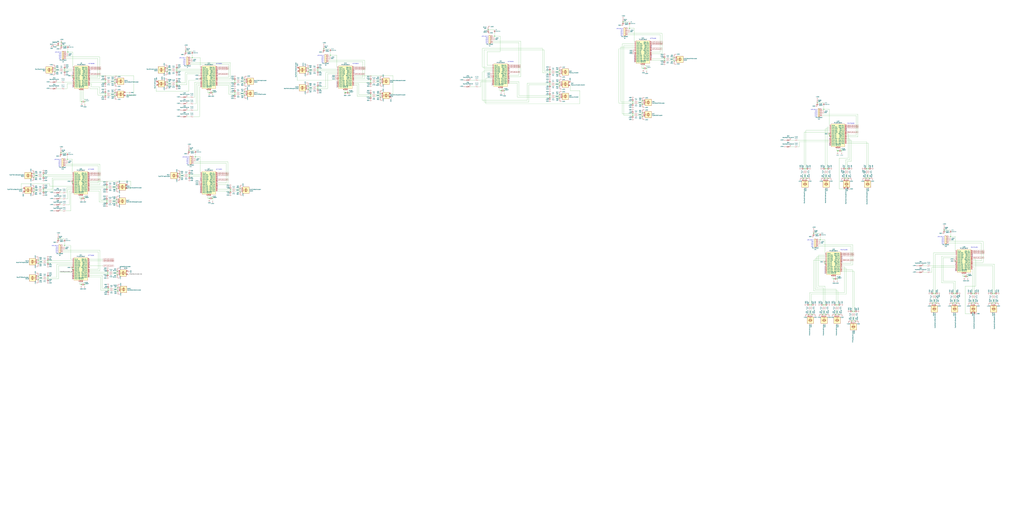
<source format=kicad_sch>
(kicad_sch (version 20210621) (generator eeschema)
  (paper "User" 1600 799.998)
  (junction (at 52.705 271.78))
  (junction (at 52.705 276.86))
  (junction (at 52.705 294.64))
  (junction (at 52.705 299.72))
  (junction (at 59.69 406.4))
  (junction (at 59.69 411.48))
  (junction (at 59.69 431.8))
  (junction (at 59.69 436.88))
  (junction (at 67.945 273.05))
  (junction (at 67.945 275.59))
  (junction (at 67.945 295.91))
  (junction (at 67.945 298.45))
  (junction (at 74.93 407.67))
  (junction (at 74.93 410.21))
  (junction (at 74.93 433.07))
  (junction (at 74.93 435.61))
  (junction (at 85.725 106.68))
  (junction (at 85.725 111.76))
  (junction (at 90.805 71.12))
  (junction (at 90.805 373.38))
  (junction (at 95.25 238.76))
  (junction (at 95.885 66.04))
  (junction (at 95.885 71.12))
  (junction (at 100.965 107.95))
  (junction (at 100.965 110.49))
  (junction (at 100.965 383.54))
  (junction (at 105.41 248.92))
  (junction (at 106.045 81.28))
  (junction (at 113.03 283.21))
  (junction (at 113.03 285.75))
  (junction (at 113.03 417.83))
  (junction (at 113.03 420.37))
  (junction (at 113.665 118.11))
  (junction (at 113.665 120.65))
  (junction (at 127 309.88))
  (junction (at 127 444.5))
  (junction (at 127.635 158.75))
  (junction (at 132.08 309.88))
  (junction (at 132.08 444.5))
  (junction (at 132.715 158.75))
  (junction (at 164.465 125.73))
  (junction (at 164.465 128.27))
  (junction (at 164.465 146.05))
  (junction (at 164.465 148.59))
  (junction (at 167.005 290.83))
  (junction (at 167.005 293.37))
  (junction (at 167.005 313.055))
  (junction (at 167.005 315.595))
  (junction (at 168.275 425.45))
  (junction (at 168.275 427.99))
  (junction (at 168.91 450.85))
  (junction (at 168.91 453.39))
  (junction (at 179.705 124.46))
  (junction (at 179.705 129.54))
  (junction (at 179.705 144.78))
  (junction (at 179.705 149.86))
  (junction (at 182.245 289.56))
  (junction (at 182.245 294.64))
  (junction (at 182.245 311.785))
  (junction (at 182.245 316.865))
  (junction (at 183.515 424.18))
  (junction (at 183.515 429.26))
  (junction (at 184.15 449.58))
  (junction (at 184.15 454.66))
  (junction (at 260.985 106.68))
  (junction (at 260.985 111.76))
  (junction (at 260.985 128.27))
  (junction (at 260.985 133.35))
  (junction (at 276.225 107.95))
  (junction (at 276.225 110.49))
  (junction (at 276.225 129.54))
  (junction (at 276.225 132.08))
  (junction (at 280.67 271.78))
  (junction (at 280.67 276.86))
  (junction (at 290.195 80.01))
  (junction (at 295.275 234.95))
  (junction (at 295.91 273.05))
  (junction (at 295.91 275.59))
  (junction (at 300.355 90.17))
  (junction (at 305.435 245.11))
  (junction (at 313.055 123.19))
  (junction (at 327.025 144.78))
  (junction (at 327.025 309.88))
  (junction (at 332.105 144.78))
  (junction (at 332.105 309.88))
  (junction (at 360.045 295.91))
  (junction (at 360.045 298.45))
  (junction (at 367.03 125.73))
  (junction (at 367.03 128.27))
  (junction (at 367.03 144.78))
  (junction (at 367.03 147.32))
  (junction (at 375.285 294.64))
  (junction (at 375.285 299.72))
  (junction (at 382.27 124.46))
  (junction (at 382.27 129.54))
  (junction (at 382.27 143.51))
  (junction (at 382.27 148.59))
  (junction (at 481.33 106.68))
  (junction (at 481.33 111.76))
  (junction (at 481.33 134.62))
  (junction (at 481.33 139.7))
  (junction (at 496.57 107.95))
  (junction (at 496.57 110.49))
  (junction (at 496.57 135.89))
  (junction (at 496.57 138.43))
  (junction (at 506.095 76.2))
  (junction (at 516.255 86.36))
  (junction (at 539.115 144.78))
  (junction (at 540.385 144.78))
  (junction (at 545.465 144.78))
  (junction (at 579.12 125.73))
  (junction (at 579.12 128.27))
  (junction (at 579.12 147.955))
  (junction (at 579.12 150.495))
  (junction (at 594.36 124.46))
  (junction (at 594.36 129.54))
  (junction (at 594.36 146.685))
  (junction (at 594.36 151.765))
  (junction (at 762.635 46.355))
  (junction (at 772.795 56.515))
  (junction (at 782.955 141.605))
  (junction (at 788.035 141.605))
  (junction (at 859.155 111.125))
  (junction (at 859.155 113.665))
  (junction (at 859.155 130.175))
  (junction (at 859.155 132.715))
  (junction (at 859.155 149.225))
  (junction (at 859.155 151.765))
  (junction (at 874.395 109.855))
  (junction (at 874.395 114.935))
  (junction (at 874.395 128.905))
  (junction (at 874.395 133.985))
  (junction (at 874.395 147.955))
  (junction (at 874.395 153.035))
  (junction (at 973.455 34.29))
  (junction (at 983.615 44.45))
  (junction (at 988.695 158.75))
  (junction (at 988.695 161.29))
  (junction (at 988.695 177.8))
  (junction (at 988.695 180.34))
  (junction (at 1003.935 157.48))
  (junction (at 1003.935 162.56))
  (junction (at 1003.935 176.53))
  (junction (at 1003.935 181.61))
  (junction (at 1005.205 106.68))
  (junction (at 1010.285 106.68))
  (junction (at 1038.225 91.44))
  (junction (at 1038.225 93.98))
  (junction (at 1053.465 90.17))
  (junction (at 1053.465 95.25))
  (junction (at 1255.395 278.765))
  (junction (at 1256.665 263.525))
  (junction (at 1259.205 263.525))
  (junction (at 1260.475 278.765))
  (junction (at 1263.65 491.49))
  (junction (at 1264.92 476.25))
  (junction (at 1267.46 476.25))
  (junction (at 1268.73 491.49))
  (junction (at 1271.27 364.49))
  (junction (at 1276.985 160.655))
  (junction (at 1281.43 374.65))
  (junction (at 1285.24 491.49))
  (junction (at 1286.51 476.25))
  (junction (at 1287.145 170.815))
  (junction (at 1288.415 278.765))
  (junction (at 1289.05 408.94))
  (junction (at 1289.05 411.48))
  (junction (at 1289.05 476.25))
  (junction (at 1289.685 263.525))
  (junction (at 1290.32 491.49))
  (junction (at 1292.225 263.525))
  (junction (at 1293.495 278.765))
  (junction (at 1296.035 208.915))
  (junction (at 1296.035 211.455))
  (junction (at 1303.02 435.61))
  (junction (at 1305.56 491.49))
  (junction (at 1306.83 476.25))
  (junction (at 1308.1 435.61))
  (junction (at 1308.735 235.585))
  (junction (at 1309.37 476.25))
  (junction (at 1310.005 235.585))
  (junction (at 1310.64 491.49))
  (junction (at 1315.085 235.585))
  (junction (at 1320.165 278.765))
  (junction (at 1321.435 263.525))
  (junction (at 1323.975 263.525))
  (junction (at 1325.245 278.765))
  (junction (at 1330.96 501.65))
  (junction (at 1332.23 486.41))
  (junction (at 1334.77 486.41))
  (junction (at 1336.04 501.65))
  (junction (at 1353.185 278.765))
  (junction (at 1354.455 263.525))
  (junction (at 1356.995 263.525))
  (junction (at 1358.265 278.765))
  (junction (at 1457.325 473.71))
  (junction (at 1458.595 458.47))
  (junction (at 1461.135 458.47))
  (junction (at 1462.405 473.71))
  (junction (at 1475.105 359.41))
  (junction (at 1485.265 369.57))
  (junction (at 1489.075 473.71))
  (junction (at 1490.345 458.47))
  (junction (at 1492.885 407.67))
  (junction (at 1492.885 458.47))
  (junction (at 1494.155 473.71))
  (junction (at 1506.855 431.8))
  (junction (at 1511.935 431.8))
  (junction (at 1518.285 473.71))
  (junction (at 1519.555 458.47))
  (junction (at 1522.095 458.47))
  (junction (at 1523.365 473.71))
  (junction (at 1550.035 473.71))
  (junction (at 1551.305 458.47))
  (junction (at 1553.845 458.47))
  (junction (at 1555.115 473.71))
  (no_connect (at 113.03 427.99))
  (no_connect (at 113.03 430.53))
  (no_connect (at 113.03 433.07))
  (no_connect (at 113.03 435.61))
  (no_connect (at 113.665 113.03))
  (no_connect (at 113.665 115.57))
  (no_connect (at 113.665 125.73))
  (no_connect (at 113.665 133.35))
  (no_connect (at 113.665 135.89))
  (no_connect (at 139.7 275.59))
  (no_connect (at 139.7 278.13))
  (no_connect (at 139.7 410.21))
  (no_connect (at 139.7 412.75))
  (no_connect (at 139.7 417.83))
  (no_connect (at 140.335 110.49))
  (no_connect (at 140.335 113.03))
  (no_connect (at 313.055 278.13))
  (no_connect (at 313.055 280.67))
  (no_connect (at 313.055 290.83))
  (no_connect (at 313.055 293.37))
  (no_connect (at 313.055 295.91))
  (no_connect (at 313.055 298.45))
  (no_connect (at 313.055 300.99))
  (no_connect (at 339.725 110.49))
  (no_connect (at 339.725 113.03))
  (no_connect (at 339.725 118.11))
  (no_connect (at 339.725 275.59))
  (no_connect (at 339.725 278.13))
  (no_connect (at 339.725 283.21))
  (no_connect (at 339.725 290.83))
  (no_connect (at 339.725 293.37))
  (no_connect (at 526.415 128.27))
  (no_connect (at 526.415 130.81))
  (no_connect (at 526.415 133.35))
  (no_connect (at 526.415 135.89))
  (no_connect (at 553.085 110.49))
  (no_connect (at 553.085 113.03))
  (no_connect (at 768.985 130.175))
  (no_connect (at 768.985 132.715))
  (no_connect (at 795.655 107.315))
  (no_connect (at 795.655 109.855))
  (no_connect (at 795.655 114.935))
  (no_connect (at 795.655 122.555))
  (no_connect (at 795.655 125.095))
  (no_connect (at 991.235 86.36))
  (no_connect (at 991.235 88.9))
  (no_connect (at 991.235 91.44))
  (no_connect (at 991.235 93.98))
  (no_connect (at 991.235 96.52))
  (no_connect (at 1017.905 71.12))
  (no_connect (at 1017.905 73.66))
  (no_connect (at 1017.905 78.74))
  (no_connect (at 1017.905 86.36))
  (no_connect (at 1017.905 88.9))
  (no_connect (at 1289.05 416.56))
  (no_connect (at 1289.05 419.1))
  (no_connect (at 1289.05 421.64))
  (no_connect (at 1289.05 424.18))
  (no_connect (at 1289.05 426.72))
  (no_connect (at 1296.035 216.535))
  (no_connect (at 1296.035 224.155))
  (no_connect (at 1296.035 226.695))
  (no_connect (at 1315.72 401.32))
  (no_connect (at 1315.72 403.86))
  (no_connect (at 1315.72 408.94))
  (no_connect (at 1322.705 201.295))
  (no_connect (at 1322.705 203.835))
  (no_connect (at 1492.885 412.75))
  (no_connect (at 1492.885 420.37))
  (no_connect (at 1492.885 422.91))
  (no_connect (at 1519.555 397.51))
  (no_connect (at 1519.555 400.05))
  (wire (pts (xy 33.02 287.02) (xy 33.02 294.64)))
  (wire (pts (xy 33.02 294.64) (xy 36.195 294.64)))
  (wire (pts (xy 52.705 271.78) (xy 51.435 271.78)))
  (wire (pts (xy 52.705 276.86) (xy 51.435 276.86)))
  (wire (pts (xy 52.705 294.64) (xy 51.435 294.64)))
  (wire (pts (xy 52.705 299.72) (xy 51.435 299.72)))
  (wire (pts (xy 53.975 271.78) (xy 52.705 271.78)))
  (wire (pts (xy 53.975 273.05) (xy 53.975 271.78)))
  (wire (pts (xy 53.975 276.86) (xy 52.705 276.86)))
  (wire (pts (xy 53.975 276.86) (xy 53.975 275.59)))
  (wire (pts (xy 53.975 294.64) (xy 52.705 294.64)))
  (wire (pts (xy 53.975 295.91) (xy 53.975 294.64)))
  (wire (pts (xy 53.975 299.72) (xy 52.705 299.72)))
  (wire (pts (xy 53.975 299.72) (xy 53.975 298.45)))
  (wire (pts (xy 59.69 406.4) (xy 58.42 406.4)))
  (wire (pts (xy 59.69 411.48) (xy 58.42 411.48)))
  (wire (pts (xy 59.69 431.8) (xy 58.42 431.8)))
  (wire (pts (xy 59.69 436.88) (xy 58.42 436.88)))
  (wire (pts (xy 60.325 273.05) (xy 53.975 273.05)))
  (wire (pts (xy 60.325 275.59) (xy 53.975 275.59)))
  (wire (pts (xy 60.325 295.91) (xy 53.975 295.91)))
  (wire (pts (xy 60.325 298.45) (xy 53.975 298.45)))
  (wire (pts (xy 60.96 406.4) (xy 59.69 406.4)))
  (wire (pts (xy 60.96 406.4) (xy 60.96 407.67)))
  (wire (pts (xy 60.96 410.21) (xy 60.96 411.48)))
  (wire (pts (xy 60.96 411.48) (xy 59.69 411.48)))
  (wire (pts (xy 60.96 431.8) (xy 59.69 431.8)))
  (wire (pts (xy 60.96 433.07) (xy 60.96 431.8)))
  (wire (pts (xy 60.96 436.88) (xy 59.69 436.88)))
  (wire (pts (xy 60.96 436.88) (xy 60.96 435.61)))
  (wire (pts (xy 65.405 273.05) (xy 67.945 273.05)))
  (wire (pts (xy 65.405 275.59) (xy 67.945 275.59)))
  (wire (pts (xy 65.405 295.91) (xy 67.945 295.91)))
  (wire (pts (xy 65.405 298.45) (xy 67.945 298.45)))
  (wire (pts (xy 67.31 407.67) (xy 60.96 407.67)))
  (wire (pts (xy 67.31 410.21) (xy 60.96 410.21)))
  (wire (pts (xy 67.31 433.07) (xy 60.96 433.07)))
  (wire (pts (xy 67.31 435.61) (xy 60.96 435.61)))
  (wire (pts (xy 67.945 273.05) (xy 113.03 273.05)))
  (wire (pts (xy 67.945 275.59) (xy 113.03 275.59)))
  (wire (pts (xy 67.945 295.91) (xy 81.915 295.91)))
  (wire (pts (xy 67.945 298.45) (xy 83.185 298.45)))
  (wire (pts (xy 72.39 407.67) (xy 74.93 407.67)))
  (wire (pts (xy 72.39 410.21) (xy 74.93 410.21)))
  (wire (pts (xy 72.39 433.07) (xy 74.93 433.07)))
  (wire (pts (xy 72.39 435.61) (xy 74.93 435.61)))
  (wire (pts (xy 74.93 407.67) (xy 113.03 407.67)))
  (wire (pts (xy 74.93 410.21) (xy 113.03 410.21)))
  (wire (pts (xy 74.93 433.07) (xy 88.9 433.07)))
  (wire (pts (xy 74.93 435.61) (xy 91.44 435.61)))
  (wire (pts (xy 77.47 287.02) (xy 33.02 287.02)))
  (wire (pts (xy 77.47 290.83) (xy 77.47 287.02)))
  (wire (pts (xy 81.915 278.13) (xy 81.915 295.91)))
  (wire (pts (xy 83.185 280.67) (xy 83.185 298.45)))
  (wire (pts (xy 83.185 280.67) (xy 113.03 280.67)))
  (wire (pts (xy 85.725 106.68) (xy 84.455 106.68)))
  (wire (pts (xy 85.725 111.76) (xy 84.455 111.76)))
  (wire (pts (xy 86.995 106.68) (xy 85.725 106.68)))
  (wire (pts (xy 86.995 107.95) (xy 86.995 106.68)))
  (wire (pts (xy 86.995 111.76) (xy 85.725 111.76)))
  (wire (pts (xy 86.995 111.76) (xy 86.995 110.49)))
  (wire (pts (xy 88.265 128.27) (xy 95.885 128.27)))
  (wire (pts (xy 88.9 412.75) (xy 88.9 433.07)))
  (wire (pts (xy 90.805 71.12) (xy 95.885 71.12)))
  (wire (pts (xy 90.805 373.38) (xy 100.965 373.38)))
  (wire (pts (xy 91.44 415.29) (xy 91.44 435.61)))
  (wire (pts (xy 91.44 415.29) (xy 113.03 415.29)))
  (wire (pts (xy 93.345 107.95) (xy 86.995 107.95)))
  (wire (pts (xy 93.345 110.49) (xy 86.995 110.49)))
  (wire (pts (xy 93.345 425.45) (xy 113.03 425.45)))
  (wire (pts (xy 93.98 310.515) (xy 97.79 310.515)))
  (wire (pts (xy 93.98 320.04) (xy 97.79 320.04)))
  (wire (pts (xy 93.98 329.565) (xy 97.79 329.565)))
  (wire (pts (xy 95.25 238.76) (xy 105.41 238.76)))
  (wire (pts (xy 95.885 66.04) (xy 90.805 66.04)))
  (wire (pts (xy 95.885 71.12) (xy 106.045 71.12)))
  (wire (pts (xy 95.885 138.43) (xy 88.265 138.43)))
  (wire (pts (xy 97.79 300.99) (xy 93.98 300.99)))
  (wire (pts (xy 98.425 107.95) (xy 100.965 107.95)))
  (wire (pts (xy 98.425 110.49) (xy 100.965 110.49)))
  (wire (pts (xy 98.425 383.54) (xy 100.965 383.54)))
  (wire (pts (xy 98.425 393.7) (xy 153.67 393.7)))
  (wire (pts (xy 100.965 107.95) (xy 113.665 107.95)))
  (wire (pts (xy 100.965 110.49) (xy 113.665 110.49)))
  (wire (pts (xy 100.965 128.27) (xy 113.665 128.27)))
  (wire (pts (xy 100.965 138.43) (xy 104.775 138.43)))
  (wire (pts (xy 100.965 383.54) (xy 100.965 378.46)))
  (wire (pts (xy 100.965 383.54) (xy 110.49 383.54)))
  (wire (pts (xy 102.87 248.92) (xy 105.41 248.92)))
  (wire (pts (xy 102.87 256.54) (xy 156.21 256.54)))
  (wire (pts (xy 102.87 259.08) (xy 153.67 259.08)))
  (wire (pts (xy 102.87 310.515) (xy 106.045 310.515)))
  (wire (pts (xy 102.87 320.04) (xy 108.585 320.04)))
  (wire (pts (xy 103.505 81.28) (xy 106.045 81.28)))
  (wire (pts (xy 103.505 88.9) (xy 155.575 88.9)))
  (wire (pts (xy 103.505 91.44) (xy 153.035 91.44)))
  (wire (pts (xy 104.14 293.37) (xy 104.14 300.99)))
  (wire (pts (xy 104.14 293.37) (xy 113.03 293.37)))
  (wire (pts (xy 104.14 300.99) (xy 102.87 300.99)))
  (wire (pts (xy 104.775 130.81) (xy 113.665 130.81)))
  (wire (pts (xy 104.775 138.43) (xy 104.775 130.81)))
  (wire (pts (xy 105.41 248.92) (xy 105.41 243.84)))
  (wire (pts (xy 106.045 81.28) (xy 106.045 76.2)))
  (wire (pts (xy 106.045 295.91) (xy 113.03 295.91)))
  (wire (pts (xy 106.045 310.515) (xy 106.045 295.91)))
  (wire (pts (xy 108.585 298.45) (xy 113.03 298.45)))
  (wire (pts (xy 108.585 320.04) (xy 108.585 298.45)))
  (wire (pts (xy 110.49 300.99) (xy 110.49 329.565)))
  (wire (pts (xy 110.49 329.565) (xy 102.87 329.565)))
  (wire (pts (xy 110.49 383.54) (xy 110.49 405.13)))
  (wire (pts (xy 113.03 248.92) (xy 105.41 248.92)))
  (wire (pts (xy 113.03 248.92) (xy 113.03 270.51)))
  (wire (pts (xy 113.03 278.13) (xy 81.915 278.13)))
  (wire (pts (xy 113.03 283.21) (xy 113.03 285.75)))
  (wire (pts (xy 113.03 285.75) (xy 113.03 288.29)))
  (wire (pts (xy 113.03 290.83) (xy 77.47 290.83)))
  (wire (pts (xy 113.03 300.99) (xy 110.49 300.99)))
  (wire (pts (xy 113.03 405.13) (xy 110.49 405.13)))
  (wire (pts (xy 113.03 412.75) (xy 88.9 412.75)))
  (wire (pts (xy 113.03 417.83) (xy 113.03 420.37)))
  (wire (pts (xy 113.03 420.37) (xy 113.03 422.91)))
  (wire (pts (xy 113.665 81.28) (xy 106.045 81.28)))
  (wire (pts (xy 113.665 81.28) (xy 113.665 105.41)))
  (wire (pts (xy 113.665 118.11) (xy 113.665 120.65)))
  (wire (pts (xy 113.665 120.65) (xy 113.665 123.19)))
  (wire (pts (xy 124.46 306.07) (xy 124.46 309.88)))
  (wire (pts (xy 124.46 309.88) (xy 127 309.88)))
  (wire (pts (xy 124.46 440.69) (xy 124.46 444.5)))
  (wire (pts (xy 124.46 444.5) (xy 127 444.5)))
  (wire (pts (xy 125.095 140.97) (xy 125.095 158.75)))
  (wire (pts (xy 125.095 158.75) (xy 127.635 158.75)))
  (wire (pts (xy 127 306.07) (xy 127 309.88)))
  (wire (pts (xy 127 309.88) (xy 127 311.15)))
  (wire (pts (xy 127 440.69) (xy 127 444.5)))
  (wire (pts (xy 127 444.5) (xy 127 447.04)))
  (wire (pts (xy 127.635 140.97) (xy 127.635 158.75)))
  (wire (pts (xy 127.635 158.75) (xy 127.635 161.29)))
  (wire (pts (xy 129.54 306.07) (xy 129.54 307.34)))
  (wire (pts (xy 129.54 440.69) (xy 129.54 441.96)))
  (wire (pts (xy 130.175 140.97) (xy 130.175 154.94)))
  (wire (pts (xy 132.08 307.34) (xy 129.54 307.34)))
  (wire (pts (xy 132.08 307.34) (xy 132.08 309.88)))
  (wire (pts (xy 132.08 311.15) (xy 132.08 309.88)))
  (wire (pts (xy 132.08 441.96) (xy 129.54 441.96)))
  (wire (pts (xy 132.08 441.96) (xy 132.08 444.5)))
  (wire (pts (xy 132.08 447.04) (xy 132.08 444.5)))
  (wire (pts (xy 132.715 154.94) (xy 130.175 154.94)))
  (wire (pts (xy 132.715 154.94) (xy 132.715 158.75)))
  (wire (pts (xy 132.715 162.56) (xy 132.715 158.75)))
  (wire (pts (xy 139.7 283.21) (xy 204.47 283.21)))
  (wire (pts (xy 139.7 288.29) (xy 156.21 288.29)))
  (wire (pts (xy 139.7 290.83) (xy 167.005 290.83)))
  (wire (pts (xy 139.7 293.37) (xy 167.005 293.37)))
  (wire (pts (xy 139.7 298.45) (xy 154.94 298.45)))
  (wire (pts (xy 139.7 422.91) (xy 156.21 422.91)))
  (wire (pts (xy 139.7 425.45) (xy 168.275 425.45)))
  (wire (pts (xy 139.7 427.99) (xy 168.275 427.99)))
  (wire (pts (xy 139.7 433.07) (xy 157.48 433.07)))
  (wire (pts (xy 140.335 118.11) (xy 208.915 118.11)))
  (wire (pts (xy 140.335 123.19) (xy 155.575 123.19)))
  (wire (pts (xy 140.335 125.73) (xy 164.465 125.73)))
  (wire (pts (xy 140.335 128.27) (xy 164.465 128.27)))
  (wire (pts (xy 140.335 133.35) (xy 140.335 138.43)))
  (wire (pts (xy 140.335 138.43) (xy 153.035 138.43)))
  (wire (pts (xy 142.875 130.81) (xy 140.335 130.81)))
  (wire (pts (xy 142.875 135.89) (xy 142.875 130.81)))
  (wire (pts (xy 153.035 91.44) (xy 153.035 120.65)))
  (wire (pts (xy 153.035 120.65) (xy 140.335 120.65)))
  (wire (pts (xy 153.035 138.43) (xy 153.035 148.59)))
  (wire (pts (xy 153.035 148.59) (xy 164.465 148.59)))
  (wire (pts (xy 153.67 259.08) (xy 153.67 285.75)))
  (wire (pts (xy 153.67 285.75) (xy 139.7 285.75)))
  (wire (pts (xy 153.67 393.7) (xy 153.67 420.37)))
  (wire (pts (xy 153.67 420.37) (xy 139.7 420.37)))
  (wire (pts (xy 154.94 298.45) (xy 154.94 315.595)))
  (wire (pts (xy 154.94 315.595) (xy 167.005 315.595)))
  (wire (pts (xy 155.575 88.9) (xy 155.575 123.19)))
  (wire (pts (xy 155.575 135.89) (xy 142.875 135.89)))
  (wire (pts (xy 155.575 135.89) (xy 155.575 146.05)))
  (wire (pts (xy 155.575 146.05) (xy 164.465 146.05)))
  (wire (pts (xy 156.21 256.54) (xy 156.21 288.29)))
  (wire (pts (xy 156.21 391.16) (xy 98.425 391.16)))
  (wire (pts (xy 156.21 422.91) (xy 156.21 391.16)))
  (wire (pts (xy 157.48 295.91) (xy 139.7 295.91)))
  (wire (pts (xy 157.48 313.055) (xy 157.48 295.91)))
  (wire (pts (xy 157.48 313.055) (xy 167.005 313.055)))
  (wire (pts (xy 157.48 433.07) (xy 157.48 453.39)))
  (wire (pts (xy 157.48 453.39) (xy 168.91 453.39)))
  (wire (pts (xy 160.02 430.53) (xy 139.7 430.53)))
  (wire (pts (xy 160.02 430.53) (xy 160.02 450.85)))
  (wire (pts (xy 160.02 450.85) (xy 168.91 450.85)))
  (wire (pts (xy 160.655 405.13) (xy 139.7 405.13)))
  (wire (pts (xy 160.655 407.67) (xy 139.7 407.67)))
  (wire (pts (xy 160.655 415.29) (xy 139.7 415.29)))
  (wire (pts (xy 167.005 125.73) (xy 164.465 125.73)))
  (wire (pts (xy 167.005 128.27) (xy 164.465 128.27)))
  (wire (pts (xy 167.005 146.05) (xy 164.465 146.05)))
  (wire (pts (xy 167.005 148.59) (xy 164.465 148.59)))
  (wire (pts (xy 169.545 290.83) (xy 167.005 290.83)))
  (wire (pts (xy 169.545 293.37) (xy 167.005 293.37)))
  (wire (pts (xy 169.545 313.055) (xy 167.005 313.055)))
  (wire (pts (xy 169.545 315.595) (xy 167.005 315.595)))
  (wire (pts (xy 170.815 425.45) (xy 168.275 425.45)))
  (wire (pts (xy 170.815 427.99) (xy 168.275 427.99)))
  (wire (pts (xy 171.45 450.85) (xy 168.91 450.85)))
  (wire (pts (xy 171.45 453.39) (xy 168.91 453.39)))
  (wire (pts (xy 172.085 125.73) (xy 178.435 125.73)))
  (wire (pts (xy 172.085 128.27) (xy 178.435 128.27)))
  (wire (pts (xy 172.085 146.05) (xy 178.435 146.05)))
  (wire (pts (xy 172.085 148.59) (xy 178.435 148.59)))
  (wire (pts (xy 174.625 290.83) (xy 180.975 290.83)))
  (wire (pts (xy 174.625 293.37) (xy 180.975 293.37)))
  (wire (pts (xy 174.625 313.055) (xy 180.975 313.055)))
  (wire (pts (xy 174.625 315.595) (xy 180.975 315.595)))
  (wire (pts (xy 175.895 425.45) (xy 182.245 425.45)))
  (wire (pts (xy 175.895 427.99) (xy 182.245 427.99)))
  (wire (pts (xy 176.53 450.85) (xy 182.88 450.85)))
  (wire (pts (xy 176.53 453.39) (xy 182.88 453.39)))
  (wire (pts (xy 178.435 124.46) (xy 178.435 125.73)))
  (wire (pts (xy 178.435 124.46) (xy 179.705 124.46)))
  (wire (pts (xy 178.435 128.27) (xy 178.435 129.54)))
  (wire (pts (xy 178.435 129.54) (xy 179.705 129.54)))
  (wire (pts (xy 178.435 144.78) (xy 178.435 146.05)))
  (wire (pts (xy 178.435 144.78) (xy 179.705 144.78)))
  (wire (pts (xy 178.435 148.59) (xy 178.435 149.86)))
  (wire (pts (xy 178.435 149.86) (xy 179.705 149.86)))
  (wire (pts (xy 179.705 124.46) (xy 180.975 124.46)))
  (wire (pts (xy 179.705 129.54) (xy 180.975 129.54)))
  (wire (pts (xy 179.705 144.78) (xy 180.975 144.78)))
  (wire (pts (xy 179.705 149.86) (xy 180.975 149.86)))
  (wire (pts (xy 180.975 289.56) (xy 180.975 290.83)))
  (wire (pts (xy 180.975 289.56) (xy 182.245 289.56)))
  (wire (pts (xy 180.975 293.37) (xy 180.975 294.64)))
  (wire (pts (xy 180.975 294.64) (xy 182.245 294.64)))
  (wire (pts (xy 180.975 311.785) (xy 180.975 313.055)))
  (wire (pts (xy 180.975 311.785) (xy 182.245 311.785)))
  (wire (pts (xy 180.975 315.595) (xy 180.975 316.865)))
  (wire (pts (xy 180.975 316.865) (xy 182.245 316.865)))
  (wire (pts (xy 182.245 289.56) (xy 183.515 289.56)))
  (wire (pts (xy 182.245 294.64) (xy 183.515 294.64)))
  (wire (pts (xy 182.245 311.785) (xy 183.515 311.785)))
  (wire (pts (xy 182.245 316.865) (xy 183.515 316.865)))
  (wire (pts (xy 182.245 424.18) (xy 183.515 424.18)))
  (wire (pts (xy 182.245 425.45) (xy 182.245 424.18)))
  (wire (pts (xy 182.245 429.26) (xy 182.245 427.99)))
  (wire (pts (xy 182.245 429.26) (xy 183.515 429.26)))
  (wire (pts (xy 182.88 449.58) (xy 182.88 450.85)))
  (wire (pts (xy 182.88 449.58) (xy 184.15 449.58)))
  (wire (pts (xy 182.88 453.39) (xy 182.88 454.66)))
  (wire (pts (xy 182.88 454.66) (xy 184.15 454.66)))
  (wire (pts (xy 183.515 424.18) (xy 184.785 424.18)))
  (wire (pts (xy 183.515 429.26) (xy 184.785 429.26)))
  (wire (pts (xy 184.15 449.58) (xy 185.42 449.58)))
  (wire (pts (xy 184.15 454.66) (xy 185.42 454.66)))
  (wire (pts (xy 196.215 144.78) (xy 201.295 144.78)))
  (wire (pts (xy 196.215 149.86) (xy 208.915 149.86)))
  (wire (pts (xy 200.025 429.26) (xy 201.93 429.26)))
  (wire (pts (xy 204.47 283.21) (xy 204.47 294.64)))
  (wire (pts (xy 204.47 294.64) (xy 198.755 294.64)))
  (wire (pts (xy 208.915 118.11) (xy 208.915 149.86)))
  (wire (pts (xy 243.84 133.35) (xy 243.84 142.875)))
  (wire (pts (xy 243.84 142.875) (xy 294.64 142.875)))
  (wire (pts (xy 244.475 133.35) (xy 243.84 133.35)))
  (wire (pts (xy 260.985 106.68) (xy 259.715 106.68)))
  (wire (pts (xy 260.985 111.76) (xy 259.715 111.76)))
  (wire (pts (xy 260.985 128.27) (xy 259.715 128.27)))
  (wire (pts (xy 260.985 133.35) (xy 259.715 133.35)))
  (wire (pts (xy 262.255 106.68) (xy 260.985 106.68)))
  (wire (pts (xy 262.255 107.95) (xy 262.255 106.68)))
  (wire (pts (xy 262.255 111.76) (xy 260.985 111.76)))
  (wire (pts (xy 262.255 111.76) (xy 262.255 110.49)))
  (wire (pts (xy 262.255 128.27) (xy 260.985 128.27)))
  (wire (pts (xy 262.255 128.27) (xy 262.255 129.54)))
  (wire (pts (xy 262.255 132.08) (xy 262.255 133.35)))
  (wire (pts (xy 262.255 133.35) (xy 260.985 133.35)))
  (wire (pts (xy 268.605 107.95) (xy 262.255 107.95)))
  (wire (pts (xy 268.605 110.49) (xy 262.255 110.49)))
  (wire (pts (xy 268.605 129.54) (xy 262.255 129.54)))
  (wire (pts (xy 268.605 132.08) (xy 262.255 132.08)))
  (wire (pts (xy 273.685 107.95) (xy 276.225 107.95)))
  (wire (pts (xy 273.685 110.49) (xy 276.225 110.49)))
  (wire (pts (xy 273.685 129.54) (xy 276.225 129.54)))
  (wire (pts (xy 273.685 132.08) (xy 276.225 132.08)))
  (wire (pts (xy 276.225 107.95) (xy 313.055 107.95)))
  (wire (pts (xy 276.225 110.49) (xy 313.055 110.49)))
  (wire (pts (xy 276.225 129.54) (xy 289.56 129.54)))
  (wire (pts (xy 276.225 132.08) (xy 292.1 132.08)))
  (wire (pts (xy 280.67 271.78) (xy 279.4 271.78)))
  (wire (pts (xy 280.67 276.86) (xy 279.4 276.86)))
  (wire (pts (xy 281.94 271.78) (xy 280.67 271.78)))
  (wire (pts (xy 281.94 271.78) (xy 281.94 273.05)))
  (wire (pts (xy 281.94 275.59) (xy 281.94 276.86)))
  (wire (pts (xy 281.94 276.86) (xy 280.67 276.86)))
  (wire (pts (xy 288.29 273.05) (xy 281.94 273.05)))
  (wire (pts (xy 288.29 275.59) (xy 281.94 275.59)))
  (wire (pts (xy 289.56 129.54) (xy 289.56 113.03)))
  (wire (pts (xy 290.195 80.01) (xy 300.355 80.01)))
  (wire (pts (xy 292.1 132.08) (xy 292.1 115.57)))
  (wire (pts (xy 292.1 151.765) (xy 297.18 151.765)))
  (wire (pts (xy 292.1 161.925) (xy 297.18 161.925)))
  (wire (pts (xy 292.1 172.085) (xy 297.18 172.085)))
  (wire (pts (xy 292.1 182.245) (xy 297.18 182.245)))
  (wire (pts (xy 293.37 273.05) (xy 295.91 273.05)))
  (wire (pts (xy 293.37 275.59) (xy 295.91 275.59)))
  (wire (pts (xy 294.64 125.73) (xy 313.055 125.73)))
  (wire (pts (xy 294.64 142.875) (xy 294.64 125.73)))
  (wire (pts (xy 295.275 234.95) (xy 305.435 234.95)))
  (wire (pts (xy 295.91 273.05) (xy 313.055 273.05)))
  (wire (pts (xy 295.91 275.59) (xy 313.055 275.59)))
  (wire (pts (xy 297.815 90.17) (xy 300.355 90.17)))
  (wire (pts (xy 297.815 97.79) (xy 360.045 97.79)))
  (wire (pts (xy 300.355 90.17) (xy 300.355 85.09)))
  (wire (pts (xy 300.355 90.17) (xy 313.055 90.17)))
  (wire (pts (xy 302.26 151.765) (xy 304.165 151.765)))
  (wire (pts (xy 302.26 161.925) (xy 306.705 161.925)))
  (wire (pts (xy 302.26 172.085) (xy 309.245 172.085)))
  (wire (pts (xy 302.26 182.245) (xy 311.785 182.245)))
  (wire (pts (xy 302.895 245.11) (xy 305.435 245.11)))
  (wire (pts (xy 302.895 255.27) (xy 353.695 255.27)))
  (wire (pts (xy 304.165 128.27) (xy 313.055 128.27)))
  (wire (pts (xy 304.165 151.765) (xy 304.165 128.27)))
  (wire (pts (xy 305.435 245.11) (xy 305.435 240.03)))
  (wire (pts (xy 306.705 130.81) (xy 313.055 130.81)))
  (wire (pts (xy 306.705 161.925) (xy 306.705 130.81)))
  (wire (pts (xy 309.245 172.085) (xy 309.245 133.35)))
  (wire (pts (xy 311.785 135.89) (xy 313.055 135.89)))
  (wire (pts (xy 311.785 182.245) (xy 311.785 135.89)))
  (wire (pts (xy 313.055 90.17) (xy 313.055 105.41)))
  (wire (pts (xy 313.055 113.03) (xy 289.56 113.03)))
  (wire (pts (xy 313.055 115.57) (xy 292.1 115.57)))
  (wire (pts (xy 313.055 123.19) (xy 313.055 120.65)))
  (wire (pts (xy 313.055 133.35) (xy 309.245 133.35)))
  (wire (pts (xy 313.055 245.11) (xy 305.435 245.11)))
  (wire (pts (xy 313.055 245.11) (xy 313.055 270.51)))
  (wire (pts (xy 324.485 140.97) (xy 324.485 144.78)))
  (wire (pts (xy 324.485 144.78) (xy 327.025 144.78)))
  (wire (pts (xy 324.485 306.07) (xy 324.485 309.88)))
  (wire (pts (xy 324.485 309.88) (xy 327.025 309.88)))
  (wire (pts (xy 327.025 140.97) (xy 327.025 144.78)))
  (wire (pts (xy 327.025 144.78) (xy 327.025 146.05)))
  (wire (pts (xy 327.025 306.07) (xy 327.025 309.88)))
  (wire (pts (xy 327.025 309.88) (xy 327.025 312.42)))
  (wire (pts (xy 329.565 140.97) (xy 329.565 142.24)))
  (wire (pts (xy 329.565 306.07) (xy 329.565 307.34)))
  (wire (pts (xy 332.105 142.24) (xy 329.565 142.24)))
  (wire (pts (xy 332.105 142.24) (xy 332.105 144.78)))
  (wire (pts (xy 332.105 146.05) (xy 332.105 144.78)))
  (wire (pts (xy 332.105 307.34) (xy 329.565 307.34)))
  (wire (pts (xy 332.105 307.34) (xy 332.105 309.88)))
  (wire (pts (xy 332.105 313.69) (xy 332.105 309.88)))
  (wire (pts (xy 339.725 120.65) (xy 357.505 120.65)))
  (wire (pts (xy 339.725 125.73) (xy 367.03 125.73)))
  (wire (pts (xy 339.725 128.27) (xy 367.03 128.27)))
  (wire (pts (xy 339.725 130.81) (xy 360.045 130.81)))
  (wire (pts (xy 339.725 288.29) (xy 356.235 288.29)))
  (wire (pts (xy 339.725 295.91) (xy 360.045 295.91)))
  (wire (pts (xy 339.725 298.45) (xy 360.045 298.45)))
  (wire (pts (xy 353.695 255.27) (xy 353.695 285.75)))
  (wire (pts (xy 353.695 285.75) (xy 339.725 285.75)))
  (wire (pts (xy 356.235 252.73) (xy 302.895 252.73)))
  (wire (pts (xy 356.235 288.29) (xy 356.235 252.73)))
  (wire (pts (xy 357.505 100.33) (xy 297.815 100.33)))
  (wire (pts (xy 357.505 120.65) (xy 357.505 100.33)))
  (wire (pts (xy 357.505 133.35) (xy 339.725 133.35)))
  (wire (pts (xy 357.505 133.35) (xy 357.505 147.32)))
  (wire (pts (xy 357.505 147.32) (xy 367.03 147.32)))
  (wire (pts (xy 360.045 97.79) (xy 360.045 123.19)))
  (wire (pts (xy 360.045 123.19) (xy 339.725 123.19)))
  (wire (pts (xy 360.045 130.81) (xy 360.045 144.78)))
  (wire (pts (xy 360.045 144.78) (xy 367.03 144.78)))
  (wire (pts (xy 362.585 295.91) (xy 360.045 295.91)))
  (wire (pts (xy 362.585 298.45) (xy 360.045 298.45)))
  (wire (pts (xy 367.665 295.91) (xy 374.015 295.91)))
  (wire (pts (xy 367.665 298.45) (xy 374.015 298.45)))
  (wire (pts (xy 369.57 125.73) (xy 367.03 125.73)))
  (wire (pts (xy 369.57 128.27) (xy 367.03 128.27)))
  (wire (pts (xy 369.57 144.78) (xy 367.03 144.78)))
  (wire (pts (xy 369.57 147.32) (xy 367.03 147.32)))
  (wire (pts (xy 374.015 294.64) (xy 375.285 294.64)))
  (wire (pts (xy 374.015 295.91) (xy 374.015 294.64)))
  (wire (pts (xy 374.015 299.72) (xy 374.015 298.45)))
  (wire (pts (xy 374.015 299.72) (xy 375.285 299.72)))
  (wire (pts (xy 374.65 125.73) (xy 381 125.73)))
  (wire (pts (xy 374.65 128.27) (xy 381 128.27)))
  (wire (pts (xy 374.65 144.78) (xy 381 144.78)))
  (wire (pts (xy 374.65 147.32) (xy 381 147.32)))
  (wire (pts (xy 375.285 294.64) (xy 376.555 294.64)))
  (wire (pts (xy 375.285 299.72) (xy 376.555 299.72)))
  (wire (pts (xy 381 124.46) (xy 382.27 124.46)))
  (wire (pts (xy 381 125.73) (xy 381 124.46)))
  (wire (pts (xy 381 129.54) (xy 381 128.27)))
  (wire (pts (xy 381 129.54) (xy 382.27 129.54)))
  (wire (pts (xy 381 143.51) (xy 381 144.78)))
  (wire (pts (xy 381 143.51) (xy 382.27 143.51)))
  (wire (pts (xy 381 147.32) (xy 381 148.59)))
  (wire (pts (xy 381 148.59) (xy 382.27 148.59)))
  (wire (pts (xy 382.27 124.46) (xy 383.54 124.46)))
  (wire (pts (xy 382.27 129.54) (xy 383.54 129.54)))
  (wire (pts (xy 382.27 143.51) (xy 383.54 143.51)))
  (wire (pts (xy 382.27 148.59) (xy 383.54 148.59)))
  (wire (pts (xy 464.185 111.76) (xy 464.185 125.73)))
  (wire (pts (xy 464.185 125.73) (xy 526.415 125.73)))
  (wire (pts (xy 464.82 111.76) (xy 464.185 111.76)))
  (wire (pts (xy 481.33 106.68) (xy 480.06 106.68)))
  (wire (pts (xy 481.33 111.76) (xy 480.06 111.76)))
  (wire (pts (xy 481.33 134.62) (xy 480.06 134.62)))
  (wire (pts (xy 481.33 139.7) (xy 480.06 139.7)))
  (wire (pts (xy 482.6 106.68) (xy 481.33 106.68)))
  (wire (pts (xy 482.6 106.68) (xy 482.6 107.95)))
  (wire (pts (xy 482.6 110.49) (xy 482.6 111.76)))
  (wire (pts (xy 482.6 111.76) (xy 481.33 111.76)))
  (wire (pts (xy 482.6 134.62) (xy 481.33 134.62)))
  (wire (pts (xy 482.6 134.62) (xy 482.6 135.89)))
  (wire (pts (xy 482.6 138.43) (xy 482.6 139.7)))
  (wire (pts (xy 482.6 139.7) (xy 481.33 139.7)))
  (wire (pts (xy 488.95 107.95) (xy 482.6 107.95)))
  (wire (pts (xy 488.95 110.49) (xy 482.6 110.49)))
  (wire (pts (xy 488.95 135.89) (xy 482.6 135.89)))
  (wire (pts (xy 488.95 138.43) (xy 482.6 138.43)))
  (wire (pts (xy 494.03 107.95) (xy 496.57 107.95)))
  (wire (pts (xy 494.03 110.49) (xy 496.57 110.49)))
  (wire (pts (xy 494.03 135.89) (xy 496.57 135.89)))
  (wire (pts (xy 494.03 138.43) (xy 496.57 138.43)))
  (wire (pts (xy 496.57 107.95) (xy 526.415 107.95)))
  (wire (pts (xy 496.57 110.49) (xy 526.415 110.49)))
  (wire (pts (xy 496.57 138.43) (xy 511.81 138.43)))
  (wire (pts (xy 506.095 76.2) (xy 516.255 76.2)))
  (wire (pts (xy 509.27 113.03) (xy 509.27 135.89)))
  (wire (pts (xy 509.27 113.03) (xy 526.415 113.03)))
  (wire (pts (xy 509.27 135.89) (xy 496.57 135.89)))
  (wire (pts (xy 511.81 115.57) (xy 526.415 115.57)))
  (wire (pts (xy 511.81 138.43) (xy 511.81 115.57)))
  (wire (pts (xy 513.715 86.36) (xy 516.255 86.36)))
  (wire (pts (xy 513.715 93.98) (xy 569.595 93.98)))
  (wire (pts (xy 513.715 96.52) (xy 567.055 96.52)))
  (wire (pts (xy 516.255 86.36) (xy 516.255 81.28)))
  (wire (pts (xy 516.255 86.36) (xy 526.415 86.36)))
  (wire (pts (xy 526.415 86.36) (xy 526.415 105.41)))
  (wire (pts (xy 537.845 140.97) (xy 537.845 144.78)))
  (wire (pts (xy 537.845 144.78) (xy 539.115 144.78)))
  (wire (pts (xy 539.115 144.78) (xy 540.385 144.78)))
  (wire (pts (xy 540.385 140.97) (xy 540.385 144.78)))
  (wire (pts (xy 542.925 140.97) (xy 542.925 142.24)))
  (wire (pts (xy 545.465 142.24) (xy 542.925 142.24)))
  (wire (pts (xy 545.465 142.24) (xy 545.465 144.78)))
  (wire (pts (xy 553.085 118.11) (xy 614.045 118.11)))
  (wire (pts (xy 553.085 123.19) (xy 569.595 123.19)))
  (wire (pts (xy 553.085 125.73) (xy 579.12 125.73)))
  (wire (pts (xy 553.085 128.27) (xy 579.12 128.27)))
  (wire (pts (xy 553.085 130.81) (xy 560.705 130.81)))
  (wire (pts (xy 558.165 133.35) (xy 553.085 133.35)))
  (wire (pts (xy 558.165 133.35) (xy 558.165 150.495)))
  (wire (pts (xy 558.165 150.495) (xy 579.12 150.495)))
  (wire (pts (xy 560.705 130.81) (xy 560.705 147.955)))
  (wire (pts (xy 560.705 147.955) (xy 579.12 147.955)))
  (wire (pts (xy 567.055 96.52) (xy 567.055 120.65)))
  (wire (pts (xy 567.055 120.65) (xy 553.085 120.65)))
  (wire (pts (xy 569.595 93.98) (xy 569.595 123.19)))
  (wire (pts (xy 581.66 125.73) (xy 579.12 125.73)))
  (wire (pts (xy 581.66 128.27) (xy 579.12 128.27)))
  (wire (pts (xy 581.66 147.955) (xy 579.12 147.955)))
  (wire (pts (xy 581.66 150.495) (xy 579.12 150.495)))
  (wire (pts (xy 586.74 125.73) (xy 593.09 125.73)))
  (wire (pts (xy 586.74 128.27) (xy 593.09 128.27)))
  (wire (pts (xy 586.74 147.955) (xy 593.09 147.955)))
  (wire (pts (xy 586.74 150.495) (xy 593.09 150.495)))
  (wire (pts (xy 593.09 124.46) (xy 594.36 124.46)))
  (wire (pts (xy 593.09 125.73) (xy 593.09 124.46)))
  (wire (pts (xy 593.09 129.54) (xy 593.09 128.27)))
  (wire (pts (xy 593.09 129.54) (xy 594.36 129.54)))
  (wire (pts (xy 593.09 146.685) (xy 594.36 146.685)))
  (wire (pts (xy 593.09 147.955) (xy 593.09 146.685)))
  (wire (pts (xy 593.09 151.765) (xy 593.09 150.495)))
  (wire (pts (xy 593.09 151.765) (xy 594.36 151.765)))
  (wire (pts (xy 594.36 124.46) (xy 595.63 124.46)))
  (wire (pts (xy 594.36 129.54) (xy 595.63 129.54)))
  (wire (pts (xy 594.36 146.685) (xy 595.63 146.685)))
  (wire (pts (xy 594.36 151.765) (xy 595.63 151.765)))
  (wire (pts (xy 614.045 118.11) (xy 614.045 146.685)))
  (wire (pts (xy 614.045 146.685) (xy 610.87 146.685)))
  (wire (pts (xy 734.695 125.095) (xy 742.315 125.095)))
  (wire (pts (xy 742.315 135.255) (xy 734.695 135.255)))
  (wire (pts (xy 747.395 125.095) (xy 768.985 125.095)))
  (wire (pts (xy 751.205 127.635) (xy 751.205 135.255)))
  (wire (pts (xy 751.205 135.255) (xy 747.395 135.255)))
  (wire (pts (xy 753.745 75.565) (xy 753.745 104.775)))
  (wire (pts (xy 753.745 156.845) (xy 753.745 112.395)))
  (wire (pts (xy 756.285 78.105) (xy 756.285 107.315)))
  (wire (pts (xy 756.285 78.105) (xy 850.265 78.105)))
  (wire (pts (xy 756.285 107.315) (xy 768.985 107.315)))
  (wire (pts (xy 756.285 109.855) (xy 756.285 159.385)))
  (wire (pts (xy 756.285 109.855) (xy 768.985 109.855)))
  (wire (pts (xy 756.285 159.385) (xy 826.135 159.385)))
  (wire (pts (xy 758.825 122.555) (xy 758.825 161.925)))
  (wire (pts (xy 758.825 161.925) (xy 906.145 161.925)))
  (wire (pts (xy 761.365 80.645) (xy 761.365 102.235)))
  (wire (pts (xy 761.365 102.235) (xy 768.985 102.235)))
  (wire (pts (xy 762.635 46.355) (xy 772.795 46.355)))
  (wire (pts (xy 768.985 104.775) (xy 753.745 104.775)))
  (wire (pts (xy 768.985 112.395) (xy 753.745 112.395)))
  (wire (pts (xy 768.985 122.555) (xy 758.825 122.555)))
  (wire (pts (xy 768.985 127.635) (xy 751.205 127.635)))
  (wire (pts (xy 770.255 56.515) (xy 772.795 56.515)))
  (wire (pts (xy 770.255 64.135) (xy 813.435 64.135)))
  (wire (pts (xy 772.795 56.515) (xy 772.795 51.435)))
  (wire (pts (xy 780.415 137.795) (xy 780.415 141.605)))
  (wire (pts (xy 780.415 141.605) (xy 782.955 141.605)))
  (wire (pts (xy 781.685 56.515) (xy 772.795 56.515)))
  (wire (pts (xy 781.685 56.515) (xy 781.685 80.645)))
  (wire (pts (xy 781.685 80.645) (xy 761.365 80.645)))
  (wire (pts (xy 782.955 137.795) (xy 782.955 141.605)))
  (wire (pts (xy 782.955 141.605) (xy 782.955 144.145)))
  (wire (pts (xy 785.495 137.795) (xy 785.495 139.065)))
  (wire (pts (xy 788.035 139.065) (xy 785.495 139.065)))
  (wire (pts (xy 788.035 139.065) (xy 788.035 141.605)))
  (wire (pts (xy 788.035 145.415) (xy 788.035 141.605)))
  (wire (pts (xy 795.655 117.475) (xy 810.895 117.475)))
  (wire (pts (xy 795.655 127.635) (xy 810.895 127.635)))
  (wire (pts (xy 795.655 130.175) (xy 808.355 130.175)))
  (wire (pts (xy 808.355 130.175) (xy 808.355 151.765)))
  (wire (pts (xy 808.355 151.765) (xy 859.155 151.765)))
  (wire (pts (xy 810.895 66.675) (xy 770.255 66.675)))
  (wire (pts (xy 810.895 117.475) (xy 810.895 66.675)))
  (wire (pts (xy 810.895 127.635) (xy 810.895 149.225)))
  (wire (pts (xy 813.435 64.135) (xy 813.435 120.015)))
  (wire (pts (xy 813.435 120.015) (xy 795.655 120.015)))
  (wire (pts (xy 823.595 130.175) (xy 823.595 156.845)))
  (wire (pts (xy 823.595 156.845) (xy 753.745 156.845)))
  (wire (pts (xy 826.135 132.715) (xy 859.155 132.715)))
  (wire (pts (xy 826.135 159.385) (xy 826.135 132.715)))
  (wire (pts (xy 847.725 75.565) (xy 753.745 75.565)))
  (wire (pts (xy 847.725 113.665) (xy 847.725 75.565)))
  (wire (pts (xy 850.265 78.105) (xy 850.265 111.125)))
  (wire (pts (xy 850.265 111.125) (xy 859.155 111.125)))
  (wire (pts (xy 859.155 113.665) (xy 847.725 113.665)))
  (wire (pts (xy 859.155 130.175) (xy 823.595 130.175)))
  (wire (pts (xy 859.155 149.225) (xy 810.895 149.225)))
  (wire (pts (xy 861.695 111.125) (xy 859.155 111.125)))
  (wire (pts (xy 861.695 113.665) (xy 859.155 113.665)))
  (wire (pts (xy 861.695 130.175) (xy 859.155 130.175)))
  (wire (pts (xy 861.695 132.715) (xy 859.155 132.715)))
  (wire (pts (xy 861.695 149.225) (xy 859.155 149.225)))
  (wire (pts (xy 861.695 151.765) (xy 859.155 151.765)))
  (wire (pts (xy 866.775 111.125) (xy 873.125 111.125)))
  (wire (pts (xy 866.775 113.665) (xy 873.125 113.665)))
  (wire (pts (xy 866.775 130.175) (xy 873.125 130.175)))
  (wire (pts (xy 866.775 132.715) (xy 873.125 132.715)))
  (wire (pts (xy 866.775 149.225) (xy 873.125 149.225)))
  (wire (pts (xy 866.775 151.765) (xy 873.125 151.765)))
  (wire (pts (xy 873.125 109.855) (xy 873.125 111.125)))
  (wire (pts (xy 873.125 109.855) (xy 874.395 109.855)))
  (wire (pts (xy 873.125 113.665) (xy 873.125 114.935)))
  (wire (pts (xy 873.125 114.935) (xy 874.395 114.935)))
  (wire (pts (xy 873.125 128.905) (xy 873.125 130.175)))
  (wire (pts (xy 873.125 128.905) (xy 874.395 128.905)))
  (wire (pts (xy 873.125 132.715) (xy 873.125 133.985)))
  (wire (pts (xy 873.125 133.985) (xy 874.395 133.985)))
  (wire (pts (xy 873.125 147.955) (xy 873.125 149.225)))
  (wire (pts (xy 873.125 147.955) (xy 874.395 147.955)))
  (wire (pts (xy 873.125 151.765) (xy 873.125 153.035)))
  (wire (pts (xy 873.125 153.035) (xy 874.395 153.035)))
  (wire (pts (xy 874.395 109.855) (xy 875.665 109.855)))
  (wire (pts (xy 874.395 114.935) (xy 875.665 114.935)))
  (wire (pts (xy 874.395 128.905) (xy 875.665 128.905)))
  (wire (pts (xy 874.395 133.985) (xy 875.665 133.985)))
  (wire (pts (xy 874.395 147.955) (xy 875.665 147.955)))
  (wire (pts (xy 874.395 153.035) (xy 875.665 153.035)))
  (wire (pts (xy 890.905 133.985) (xy 890.905 141.605)))
  (wire (pts (xy 906.145 141.605) (xy 890.905 141.605)))
  (wire (pts (xy 906.145 161.925) (xy 906.145 141.605)))
  (wire (pts (xy 967.105 76.2) (xy 967.105 161.29)))
  (wire (pts (xy 969.645 73.66) (xy 969.645 158.75)))
  (wire (pts (xy 969.645 73.66) (xy 991.235 73.66)))
  (wire (pts (xy 969.645 158.75) (xy 988.695 158.75)))
  (wire (pts (xy 972.185 68.58) (xy 972.185 177.8)))
  (wire (pts (xy 972.185 177.8) (xy 988.695 177.8)))
  (wire (pts (xy 973.455 34.29) (xy 983.615 34.29)))
  (wire (pts (xy 974.725 71.12) (xy 974.725 180.34)))
  (wire (pts (xy 981.075 44.45) (xy 983.615 44.45)))
  (wire (pts (xy 981.075 52.07) (xy 1034.415 52.07)))
  (wire (pts (xy 981.075 54.61) (xy 1031.875 54.61)))
  (wire (pts (xy 983.615 44.45) (xy 983.615 39.37)))
  (wire (pts (xy 988.695 161.29) (xy 967.105 161.29)))
  (wire (pts (xy 988.695 180.34) (xy 974.725 180.34)))
  (wire (pts (xy 991.235 44.45) (xy 983.615 44.45)))
  (wire (pts (xy 991.235 44.45) (xy 991.235 66.04)))
  (wire (pts (xy 991.235 68.58) (xy 972.185 68.58)))
  (wire (pts (xy 991.235 71.12) (xy 974.725 71.12)))
  (wire (pts (xy 991.235 76.2) (xy 967.105 76.2)))
  (wire (pts (xy 991.235 158.75) (xy 988.695 158.75)))
  (wire (pts (xy 991.235 161.29) (xy 988.695 161.29)))
  (wire (pts (xy 991.235 177.8) (xy 988.695 177.8)))
  (wire (pts (xy 991.235 180.34) (xy 988.695 180.34)))
  (wire (pts (xy 996.315 158.75) (xy 1002.665 158.75)))
  (wire (pts (xy 996.315 161.29) (xy 1002.665 161.29)))
  (wire (pts (xy 996.315 177.8) (xy 1002.665 177.8)))
  (wire (pts (xy 996.315 180.34) (xy 1002.665 180.34)))
  (wire (pts (xy 1002.665 101.6) (xy 1002.665 106.68)))
  (wire (pts (xy 1002.665 106.68) (xy 1005.205 106.68)))
  (wire (pts (xy 1002.665 157.48) (xy 1002.665 158.75)))
  (wire (pts (xy 1002.665 157.48) (xy 1003.935 157.48)))
  (wire (pts (xy 1002.665 161.29) (xy 1002.665 162.56)))
  (wire (pts (xy 1002.665 162.56) (xy 1003.935 162.56)))
  (wire (pts (xy 1002.665 176.53) (xy 1002.665 177.8)))
  (wire (pts (xy 1002.665 176.53) (xy 1003.935 176.53)))
  (wire (pts (xy 1002.665 180.34) (xy 1002.665 181.61)))
  (wire (pts (xy 1002.665 181.61) (xy 1003.935 181.61)))
  (wire (pts (xy 1003.935 157.48) (xy 1005.205 157.48)))
  (wire (pts (xy 1003.935 162.56) (xy 1005.205 162.56)))
  (wire (pts (xy 1003.935 176.53) (xy 1005.205 176.53)))
  (wire (pts (xy 1003.935 181.61) (xy 1005.205 181.61)))
  (wire (pts (xy 1005.205 101.6) (xy 1005.205 106.68)))
  (wire (pts (xy 1005.205 106.68) (xy 1005.205 109.22)))
  (wire (pts (xy 1007.745 101.6) (xy 1007.745 102.87)))
  (wire (pts (xy 1010.285 102.87) (xy 1007.745 102.87)))
  (wire (pts (xy 1010.285 102.87) (xy 1010.285 106.68)))
  (wire (pts (xy 1010.285 110.49) (xy 1010.285 106.68)))
  (wire (pts (xy 1017.905 91.44) (xy 1038.225 91.44)))
  (wire (pts (xy 1017.905 93.98) (xy 1038.225 93.98)))
  (wire (pts (xy 1031.875 54.61) (xy 1031.875 81.28)))
  (wire (pts (xy 1031.875 81.28) (xy 1017.905 81.28)))
  (wire (pts (xy 1034.415 52.07) (xy 1034.415 83.82)))
  (wire (pts (xy 1034.415 83.82) (xy 1017.905 83.82)))
  (wire (pts (xy 1040.765 91.44) (xy 1038.225 91.44)))
  (wire (pts (xy 1040.765 93.98) (xy 1038.225 93.98)))
  (wire (pts (xy 1045.845 91.44) (xy 1052.195 91.44)))
  (wire (pts (xy 1045.845 93.98) (xy 1052.195 93.98)))
  (wire (pts (xy 1052.195 90.17) (xy 1053.465 90.17)))
  (wire (pts (xy 1052.195 91.44) (xy 1052.195 90.17)))
  (wire (pts (xy 1052.195 95.25) (xy 1052.195 93.98)))
  (wire (pts (xy 1052.195 95.25) (xy 1053.465 95.25)))
  (wire (pts (xy 1053.465 90.17) (xy 1054.735 90.17)))
  (wire (pts (xy 1053.465 95.25) (xy 1054.735 95.25)))
  (wire (pts (xy 1235.075 219.075) (xy 1241.425 219.075)))
  (wire (pts (xy 1235.075 229.235) (xy 1241.425 229.235)))
  (wire (pts (xy 1246.505 219.075) (xy 1296.035 219.075)))
  (wire (pts (xy 1249.045 221.615) (xy 1249.045 229.235)))
  (wire (pts (xy 1249.045 229.235) (xy 1246.505 229.235)))
  (wire (pts (xy 1255.395 277.495) (xy 1255.395 278.765)))
  (wire (pts (xy 1255.395 278.765) (xy 1255.395 280.035)))
  (wire (pts (xy 1256.665 263.525) (xy 1256.665 206.375)))
  (wire (pts (xy 1256.665 266.065) (xy 1256.665 263.525)))
  (wire (pts (xy 1256.665 271.145) (xy 1256.665 277.495)))
  (wire (pts (xy 1256.665 277.495) (xy 1255.395 277.495)))
  (wire (pts (xy 1259.205 203.835) (xy 1259.205 263.525)))
  (wire (pts (xy 1259.205 266.065) (xy 1259.205 263.525)))
  (wire (pts (xy 1259.205 271.145) (xy 1259.205 277.495)))
  (wire (pts (xy 1260.475 277.495) (xy 1259.205 277.495)))
  (wire (pts (xy 1260.475 277.495) (xy 1260.475 278.765)))
  (wire (pts (xy 1260.475 278.765) (xy 1260.475 280.035)))
  (wire (pts (xy 1263.65 490.22) (xy 1263.65 491.49)))
  (wire (pts (xy 1263.65 491.49) (xy 1263.65 492.76)))
  (wire (pts (xy 1264.92 457.2) (xy 1319.53 457.2)))
  (wire (pts (xy 1264.92 476.25) (xy 1264.92 457.2)))
  (wire (pts (xy 1264.92 478.79) (xy 1264.92 476.25)))
  (wire (pts (xy 1264.92 483.87) (xy 1264.92 490.22)))
  (wire (pts (xy 1264.92 490.22) (xy 1263.65 490.22)))
  (wire (pts (xy 1267.46 459.74) (xy 1322.07 459.74)))
  (wire (pts (xy 1267.46 476.25) (xy 1267.46 459.74)))
  (wire (pts (xy 1267.46 478.79) (xy 1267.46 476.25)))
  (wire (pts (xy 1267.46 483.87) (xy 1267.46 490.22)))
  (wire (pts (xy 1268.73 490.22) (xy 1267.46 490.22)))
  (wire (pts (xy 1268.73 490.22) (xy 1268.73 491.49)))
  (wire (pts (xy 1268.73 491.49) (xy 1268.73 492.76)))
  (wire (pts (xy 1271.27 364.49) (xy 1281.43 364.49)))
  (wire (pts (xy 1271.27 406.4) (xy 1271.27 454.66)))
  (wire (pts (xy 1271.27 454.66) (xy 1309.37 454.66)))
  (wire (pts (xy 1273.81 403.86) (xy 1273.81 452.12)))
  (wire (pts (xy 1273.81 403.86) (xy 1289.05 403.86)))
  (wire (pts (xy 1276.35 401.32) (xy 1276.35 449.58)))
  (wire (pts (xy 1276.985 160.655) (xy 1287.145 160.655)))
  (wire (pts (xy 1278.89 374.65) (xy 1281.43 374.65)))
  (wire (pts (xy 1278.89 384.81) (xy 1329.69 384.81)))
  (wire (pts (xy 1278.89 398.78) (xy 1278.89 447.04)))
  (wire (pts (xy 1278.89 447.04) (xy 1289.05 447.04)))
  (wire (pts (xy 1281.43 374.65) (xy 1281.43 369.57)))
  (wire (pts (xy 1284.605 170.815) (xy 1287.145 170.815)))
  (wire (pts (xy 1284.605 178.435) (xy 1340.485 178.435)))
  (wire (pts (xy 1284.605 180.975) (xy 1337.945 180.975)))
  (wire (pts (xy 1285.24 490.22) (xy 1285.24 491.49)))
  (wire (pts (xy 1285.24 491.49) (xy 1285.24 492.76)))
  (wire (pts (xy 1286.51 449.58) (xy 1276.35 449.58)))
  (wire (pts (xy 1286.51 449.58) (xy 1286.51 476.25)))
  (wire (pts (xy 1286.51 478.79) (xy 1286.51 476.25)))
  (wire (pts (xy 1286.51 483.87) (xy 1286.51 490.22)))
  (wire (pts (xy 1286.51 490.22) (xy 1285.24 490.22)))
  (wire (pts (xy 1287.145 170.815) (xy 1287.145 165.735)))
  (wire (pts (xy 1287.145 170.815) (xy 1296.035 170.815)))
  (wire (pts (xy 1288.415 277.495) (xy 1288.415 278.765)))
  (wire (pts (xy 1288.415 278.765) (xy 1288.415 280.035)))
  (wire (pts (xy 1289.05 374.65) (xy 1281.43 374.65)))
  (wire (pts (xy 1289.05 374.65) (xy 1289.05 396.24)))
  (wire (pts (xy 1289.05 398.78) (xy 1278.89 398.78)))
  (wire (pts (xy 1289.05 401.32) (xy 1276.35 401.32)))
  (wire (pts (xy 1289.05 406.4) (xy 1271.27 406.4)))
  (wire (pts (xy 1289.05 408.94) (xy 1289.05 411.48)))
  (wire (pts (xy 1289.05 411.48) (xy 1289.05 414.02)))
  (wire (pts (xy 1289.05 447.04) (xy 1289.05 476.25)))
  (wire (pts (xy 1289.05 478.79) (xy 1289.05 476.25)))
  (wire (pts (xy 1289.05 483.87) (xy 1289.05 490.22)))
  (wire (pts (xy 1289.685 201.295) (xy 1289.685 263.525)))
  (wire (pts (xy 1289.685 266.065) (xy 1289.685 263.525)))
  (wire (pts (xy 1289.685 271.145) (xy 1289.685 277.495)))
  (wire (pts (xy 1289.685 277.495) (xy 1288.415 277.495)))
  (wire (pts (xy 1290.32 490.22) (xy 1289.05 490.22)))
  (wire (pts (xy 1290.32 490.22) (xy 1290.32 491.49)))
  (wire (pts (xy 1290.32 491.49) (xy 1290.32 492.76)))
  (wire (pts (xy 1292.225 198.755) (xy 1292.225 263.525)))
  (wire (pts (xy 1292.225 198.755) (xy 1296.035 198.755)))
  (wire (pts (xy 1292.225 266.065) (xy 1292.225 263.525)))
  (wire (pts (xy 1292.225 271.145) (xy 1292.225 277.495)))
  (wire (pts (xy 1293.495 277.495) (xy 1292.225 277.495)))
  (wire (pts (xy 1293.495 277.495) (xy 1293.495 278.765)))
  (wire (pts (xy 1293.495 278.765) (xy 1293.495 280.035)))
  (wire (pts (xy 1296.035 196.215) (xy 1296.035 170.815)))
  (wire (pts (xy 1296.035 201.295) (xy 1289.685 201.295)))
  (wire (pts (xy 1296.035 203.835) (xy 1259.205 203.835)))
  (wire (pts (xy 1296.035 206.375) (xy 1256.665 206.375)))
  (wire (pts (xy 1296.035 208.915) (xy 1296.035 211.455)))
  (wire (pts (xy 1296.035 211.455) (xy 1296.035 213.995)))
  (wire (pts (xy 1296.035 221.615) (xy 1249.045 221.615)))
  (wire (pts (xy 1300.48 431.8) (xy 1300.48 435.61)))
  (wire (pts (xy 1300.48 435.61) (xy 1303.02 435.61)))
  (wire (pts (xy 1303.02 431.8) (xy 1303.02 435.61)))
  (wire (pts (xy 1303.02 435.61) (xy 1303.02 438.15)))
  (wire (pts (xy 1305.56 431.8) (xy 1305.56 433.07)))
  (wire (pts (xy 1305.56 490.22) (xy 1305.56 491.49)))
  (wire (pts (xy 1305.56 491.49) (xy 1305.56 492.76)))
  (wire (pts (xy 1306.83 452.12) (xy 1273.81 452.12)))
  (wire (pts (xy 1306.83 452.12) (xy 1306.83 476.25)))
  (wire (pts (xy 1306.83 478.79) (xy 1306.83 476.25)))
  (wire (pts (xy 1306.83 483.87) (xy 1306.83 490.22)))
  (wire (pts (xy 1306.83 490.22) (xy 1305.56 490.22)))
  (wire (pts (xy 1307.465 231.775) (xy 1307.465 235.585)))
  (wire (pts (xy 1307.465 235.585) (xy 1308.735 235.585)))
  (wire (pts (xy 1308.1 433.07) (xy 1305.56 433.07)))
  (wire (pts (xy 1308.1 433.07) (xy 1308.1 435.61)))
  (wire (pts (xy 1308.1 438.15) (xy 1308.1 435.61)))
  (wire (pts (xy 1308.735 235.585) (xy 1310.005 235.585)))
  (wire (pts (xy 1308.735 238.125) (xy 1308.735 235.585)))
  (wire (pts (xy 1309.37 454.66) (xy 1309.37 476.25)))
  (wire (pts (xy 1309.37 478.79) (xy 1309.37 476.25)))
  (wire (pts (xy 1309.37 483.87) (xy 1309.37 490.22)))
  (wire (pts (xy 1310.005 231.775) (xy 1310.005 235.585)))
  (wire (pts (xy 1310.64 490.22) (xy 1309.37 490.22)))
  (wire (pts (xy 1310.64 490.22) (xy 1310.64 491.49)))
  (wire (pts (xy 1310.64 491.49) (xy 1310.64 492.76)))
  (wire (pts (xy 1311.275 247.015) (xy 1325.245 247.015)))
  (wire (pts (xy 1311.275 295.275) (xy 1311.275 247.015)))
  (wire (pts (xy 1312.545 231.775) (xy 1312.545 233.045)))
  (wire (pts (xy 1315.085 233.045) (xy 1312.545 233.045)))
  (wire (pts (xy 1315.085 233.045) (xy 1315.085 235.585)))
  (wire (pts (xy 1315.085 238.125) (xy 1315.085 235.585)))
  (wire (pts (xy 1315.72 414.02) (xy 1332.23 414.02)))
  (wire (pts (xy 1315.72 416.56) (xy 1319.53 416.56)))
  (wire (pts (xy 1315.72 419.1) (xy 1322.07 419.1)))
  (wire (pts (xy 1315.72 421.64) (xy 1332.23 421.64)))
  (wire (pts (xy 1315.72 424.18) (xy 1334.77 424.18)))
  (wire (pts (xy 1319.53 416.56) (xy 1319.53 457.2)))
  (wire (pts (xy 1320.165 277.495) (xy 1320.165 278.765)))
  (wire (pts (xy 1320.165 278.765) (xy 1320.165 280.035)))
  (wire (pts (xy 1320.165 295.275) (xy 1311.275 295.275)))
  (wire (pts (xy 1321.435 249.555) (xy 1327.785 249.555)))
  (wire (pts (xy 1321.435 263.525) (xy 1321.435 249.555)))
  (wire (pts (xy 1321.435 266.065) (xy 1321.435 263.525)))
  (wire (pts (xy 1321.435 271.145) (xy 1321.435 277.495)))
  (wire (pts (xy 1321.435 277.495) (xy 1320.165 277.495)))
  (wire (pts (xy 1322.07 459.74) (xy 1322.07 419.1)))
  (wire (pts (xy 1322.705 213.995) (xy 1340.485 213.995)))
  (wire (pts (xy 1322.705 219.075) (xy 1330.325 219.075)))
  (wire (pts (xy 1322.705 221.615) (xy 1354.455 221.615)))
  (wire (pts (xy 1322.705 224.155) (xy 1356.995 224.155)))
  (wire (pts (xy 1323.975 252.095) (xy 1323.975 263.525)))
  (wire (pts (xy 1323.975 266.065) (xy 1323.975 263.525)))
  (wire (pts (xy 1323.975 271.145) (xy 1323.975 277.495)))
  (wire (pts (xy 1325.245 208.915) (xy 1322.705 208.915)))
  (wire (pts (xy 1325.245 247.015) (xy 1325.245 208.915)))
  (wire (pts (xy 1325.245 277.495) (xy 1323.975 277.495)))
  (wire (pts (xy 1325.245 277.495) (xy 1325.245 278.765)))
  (wire (pts (xy 1325.245 278.765) (xy 1325.245 280.035)))
  (wire (pts (xy 1327.785 216.535) (xy 1322.705 216.535)))
  (wire (pts (xy 1327.785 249.555) (xy 1327.785 216.535)))
  (wire (pts (xy 1329.69 384.81) (xy 1329.69 411.48)))
  (wire (pts (xy 1329.69 411.48) (xy 1315.72 411.48)))
  (wire (pts (xy 1330.325 219.075) (xy 1330.325 252.095)))
  (wire (pts (xy 1330.325 252.095) (xy 1323.975 252.095)))
  (wire (pts (xy 1330.96 500.38) (xy 1330.96 501.65)))
  (wire (pts (xy 1330.96 501.65) (xy 1330.96 502.92)))
  (wire (pts (xy 1332.23 382.27) (xy 1278.89 382.27)))
  (wire (pts (xy 1332.23 414.02) (xy 1332.23 382.27)))
  (wire (pts (xy 1332.23 421.64) (xy 1332.23 486.41)))
  (wire (pts (xy 1332.23 488.95) (xy 1332.23 486.41)))
  (wire (pts (xy 1332.23 494.03) (xy 1332.23 500.38)))
  (wire (pts (xy 1332.23 500.38) (xy 1330.96 500.38)))
  (wire (pts (xy 1334.77 424.18) (xy 1334.77 486.41)))
  (wire (pts (xy 1334.77 488.95) (xy 1334.77 486.41)))
  (wire (pts (xy 1334.77 494.03) (xy 1334.77 500.38)))
  (wire (pts (xy 1336.04 500.38) (xy 1334.77 500.38)))
  (wire (pts (xy 1336.04 500.38) (xy 1336.04 501.65)))
  (wire (pts (xy 1336.04 501.65) (xy 1336.04 502.92)))
  (wire (pts (xy 1337.945 180.975) (xy 1337.945 211.455)))
  (wire (pts (xy 1337.945 211.455) (xy 1322.705 211.455)))
  (wire (pts (xy 1340.485 178.435) (xy 1340.485 213.995)))
  (wire (pts (xy 1353.185 277.495) (xy 1353.185 278.765)))
  (wire (pts (xy 1353.185 278.765) (xy 1353.185 280.035)))
  (wire (pts (xy 1354.455 221.615) (xy 1354.455 263.525)))
  (wire (pts (xy 1354.455 266.065) (xy 1354.455 263.525)))
  (wire (pts (xy 1354.455 271.145) (xy 1354.455 277.495)))
  (wire (pts (xy 1354.455 277.495) (xy 1353.185 277.495)))
  (wire (pts (xy 1356.995 224.155) (xy 1356.995 263.525)))
  (wire (pts (xy 1356.995 266.065) (xy 1356.995 263.525)))
  (wire (pts (xy 1356.995 271.145) (xy 1356.995 277.495)))
  (wire (pts (xy 1358.265 277.495) (xy 1356.995 277.495)))
  (wire (pts (xy 1358.265 277.495) (xy 1358.265 278.765)))
  (wire (pts (xy 1358.265 278.765) (xy 1358.265 280.035)))
  (wire (pts (xy 1442.085 415.29) (xy 1448.435 415.29)))
  (wire (pts (xy 1442.085 425.45) (xy 1448.435 425.45)))
  (wire (pts (xy 1453.515 415.29) (xy 1492.885 415.29)))
  (wire (pts (xy 1456.055 417.83) (xy 1456.055 425.45)))
  (wire (pts (xy 1456.055 425.45) (xy 1453.515 425.45)))
  (wire (pts (xy 1457.325 472.44) (xy 1457.325 473.71)))
  (wire (pts (xy 1457.325 472.44) (xy 1458.595 472.44)))
  (wire (pts (xy 1457.325 473.71) (xy 1457.325 474.98)))
  (wire (pts (xy 1458.595 394.97) (xy 1458.595 458.47)))
  (wire (pts (xy 1458.595 461.01) (xy 1458.595 458.47)))
  (wire (pts (xy 1458.595 466.09) (xy 1458.595 472.44)))
  (wire (pts (xy 1461.135 397.51) (xy 1492.885 397.51)))
  (wire (pts (xy 1461.135 458.47) (xy 1461.135 397.51)))
  (wire (pts (xy 1461.135 461.01) (xy 1461.135 458.47)))
  (wire (pts (xy 1461.135 466.09) (xy 1461.135 472.44)))
  (wire (pts (xy 1461.135 472.44) (xy 1462.405 472.44)))
  (wire (pts (xy 1462.405 472.44) (xy 1462.405 473.71)))
  (wire (pts (xy 1462.405 473.71) (xy 1462.405 474.98)))
  (wire (pts (xy 1471.295 400.05) (xy 1492.885 400.05)))
  (wire (pts (xy 1471.295 441.96) (xy 1471.295 400.05)))
  (wire (pts (xy 1473.835 402.59) (xy 1473.835 439.42)))
  (wire (pts (xy 1473.835 439.42) (xy 1492.885 439.42)))
  (wire (pts (xy 1475.105 359.41) (xy 1485.265 359.41)))
  (wire (pts (xy 1482.725 369.57) (xy 1485.265 369.57)))
  (wire (pts (xy 1482.725 379.73) (xy 1533.525 379.73)))
  (wire (pts (xy 1485.265 369.57) (xy 1485.265 364.49)))
  (wire (pts (xy 1489.075 472.44) (xy 1489.075 473.71)))
  (wire (pts (xy 1489.075 472.44) (xy 1490.345 472.44)))
  (wire (pts (xy 1489.075 473.71) (xy 1489.075 474.98)))
  (wire (pts (xy 1490.345 441.96) (xy 1471.295 441.96)))
  (wire (pts (xy 1490.345 458.47) (xy 1490.345 441.96)))
  (wire (pts (xy 1490.345 461.01) (xy 1490.345 458.47)))
  (wire (pts (xy 1490.345 466.09) (xy 1490.345 472.44)))
  (wire (pts (xy 1492.885 369.57) (xy 1485.265 369.57)))
  (wire (pts (xy 1492.885 369.57) (xy 1492.885 392.43)))
  (wire (pts (xy 1492.885 394.97) (xy 1458.595 394.97)))
  (wire (pts (xy 1492.885 402.59) (xy 1473.835 402.59)))
  (wire (pts (xy 1492.885 407.67) (xy 1492.885 410.21)))
  (wire (pts (xy 1492.885 417.83) (xy 1456.055 417.83)))
  (wire (pts (xy 1492.885 439.42) (xy 1492.885 458.47)))
  (wire (pts (xy 1492.885 461.01) (xy 1492.885 458.47)))
  (wire (pts (xy 1492.885 466.09) (xy 1492.885 472.44)))
  (wire (pts (xy 1492.885 472.44) (xy 1494.155 472.44)))
  (wire (pts (xy 1494.155 472.44) (xy 1494.155 473.71)))
  (wire (pts (xy 1494.155 473.71) (xy 1494.155 474.98)))
  (wire (pts (xy 1504.315 427.99) (xy 1504.315 431.8)))
  (wire (pts (xy 1504.315 431.8) (xy 1506.855 431.8)))
  (wire (pts (xy 1506.855 427.99) (xy 1506.855 431.8)))
  (wire (pts (xy 1506.855 431.8) (xy 1506.855 434.34)))
  (wire (pts (xy 1508.125 447.04) (xy 1524.635 447.04)))
  (wire (pts (xy 1508.125 490.22) (xy 1508.125 447.04)))
  (wire (pts (xy 1509.395 427.99) (xy 1509.395 429.26)))
  (wire (pts (xy 1511.935 429.26) (xy 1509.395 429.26)))
  (wire (pts (xy 1511.935 429.26) (xy 1511.935 431.8)))
  (wire (pts (xy 1511.935 434.34) (xy 1511.935 431.8)))
  (wire (pts (xy 1518.285 472.44) (xy 1518.285 473.71)))
  (wire (pts (xy 1518.285 472.44) (xy 1519.555 472.44)))
  (wire (pts (xy 1518.285 473.71) (xy 1518.285 474.98)))
  (wire (pts (xy 1518.285 490.22) (xy 1508.125 490.22)))
  (wire (pts (xy 1519.555 410.21) (xy 1536.065 410.21)))
  (wire (pts (xy 1519.555 412.75) (xy 1553.845 412.75)))
  (wire (pts (xy 1519.555 415.29) (xy 1551.305 415.29)))
  (wire (pts (xy 1519.555 417.83) (xy 1522.095 417.83)))
  (wire (pts (xy 1519.555 420.37) (xy 1519.555 458.47)))
  (wire (pts (xy 1519.555 461.01) (xy 1519.555 458.47)))
  (wire (pts (xy 1519.555 466.09) (xy 1519.555 472.44)))
  (wire (pts (xy 1522.095 417.83) (xy 1522.095 458.47)))
  (wire (pts (xy 1522.095 461.01) (xy 1522.095 458.47)))
  (wire (pts (xy 1522.095 466.09) (xy 1522.095 472.44)))
  (wire (pts (xy 1522.095 472.44) (xy 1523.365 472.44)))
  (wire (pts (xy 1523.365 472.44) (xy 1523.365 473.71)))
  (wire (pts (xy 1523.365 473.71) (xy 1523.365 474.98)))
  (wire (pts (xy 1524.635 405.13) (xy 1519.555 405.13)))
  (wire (pts (xy 1524.635 447.04) (xy 1524.635 405.13)))
  (wire (pts (xy 1533.525 379.73) (xy 1533.525 407.67)))
  (wire (pts (xy 1533.525 407.67) (xy 1519.555 407.67)))
  (wire (pts (xy 1536.065 377.19) (xy 1482.725 377.19)))
  (wire (pts (xy 1536.065 410.21) (xy 1536.065 377.19)))
  (wire (pts (xy 1550.035 472.44) (xy 1550.035 473.71)))
  (wire (pts (xy 1550.035 472.44) (xy 1551.305 472.44)))
  (wire (pts (xy 1550.035 473.71) (xy 1550.035 474.98)))
  (wire (pts (xy 1551.305 415.29) (xy 1551.305 458.47)))
  (wire (pts (xy 1551.305 461.01) (xy 1551.305 458.47)))
  (wire (pts (xy 1551.305 466.09) (xy 1551.305 472.44)))
  (wire (pts (xy 1553.845 412.75) (xy 1553.845 458.47)))
  (wire (pts (xy 1553.845 461.01) (xy 1553.845 458.47)))
  (wire (pts (xy 1553.845 466.09) (xy 1553.845 472.44)))
  (wire (pts (xy 1553.845 472.44) (xy 1555.115 472.44)))
  (wire (pts (xy 1555.115 472.44) (xy 1555.115 473.71)))
  (wire (pts (xy 1555.115 473.71) (xy 1555.115 474.98)))
  (text "VPP/MCLR" (at 90.805 384.81 180) (effects (font (size 1.27 1.27)) (justify right bottom)))
  (text "VDD" (at 90.805 387.35 180) (effects (font (size 1.27 1.27)) (justify right bottom)))
  (text "GND" (at 90.805 389.89 180) (effects (font (size 1.27 1.27)) (justify right bottom)))
  (text "PGD" (at 90.805 392.43 180) (effects (font (size 1.27 1.27)) (justify right bottom)))
  (text "PGC" (at 90.805 394.97 180) (effects (font (size 1.27 1.27)) (justify right bottom)))
  (text "VPP/MCLR" (at 95.25 250.19 180) (effects (font (size 1.27 1.27)) (justify right bottom)))
  (text "VDD" (at 95.25 252.73 180) (effects (font (size 1.27 1.27)) (justify right bottom)))
  (text "GND" (at 95.25 255.27 180) (effects (font (size 1.27 1.27)) (justify right bottom)))
  (text "PGD" (at 95.25 257.81 180) (effects (font (size 1.27 1.27)) (justify right bottom)))
  (text "PGC" (at 95.25 260.35 180) (effects (font (size 1.27 1.27)) (justify right bottom)))
  (text "VPP/MCLR" (at 95.885 82.55 180) (effects (font (size 1.27 1.27)) (justify right bottom)))
  (text "VDD" (at 95.885 85.09 180) (effects (font (size 1.27 1.27)) (justify right bottom)))
  (text "GND" (at 95.885 87.63 180) (effects (font (size 1.27 1.27)) (justify right bottom)))
  (text "PGD" (at 95.885 90.17 180) (effects (font (size 1.27 1.27)) (justify right bottom)))
  (text "PGC" (at 95.885 92.71 180) (effects (font (size 1.27 1.27)) (justify right bottom)))
  (text "LEFT2:000" (at 137.16 265.43 0) (effects (font (size 1.27 1.27)) (justify left bottom)))
  (text "LEFT3:000" (at 137.16 400.05 0) (effects (font (size 1.27 1.27)) (justify left bottom)))
  (text "LEFT0:000" (at 137.795 100.33 0) (effects (font (size 1.27 1.27)) (justify left bottom)))
  (text "VPP/MCLR" (at 290.195 91.44 180) (effects (font (size 1.27 1.27)) (justify right bottom)))
  (text "VDD" (at 290.195 93.98 180) (effects (font (size 1.27 1.27)) (justify right bottom)))
  (text "GND" (at 290.195 96.52 180) (effects (font (size 1.27 1.27)) (justify right bottom)))
  (text "PGD" (at 290.195 99.06 180) (effects (font (size 1.27 1.27)) (justify right bottom)))
  (text "PGC" (at 290.195 101.6 180) (effects (font (size 1.27 1.27)) (justify right bottom)))
  (text "VPP/MCLR" (at 295.275 246.38 180) (effects (font (size 1.27 1.27)) (justify right bottom)))
  (text "VDD" (at 295.275 248.92 180) (effects (font (size 1.27 1.27)) (justify right bottom)))
  (text "GND" (at 295.275 251.46 180) (effects (font (size 1.27 1.27)) (justify right bottom)))
  (text "PGD" (at 295.275 254 180) (effects (font (size 1.27 1.27)) (justify right bottom)))
  (text "PGC" (at 295.275 256.54 180) (effects (font (size 1.27 1.27)) (justify right bottom)))
  (text "LEFT0:001" (at 337.185 100.33 0) (effects (font (size 1.27 1.27)) (justify left bottom)))
  (text "LEFT2:001" (at 337.185 265.43 0) (effects (font (size 1.27 1.27)) (justify left bottom)))
  (text "VPP/MCLR" (at 506.095 87.63 180) (effects (font (size 1.27 1.27)) (justify right bottom)))
  (text "VDD" (at 506.095 90.17 180) (effects (font (size 1.27 1.27)) (justify right bottom)))
  (text "GND" (at 506.095 92.71 180) (effects (font (size 1.27 1.27)) (justify right bottom)))
  (text "PGD" (at 506.095 95.25 180) (effects (font (size 1.27 1.27)) (justify right bottom)))
  (text "PGC" (at 506.095 97.79 180) (effects (font (size 1.27 1.27)) (justify right bottom)))
  (text "LEFT0:010" (at 550.545 100.33 0) (effects (font (size 1.27 1.27)) (justify left bottom)))
  (text "VPP/MCLR" (at 762.635 57.785 180) (effects (font (size 1.27 1.27)) (justify right bottom)))
  (text "VDD" (at 762.635 60.325 180) (effects (font (size 1.27 1.27)) (justify right bottom)))
  (text "GND" (at 762.635 62.865 180) (effects (font (size 1.27 1.27)) (justify right bottom)))
  (text "PGD" (at 762.635 65.405 180) (effects (font (size 1.27 1.27)) (justify right bottom)))
  (text "PGC" (at 762.635 67.945 180) (effects (font (size 1.27 1.27)) (justify right bottom)))
  (text "LEFT0:011" (at 793.115 97.155 0) (effects (font (size 1.27 1.27)) (justify left bottom)))
  (text "VPP/MCLR" (at 973.455 45.72 180) (effects (font (size 1.27 1.27)) (justify right bottom)))
  (text "VDD" (at 973.455 48.26 180) (effects (font (size 1.27 1.27)) (justify right bottom)))
  (text "GND" (at 973.455 50.8 180) (effects (font (size 1.27 1.27)) (justify right bottom)))
  (text "PGD" (at 973.455 53.34 180) (effects (font (size 1.27 1.27)) (justify right bottom)))
  (text "PGC" (at 973.455 55.88 180) (effects (font (size 1.27 1.27)) (justify right bottom)))
  (text "LEFT0:100" (at 1015.365 60.96 0) (effects (font (size 1.27 1.27)) (justify left bottom)))
  (text "VPP/MCLR" (at 1271.27 375.92 180) (effects (font (size 1.27 1.27)) (justify right bottom)))
  (text "VDD" (at 1271.27 378.46 180) (effects (font (size 1.27 1.27)) (justify right bottom)))
  (text "GND" (at 1271.27 381 180) (effects (font (size 1.27 1.27)) (justify right bottom)))
  (text "PGD" (at 1271.27 383.54 180) (effects (font (size 1.27 1.27)) (justify right bottom)))
  (text "PGC" (at 1271.27 386.08 180) (effects (font (size 1.27 1.27)) (justify right bottom)))
  (text "VPP/MCLR" (at 1276.985 172.085 180) (effects (font (size 1.27 1.27)) (justify right bottom)))
  (text "VDD" (at 1276.985 174.625 180) (effects (font (size 1.27 1.27)) (justify right bottom)))
  (text "GND" (at 1276.985 177.165 180) (effects (font (size 1.27 1.27)) (justify right bottom)))
  (text "PGD" (at 1276.985 179.705 180) (effects (font (size 1.27 1.27)) (justify right bottom)))
  (text "PGC" (at 1276.985 182.245 180) (effects (font (size 1.27 1.27)) (justify right bottom)))
  (text "RIGHT1:000" (at 1313.18 391.16 0) (effects (font (size 1.27 1.27)) (justify left bottom)))
  (text "RIGHT0:000" (at 1323.975 193.675 0) (effects (font (size 1.27 1.27)) (justify left bottom)))
  (text "VPP/MCLR" (at 1475.105 370.84 180) (effects (font (size 1.27 1.27)) (justify right bottom)))
  (text "VDD" (at 1475.105 373.38 180) (effects (font (size 1.27 1.27)) (justify right bottom)))
  (text "GND" (at 1475.105 375.92 180) (effects (font (size 1.27 1.27)) (justify right bottom)))
  (text "PGD" (at 1475.105 378.46 180) (effects (font (size 1.27 1.27)) (justify right bottom)))
  (text "PGC" (at 1475.105 381 180) (effects (font (size 1.27 1.27)) (justify right bottom)))
  (text "RIGHT1:001" (at 1517.015 387.35 0) (effects (font (size 1.27 1.27)) (justify left bottom)))
  (label "FXWetDryEncoder_SW" (at 93.345 425.45 0))
  (label "FXWetDryEncoder_SW" (at 201.93 429.26 0))
  (global_label "LEFT_I2C_2_SCL" (shape input) (at 139.7 270.51 0) (property "Intersheet References" "${INTERSHEET_REFS}" (effects hide)))
  (global_label "LEFT_I2C_2_SDA" (shape input) (at 139.7 273.05 0) (property "Intersheet References" "${INTERSHEET_REFS}" (effects hide)))
  (global_label "LEFT_I2C_2_INT" (shape input) (at 139.7 280.67 0) (property "Intersheet References" "${INTERSHEET_REFS}" (effects hide)))
  (global_label "LEFT_I2C_0_SCL" (shape input) (at 140.335 105.41 0) (property "Intersheet References" "${INTERSHEET_REFS}" (effects hide)))
  (global_label "LEFT_I2C_0_SDA" (shape input) (at 140.335 107.95 0) (property "Intersheet References" "${INTERSHEET_REFS}" (effects hide)))
  (global_label "LEFT_I2C_0_INT" (shape input) (at 140.335 115.57 0) (property "Intersheet References" "${INTERSHEET_REFS}" (effects hide)))
  (global_label "LEFT_I2C_3_SCL" (shape input) (at 160.655 405.13 0) (property "Intersheet References" "${INTERSHEET_REFS}" (effects hide)))
  (global_label "LEFT_I2C_3_SDA" (shape input) (at 160.655 407.67 0) (property "Intersheet References" "${INTERSHEET_REFS}" (effects hide)))
  (global_label "LEFT_I2C_3_INT" (shape input) (at 160.655 415.29 0) (property "Intersheet References" "${INTERSHEET_REFS}" (effects hide)))
  (global_label "LEFT_I2C_0_SCL" (shape input) (at 339.725 105.41 0) (property "Intersheet References" "${INTERSHEET_REFS}" (effects hide)))
  (global_label "LEFT_I2C_0_SDA" (shape input) (at 339.725 107.95 0) (property "Intersheet References" "${INTERSHEET_REFS}" (effects hide)))
  (global_label "LEFT_I2C_0_INT" (shape input) (at 339.725 115.57 0) (property "Intersheet References" "${INTERSHEET_REFS}" (effects hide)))
  (global_label "LEFT_I2C_2_SCL" (shape input) (at 339.725 270.51 0) (property "Intersheet References" "${INTERSHEET_REFS}" (effects hide)))
  (global_label "LEFT_I2C_2_SDA" (shape input) (at 339.725 273.05 0) (property "Intersheet References" "${INTERSHEET_REFS}" (effects hide)))
  (global_label "LEFT_I2C_2_INT" (shape input) (at 339.725 280.67 0) (property "Intersheet References" "${INTERSHEET_REFS}" (effects hide)))
  (global_label "LEFT_I2C_0_SCL" (shape input) (at 553.085 105.41 0) (property "Intersheet References" "${INTERSHEET_REFS}" (effects hide)))
  (global_label "LEFT_I2C_0_SDA" (shape input) (at 553.085 107.95 0) (property "Intersheet References" "${INTERSHEET_REFS}" (effects hide)))
  (global_label "LEFT_I2C_0_INT" (shape input) (at 553.085 115.57 0) (property "Intersheet References" "${INTERSHEET_REFS}" (effects hide)))
  (global_label "LEFT_I2C_0_SCL" (shape input) (at 795.655 102.235 0) (property "Intersheet References" "${INTERSHEET_REFS}" (effects hide)))
  (global_label "LEFT_I2C_0_SDA" (shape input) (at 795.655 104.775 0) (property "Intersheet References" "${INTERSHEET_REFS}" (effects hide)))
  (global_label "LEFT_I2C_0_INT" (shape input) (at 795.655 112.395 0) (property "Intersheet References" "${INTERSHEET_REFS}" (effects hide)))
  (global_label "LEFT_I2C_0_SCL" (shape input) (at 1017.905 66.04 0) (property "Intersheet References" "${INTERSHEET_REFS}" (effects hide)))
  (global_label "LEFT_I2C_0_SDA" (shape input) (at 1017.905 68.58 0) (property "Intersheet References" "${INTERSHEET_REFS}" (effects hide)))
  (global_label "LEFT_I2C_0_INT" (shape input) (at 1017.905 76.2 0) (property "Intersheet References" "${INTERSHEET_REFS}" (effects hide)))
  (global_label "RIGHT_I2C_1_SCL" (shape input) (at 1315.72 396.24 0) (property "Intersheet References" "${INTERSHEET_REFS}" (effects hide)))
  (global_label "RIGHT_I2C_1_SDA" (shape input) (at 1315.72 398.78 0) (property "Intersheet References" "${INTERSHEET_REFS}" (effects hide)))
  (global_label "RIGHT_I2C_1_INT" (shape input) (at 1315.72 406.4 0) (property "Intersheet References" "${INTERSHEET_REFS}" (effects hide)))
  (global_label "RIGHT_I2C_0_SCL" (shape input) (at 1322.705 196.215 0) (property "Intersheet References" "${INTERSHEET_REFS}" (effects hide)))
  (global_label "RIGHT_I2C_0_SDA" (shape input) (at 1322.705 198.755 0) (property "Intersheet References" "${INTERSHEET_REFS}" (effects hide)))
  (global_label "RIGHT_I2C_0_INT" (shape input) (at 1322.705 206.375 0) (property "Intersheet References" "${INTERSHEET_REFS}" (effects hide)))
  (global_label "RIGHT_I2C_1_SCL" (shape input) (at 1519.555 392.43 0) (property "Intersheet References" "${INTERSHEET_REFS}" (effects hide)))
  (global_label "RIGHT_I2C_1_SDA" (shape input) (at 1519.555 394.97 0) (property "Intersheet References" "${INTERSHEET_REFS}" (effects hide)))
  (global_label "RIGHT_I2C_1_INT" (shape input) (at 1519.555 402.59 0) (property "Intersheet References" "${INTERSHEET_REFS}" (effects hide)))
  (symbol (lib_id "power:+3.3V") (at 52.705 266.7 90) (unit 1)
    (property "Reference" "#PWR0349" (effects hide))
    (property "Value" "+3.3V" (at 48.3108 266.319 0))
  )
  (symbol (lib_id "power:+3.3V") (at 52.705 281.94 90) (unit 1)
    (property "Reference" "#PWR0351" (effects hide))
    (property "Value" "+3.3V" (at 48.3108 281.559 0))
  )
  (symbol (lib_id "power:+3.3V") (at 52.705 289.56 90) (unit 1)
    (property "Reference" "#PWR0344" (effects hide))
    (property "Value" "+3.3V" (at 48.3108 289.179 0))
  )
  (symbol (lib_id "power:+3.3V") (at 52.705 304.8 90) (unit 1)
    (property "Reference" "#PWR0346" (effects hide))
    (property "Value" "+3.3V" (at 48.3108 304.419 0))
  )
  (symbol (lib_id "power:+3.3V") (at 59.69 401.32 90) (mirror x) (unit 1)
    (property "Reference" "#PWR0248" (effects hide))
    (property "Value" "+3.3V" (at 55.2958 401.701 0))
  )
  (symbol (lib_id "power:+3.3V") (at 59.69 416.56 90) (mirror x) (unit 1)
    (property "Reference" "#PWR0245" (effects hide))
    (property "Value" "+3.3V" (at 55.2958 416.941 0))
  )
  (symbol (lib_id "power:+3.3V") (at 59.69 426.72 90) (unit 1)
    (property "Reference" "#PWR0250" (effects hide))
    (property "Value" "+3.3V" (at 55.2958 426.339 0))
  )
  (symbol (lib_id "power:+3.3V") (at 59.69 441.96 90) (unit 1)
    (property "Reference" "#PWR0253" (effects hide))
    (property "Value" "+3.3V" (at 55.2958 441.579 0))
  )
  (symbol (lib_id "power:+3.3V") (at 80.645 128.27 90) (unit 1)
    (property "Reference" "#PWR0638" (effects hide))
    (property "Value" "+3.3V" (at 77.3938 127.889 90) (effects (justify left)))
  )
  (symbol (lib_id "power:+3.3V") (at 80.645 138.43 90) (unit 1)
    (property "Reference" "#PWR0639" (effects hide))
    (property "Value" "+3.3V" (at 77.3938 138.049 90) (effects (justify left)))
  )
  (symbol (lib_id "power:+3.3V") (at 85.725 101.6 90) (unit 1)
    (property "Reference" "#PWR0205" (effects hide))
    (property "Value" "+3.3V" (at 82.4738 101.219 90) (effects (justify left)))
  )
  (symbol (lib_id "power:+3.3V") (at 85.725 116.84 90) (unit 1)
    (property "Reference" "#PWR0202" (effects hide))
    (property "Value" "+3.3V" (at 82.4738 116.459 90) (effects (justify left)))
  )
  (symbol (lib_id "power:+3.3V") (at 86.36 300.99 90) (unit 1)
    (property "Reference" "#PWR0630" (effects hide))
    (property "Value" "+3.3V" (at 83.1088 300.609 90) (effects (justify left)))
  )
  (symbol (lib_id "power:+3.3V") (at 86.36 310.515 90) (unit 1)
    (property "Reference" "#PWR0631" (effects hide))
    (property "Value" "+3.3V" (at 83.1088 310.134 90) (effects (justify left)))
  )
  (symbol (lib_id "power:+3.3V") (at 86.36 320.04 90) (unit 1)
    (property "Reference" "#PWR0632" (effects hide))
    (property "Value" "+3.3V" (at 83.1088 319.659 90) (effects (justify left)))
  )
  (symbol (lib_id "power:+3.3V") (at 86.36 329.565 90) (unit 1)
    (property "Reference" "#PWR0633" (effects hide))
    (property "Value" "+3.3V" (at 83.1088 329.184 90) (effects (justify left)))
  )
  (symbol (lib_id "power:+3.3V") (at 90.805 368.3 0) (unit 1)
    (property "Reference" "#PWR0241" (effects hide))
    (property "Value" "+3.3V" (at 91.186 363.9058 0))
  )
  (symbol (lib_id "power:+3.3V") (at 95.25 233.68 0) (unit 1)
    (property "Reference" "#PWR0339" (effects hide))
    (property "Value" "+3.3V" (at 95.631 229.2858 0))
  )
  (symbol (lib_id "power:+3.3V") (at 95.885 66.04 0) (unit 1)
    (property "Reference" "#PWR0193" (effects hide))
    (property "Value" "+3.3V" (at 96.266 61.6458 0))
  )
  (symbol (lib_id "power:+3.3V") (at 98.425 386.08 270) (unit 1)
    (property "Reference" "#PWR0242" (effects hide))
    (property "Value" "+3.3V" (at 101.6762 386.461 90) (effects (justify left)))
  )
  (symbol (lib_id "power:+3.3V") (at 102.87 251.46 270) (unit 1)
    (property "Reference" "#PWR0341" (effects hide))
    (property "Value" "+3.3V" (at 106.1212 251.841 90) (effects (justify left)))
  )
  (symbol (lib_id "power:+3.3V") (at 103.505 83.82 270) (unit 1)
    (property "Reference" "#PWR0196" (effects hide))
    (property "Value" "+3.3V" (at 106.7562 84.201 90) (effects (justify left)))
  )
  (symbol (lib_id "power:+3.3V") (at 132.08 311.15 180) (unit 1)
    (property "Reference" "#PWR0343" (effects hide))
    (property "Value" "+3.3V" (at 131.699 315.5442 0))
  )
  (symbol (lib_id "power:+3.3V") (at 132.08 447.04 180) (unit 1)
    (property "Reference" "#PWR0244" (effects hide))
    (property "Value" "+3.3V" (at 131.699 451.4342 0))
  )
  (symbol (lib_id "power:+3.3V") (at 132.715 162.56 180) (unit 1)
    (property "Reference" "#PWR0200" (effects hide))
    (property "Value" "+3.3V" (at 132.334 166.9542 0))
  )
  (symbol (lib_id "power:+3.3V") (at 179.705 119.38 270) (unit 1)
    (property "Reference" "#PWR0211" (effects hide))
    (property "Value" "+3.3V" (at 182.9562 119.761 90) (effects (justify left)))
  )
  (symbol (lib_id "power:+3.3V") (at 179.705 134.62 270) (unit 1)
    (property "Reference" "#PWR0217" (effects hide))
    (property "Value" "+3.3V" (at 182.9562 135.001 90) (effects (justify left)))
  )
  (symbol (lib_id "power:+3.3V") (at 179.705 139.7 270) (unit 1)
    (property "Reference" "#PWR0208" (effects hide))
    (property "Value" "+3.3V" (at 182.9562 140.081 90) (effects (justify left)))
  )
  (symbol (lib_id "power:+3.3V") (at 179.705 154.94 270) (unit 1)
    (property "Reference" "#PWR0209" (effects hide))
    (property "Value" "+3.3V" (at 182.9562 155.321 90) (effects (justify left)))
  )
  (symbol (lib_id "power:+3.3V") (at 182.245 284.48 270) (unit 1)
    (property "Reference" "#PWR0356" (effects hide))
    (property "Value" "+3.3V" (at 186.6392 284.861 0))
  )
  (symbol (lib_id "power:+3.3V") (at 182.245 299.72 270) (unit 1)
    (property "Reference" "#PWR0354" (effects hide))
    (property "Value" "+3.3V" (at 186.6392 300.101 0))
  )
  (symbol (lib_id "power:+3.3V") (at 182.245 306.705 270) (unit 1)
    (property "Reference" "#PWR0361" (effects hide))
    (property "Value" "+3.3V" (at 186.6392 307.086 0))
  )
  (symbol (lib_id "power:+3.3V") (at 182.245 321.945 270) (unit 1)
    (property "Reference" "#PWR0359" (effects hide))
    (property "Value" "+3.3V" (at 186.6392 322.326 0))
  )
  (symbol (lib_id "power:+3.3V") (at 183.515 419.1 270) (mirror x) (unit 1)
    (property "Reference" "#PWR0260" (effects hide))
    (property "Value" "+3.3V" (at 187.9092 418.719 0))
  )
  (symbol (lib_id "power:+3.3V") (at 183.515 434.34 270) (mirror x) (unit 1)
    (property "Reference" "#PWR0258" (effects hide))
    (property "Value" "+3.3V" (at 187.9092 433.959 0))
  )
  (symbol (lib_id "power:+3.3V") (at 184.15 444.5 270) (unit 1)
    (property "Reference" "#PWR0257" (effects hide))
    (property "Value" "+3.3V" (at 188.5442 444.881 0))
  )
  (symbol (lib_id "power:+3.3V") (at 184.15 459.74 270) (unit 1)
    (property "Reference" "#PWR0255" (effects hide))
    (property "Value" "+3.3V" (at 188.5442 460.121 0))
  )
  (symbol (lib_id "power:+3.3V") (at 260.985 101.6 90) (unit 1)
    (property "Reference" "#PWR0127" (effects hide))
    (property "Value" "+3.3V" (at 256.5908 101.219 0))
  )
  (symbol (lib_id "power:+3.3V") (at 260.985 116.84 90) (unit 1)
    (property "Reference" "#PWR0129" (effects hide))
    (property "Value" "+3.3V" (at 256.5908 116.459 0))
  )
  (symbol (lib_id "power:+3.3V") (at 260.985 123.19 90) (mirror x) (unit 1)
    (property "Reference" "#PWR0114" (effects hide))
    (property "Value" "+3.3V" (at 256.5908 123.571 0))
  )
  (symbol (lib_id "power:+3.3V") (at 260.985 138.43 90) (mirror x) (unit 1)
    (property "Reference" "#PWR0113" (effects hide))
    (property "Value" "+3.3V" (at 256.5908 138.811 0))
  )
  (symbol (lib_id "power:+3.3V") (at 280.67 266.7 90) (mirror x) (unit 1)
    (property "Reference" "#PWR0414" (effects hide))
    (property "Value" "+3.3V" (at 276.2758 267.081 0))
  )
  (symbol (lib_id "power:+3.3V") (at 280.67 281.94 90) (mirror x) (unit 1)
    (property "Reference" "#PWR0416" (effects hide))
    (property "Value" "+3.3V" (at 276.2758 282.321 0))
  )
  (symbol (lib_id "power:+3.3V") (at 284.48 151.765 90) (unit 1)
    (property "Reference" "#PWR0640" (effects hide))
    (property "Value" "+3.3V" (at 281.2288 151.384 90) (effects (justify left)))
  )
  (symbol (lib_id "power:+3.3V") (at 284.48 161.925 90) (unit 1)
    (property "Reference" "#PWR0641" (effects hide))
    (property "Value" "+3.3V" (at 281.2288 161.544 90) (effects (justify left)))
  )
  (symbol (lib_id "power:+3.3V") (at 284.48 172.085 90) (unit 1)
    (property "Reference" "#PWR0643" (effects hide))
    (property "Value" "+3.3V" (at 281.2288 171.704 90) (effects (justify left)))
  )
  (symbol (lib_id "power:+3.3V") (at 284.48 182.245 90) (unit 1)
    (property "Reference" "#PWR0642" (effects hide))
    (property "Value" "+3.3V" (at 281.2288 181.864 90) (effects (justify left)))
  )
  (symbol (lib_id "power:+3.3V") (at 290.195 74.93 0) (unit 1)
    (property "Reference" "#PWR0111" (effects hide))
    (property "Value" "+3.3V" (at 290.576 70.5358 0))
  )
  (symbol (lib_id "power:+3.3V") (at 295.275 229.87 0) (unit 1)
    (property "Reference" "#PWR0410" (effects hide))
    (property "Value" "+3.3V" (at 295.656 225.4758 0))
  )
  (symbol (lib_id "power:+3.3V") (at 297.815 92.71 270) (unit 1)
    (property "Reference" "#PWR0160" (effects hide))
    (property "Value" "+3.3V" (at 301.0662 93.091 90) (effects (justify left)))
  )
  (symbol (lib_id "power:+3.3V") (at 302.895 247.65 270) (unit 1)
    (property "Reference" "#PWR0412" (effects hide))
    (property "Value" "+3.3V" (at 306.1462 248.031 90) (effects (justify left)))
  )
  (symbol (lib_id "power:+3.3V") (at 313.055 118.11 90) (unit 1)
    (property "Reference" "#PWR0904" (effects hide))
    (property "Value" "+3.3V" (at 309.8038 117.729 90) (effects (justify left)))
  )
  (symbol (lib_id "power:+3.3V") (at 313.055 283.21 90) (unit 1)
    (property "Reference" "#PWR0921" (effects hide))
    (property "Value" "+3.3V" (at 309.8038 282.829 90) (effects (justify left)))
  )
  (symbol (lib_id "power:+3.3V") (at 332.105 146.05 180) (unit 1)
    (property "Reference" "#PWR0112" (effects hide))
    (property "Value" "+3.3V" (at 331.724 150.4442 0))
  )
  (symbol (lib_id "power:+3.3V") (at 332.105 313.69 180) (unit 1)
    (property "Reference" "#PWR0422" (effects hide))
    (property "Value" "+3.3V" (at 331.724 318.0842 0))
  )
  (symbol (lib_id "power:+3.3V") (at 375.285 289.56 270) (mirror x) (unit 1)
    (property "Reference" "#PWR0420" (effects hide))
    (property "Value" "+3.3V" (at 379.6792 289.179 0))
  )
  (symbol (lib_id "power:+3.3V") (at 375.285 304.8 270) (mirror x) (unit 1)
    (property "Reference" "#PWR0418" (effects hide))
    (property "Value" "+3.3V" (at 379.6792 304.419 0))
  )
  (symbol (lib_id "power:+3.3V") (at 382.27 119.38 270) (mirror x) (unit 1)
    (property "Reference" "#PWR0115" (effects hide))
    (property "Value" "+3.3V" (at 385.5212 118.999 90) (effects (justify left)))
  )
  (symbol (lib_id "power:+3.3V") (at 382.27 134.62 270) (mirror x) (unit 1)
    (property "Reference" "#PWR0116" (effects hide))
    (property "Value" "+3.3V" (at 385.5212 134.239 90) (effects (justify left)))
  )
  (symbol (lib_id "power:+3.3V") (at 382.27 138.43 270) (unit 1)
    (property "Reference" "#PWR0126" (effects hide))
    (property "Value" "+3.3V" (at 386.6642 138.811 0))
  )
  (symbol (lib_id "power:+3.3V") (at 382.27 153.67 270) (unit 1)
    (property "Reference" "#PWR0120" (effects hide))
    (property "Value" "+3.3V" (at 386.6642 154.051 0))
  )
  (symbol (lib_id "power:+3.3V") (at 481.33 101.6 90) (mirror x) (unit 1)
    (property "Reference" "#PWR0177" (effects hide))
    (property "Value" "+3.3V" (at 476.9358 101.981 0))
  )
  (symbol (lib_id "power:+3.3V") (at 481.33 116.84 90) (mirror x) (unit 1)
    (property "Reference" "#PWR0176" (effects hide))
    (property "Value" "+3.3V" (at 476.9358 117.221 0))
  )
  (symbol (lib_id "power:+3.3V") (at 481.33 129.54 90) (mirror x) (unit 1)
    (property "Reference" "#PWR0181" (effects hide))
    (property "Value" "+3.3V" (at 476.9358 129.921 0))
  )
  (symbol (lib_id "power:+3.3V") (at 481.33 144.78 90) (mirror x) (unit 1)
    (property "Reference" "#PWR0180" (effects hide))
    (property "Value" "+3.3V" (at 476.9358 145.161 0))
  )
  (symbol (lib_id "power:+3.3V") (at 506.095 71.12 0) (unit 1)
    (property "Reference" "#PWR0161" (effects hide))
    (property "Value" "+3.3V" (at 506.476 66.7258 0))
  )
  (symbol (lib_id "power:+3.3V") (at 513.715 88.9 270) (unit 1)
    (property "Reference" "#PWR0168" (effects hide))
    (property "Value" "+3.3V" (at 516.9662 89.281 90) (effects (justify left)))
  )
  (symbol (lib_id "power:+3.3V") (at 526.415 120.65 90) (unit 1)
    (property "Reference" "#PWR0907" (effects hide))
    (property "Value" "+3.3V" (at 523.1638 120.269 90) (effects (justify left)))
  )
  (symbol (lib_id "power:+3.3V") (at 545.465 144.78 180) (unit 1)
    (property "Reference" "#PWR0169" (effects hide))
    (property "Value" "+3.3V" (at 545.084 149.1742 0))
  )
  (symbol (lib_id "power:+3.3V") (at 594.36 119.38 270) (mirror x) (unit 1)
    (property "Reference" "#PWR0190" (effects hide))
    (property "Value" "+3.3V" (at 598.7542 118.999 0))
  )
  (symbol (lib_id "power:+3.3V") (at 594.36 134.62 270) (mirror x) (unit 1)
    (property "Reference" "#PWR0191" (effects hide))
    (property "Value" "+3.3V" (at 598.7542 134.239 0))
  )
  (symbol (lib_id "power:+3.3V") (at 594.36 141.605 270) (mirror x) (unit 1)
    (property "Reference" "#PWR0183" (effects hide))
    (property "Value" "+3.3V" (at 598.7542 141.224 0))
  )
  (symbol (lib_id "power:+3.3V") (at 594.36 156.845 270) (mirror x) (unit 1)
    (property "Reference" "#PWR0185" (effects hide))
    (property "Value" "+3.3V" (at 598.7542 156.464 0))
  )
  (symbol (lib_id "power:+3.3V") (at 727.075 125.095 90) (unit 1)
    (property "Reference" "#PWR0636" (effects hide))
    (property "Value" "+3.3V" (at 723.8238 124.714 90) (effects (justify left)))
  )
  (symbol (lib_id "power:+3.3V") (at 727.075 135.255 90) (unit 1)
    (property "Reference" "#PWR0637" (effects hide))
    (property "Value" "+3.3V" (at 723.8238 134.874 90) (effects (justify left)))
  )
  (symbol (lib_id "power:+3.3V") (at 762.635 41.275 270) (unit 1)
    (property "Reference" "#PWR0220" (effects hide))
    (property "Value" "+3.3V" (at 765.8862 41.656 90) (effects (justify left)))
  )
  (symbol (lib_id "power:+3.3V") (at 768.985 114.935 90) (unit 1)
    (property "Reference" "#PWR0915" (effects hide))
    (property "Value" "+3.3V" (at 765.7338 114.554 90) (effects (justify left)))
  )
  (symbol (lib_id "power:+3.3V") (at 768.985 117.475 90) (unit 1)
    (property "Reference" "#PWR0916" (effects hide))
    (property "Value" "+3.3V" (at 765.7338 117.094 90) (effects (justify left)))
  )
  (symbol (lib_id "power:+3.3V") (at 770.255 59.055 270) (unit 1)
    (property "Reference" "#PWR0221" (effects hide))
    (property "Value" "+3.3V" (at 773.5062 59.436 90) (effects (justify left)))
  )
  (symbol (lib_id "power:+3.3V") (at 788.035 145.415 180) (unit 1)
    (property "Reference" "#PWR0222" (effects hide))
    (property "Value" "+3.3V" (at 787.654 149.8092 0))
  )
  (symbol (lib_id "power:+3.3V") (at 874.395 104.775 270) (unit 1)
    (property "Reference" "#PWR0227" (effects hide))
    (property "Value" "+3.3V" (at 877.6462 105.156 90) (effects (justify left)))
  )
  (symbol (lib_id "power:+3.3V") (at 874.395 120.015 270) (unit 1)
    (property "Reference" "#PWR0229" (effects hide))
    (property "Value" "+3.3V" (at 877.6462 120.396 90) (effects (justify left)))
  )
  (symbol (lib_id "power:+3.3V") (at 874.395 123.825 270) (unit 1)
    (property "Reference" "#PWR0231" (effects hide))
    (property "Value" "+3.3V" (at 877.6462 124.206 90) (effects (justify left)))
  )
  (symbol (lib_id "power:+3.3V") (at 874.395 139.065 270) (unit 1)
    (property "Reference" "#PWR0236" (effects hide))
    (property "Value" "+3.3V" (at 877.6462 139.446 90) (effects (justify left)))
  )
  (symbol (lib_id "power:+3.3V") (at 874.395 142.875 270) (unit 1)
    (property "Reference" "#PWR0238" (effects hide))
    (property "Value" "+3.3V" (at 877.6462 143.256 90) (effects (justify left)))
  )
  (symbol (lib_id "power:+3.3V") (at 874.395 158.115 270) (unit 1)
    (property "Reference" "#PWR0240" (effects hide))
    (property "Value" "+3.3V" (at 877.6462 158.496 90) (effects (justify left)))
  )
  (symbol (lib_id "power:+3.3V") (at 973.455 29.21 0) (unit 1)
    (property "Reference" "#PWR0309" (effects hide))
    (property "Value" "+3.3V" (at 973.836 24.8158 0))
  )
  (symbol (lib_id "power:+3.3V") (at 981.075 46.99 270) (unit 1)
    (property "Reference" "#PWR0310" (effects hide))
    (property "Value" "+3.3V" (at 984.3262 47.371 90) (effects (justify left)))
  )
  (symbol (lib_id "power:+3.3V") (at 991.235 83.82 90) (unit 1)
    (property "Reference" "#PWR0918" (effects hide))
    (property "Value" "+3.3V" (at 987.9838 83.439 90) (effects (justify left)))
  )
  (symbol (lib_id "power:+3.3V") (at 1003.935 152.4 270) (unit 1)
    (property "Reference" "#PWR0324" (effects hide))
    (property "Value" "+3.3V" (at 1007.1862 152.781 90) (effects (justify left)))
  )
  (symbol (lib_id "power:+3.3V") (at 1003.935 167.64 270) (unit 1)
    (property "Reference" "#PWR0326" (effects hide))
    (property "Value" "+3.3V" (at 1007.1862 168.021 90) (effects (justify left)))
  )
  (symbol (lib_id "power:+3.3V") (at 1003.935 171.45 270) (unit 1)
    (property "Reference" "#PWR0329" (effects hide))
    (property "Value" "+3.3V" (at 1007.1862 171.831 90) (effects (justify left)))
  )
  (symbol (lib_id "power:+3.3V") (at 1003.935 186.69 270) (unit 1)
    (property "Reference" "#PWR0331" (effects hide))
    (property "Value" "+3.3V" (at 1007.1862 187.071 90) (effects (justify left)))
  )
  (symbol (lib_id "power:+3.3V") (at 1010.285 110.49 180) (unit 1)
    (property "Reference" "#PWR0311" (effects hide))
    (property "Value" "+3.3V" (at 1009.904 114.8842 0))
  )
  (symbol (lib_id "power:+3.3V") (at 1053.465 85.09 270) (mirror x) (unit 1)
    (property "Reference" "#PWR0336" (effects hide))
    (property "Value" "+3.3V" (at 1056.7162 84.709 90) (effects (justify left)))
  )
  (symbol (lib_id "power:+3.3V") (at 1053.465 100.33 270) (mirror x) (unit 1)
    (property "Reference" "#PWR0334" (effects hide))
    (property "Value" "+3.3V" (at 1056.7162 99.949 90) (effects (justify left)))
  )
  (symbol (lib_id "power:+3.3V") (at 1227.455 219.075 90) (unit 1)
    (property "Reference" "#PWR0644" (effects hide))
    (property "Value" "+3.3V" (at 1224.2038 218.694 90) (effects (justify left)))
  )
  (symbol (lib_id "power:+3.3V") (at 1227.455 229.235 90) (unit 1)
    (property "Reference" "#PWR0645" (effects hide))
    (property "Value" "+3.3V" (at 1224.2038 228.854 90) (effects (justify left)))
  )
  (symbol (lib_id "power:+3.3V") (at 1250.315 278.765 180) (unit 1)
    (property "Reference" "#PWR0140" (effects hide))
    (property "Value" "+3.3V" (at 1249.934 283.1592 0))
  )
  (symbol (lib_id "power:+3.3V") (at 1258.57 491.49 180) (unit 1)
    (property "Reference" "#PWR0264" (effects hide))
    (property "Value" "+3.3V" (at 1258.189 495.8842 0))
  )
  (symbol (lib_id "power:+3.3V") (at 1265.555 278.765 180) (unit 1)
    (property "Reference" "#PWR0141" (effects hide))
    (property "Value" "+3.3V" (at 1265.174 283.1592 0))
  )
  (symbol (lib_id "power:+3.3V") (at 1271.27 359.41 0) (unit 1)
    (property "Reference" "#PWR0308" (effects hide))
    (property "Value" "+3.3V" (at 1271.651 355.0158 0))
  )
  (symbol (lib_id "power:+3.3V") (at 1273.81 491.49 180) (unit 1)
    (property "Reference" "#PWR0266" (effects hide))
    (property "Value" "+3.3V" (at 1273.429 495.8842 0))
  )
  (symbol (lib_id "power:+3.3V") (at 1276.985 155.575 0) (unit 1)
    (property "Reference" "#PWR0102" (effects hide))
    (property "Value" "+3.3V" (at 1277.366 151.1808 0))
  )
  (symbol (lib_id "power:+3.3V") (at 1278.89 377.19 270) (unit 1)
    (property "Reference" "#PWR0278" (effects hide))
    (property "Value" "+3.3V" (at 1282.1412 377.571 90) (effects (justify left)))
  )
  (symbol (lib_id "power:+3.3V") (at 1280.16 491.49 180) (unit 1)
    (property "Reference" "#PWR0268" (effects hide))
    (property "Value" "+3.3V" (at 1279.779 495.8842 0))
  )
  (symbol (lib_id "power:+3.3V") (at 1283.335 278.765 180) (unit 1)
    (property "Reference" "#PWR0142" (effects hide))
    (property "Value" "+3.3V" (at 1282.954 283.1592 0))
  )
  (symbol (lib_id "power:+3.3V") (at 1284.605 173.355 270) (unit 1)
    (property "Reference" "#PWR0132" (effects hide))
    (property "Value" "+3.3V" (at 1287.8562 173.736 90) (effects (justify left)))
  )
  (symbol (lib_id "power:+3.3V") (at 1295.4 491.49 180) (unit 1)
    (property "Reference" "#PWR0270" (effects hide))
    (property "Value" "+3.3V" (at 1295.019 495.8842 0))
  )
  (symbol (lib_id "power:+3.3V") (at 1298.575 278.765 180) (unit 1)
    (property "Reference" "#PWR0143" (effects hide))
    (property "Value" "+3.3V" (at 1298.194 283.1592 0))
  )
  (symbol (lib_id "power:+3.3V") (at 1300.48 491.49 180) (unit 1)
    (property "Reference" "#PWR0272" (effects hide))
    (property "Value" "+3.3V" (at 1300.099 495.8842 0))
  )
  (symbol (lib_id "power:+3.3V") (at 1308.1 438.15 180) (unit 1)
    (property "Reference" "#PWR0276" (effects hide))
    (property "Value" "+3.3V" (at 1307.719 442.5442 0))
  )
  (symbol (lib_id "power:+3.3V") (at 1315.085 238.125 180) (unit 1)
    (property "Reference" "#PWR0103" (effects hide))
    (property "Value" "+3.3V" (at 1314.704 242.5192 0))
  )
  (symbol (lib_id "power:+3.3V") (at 1315.085 278.765 180) (unit 1)
    (property "Reference" "#PWR0152" (effects hide))
    (property "Value" "+3.3V" (at 1314.704 283.1592 0))
  )
  (symbol (lib_id "power:+3.3V") (at 1315.72 491.49 180) (unit 1)
    (property "Reference" "#PWR0274" (effects hide))
    (property "Value" "+3.3V" (at 1315.339 495.8842 0))
  )
  (symbol (lib_id "power:+3.3V") (at 1325.88 501.65 180) (unit 1)
    (property "Reference" "#PWR0426" (effects hide))
    (property "Value" "+3.3V" (at 1325.499 506.0442 0))
  )
  (symbol (lib_id "power:+3.3V") (at 1330.325 278.765 180) (unit 1)
    (property "Reference" "#PWR0159" (effects hide))
    (property "Value" "+3.3V" (at 1329.944 283.1592 0))
  )
  (symbol (lib_id "power:+3.3V") (at 1341.12 501.65 180) (unit 1)
    (property "Reference" "#PWR0428" (effects hide))
    (property "Value" "+3.3V" (at 1340.739 506.0442 0))
  )
  (symbol (lib_id "power:+3.3V") (at 1348.105 278.765 180) (unit 1)
    (property "Reference" "#PWR0150" (effects hide))
    (property "Value" "+3.3V" (at 1347.724 283.1592 0))
  )
  (symbol (lib_id "power:+3.3V") (at 1363.345 278.765 180) (unit 1)
    (property "Reference" "#PWR0151" (effects hide))
    (property "Value" "+3.3V" (at 1362.964 283.1592 0))
  )
  (symbol (lib_id "power:+3.3V") (at 1434.465 415.29 90) (unit 1)
    (property "Reference" "#PWR0634" (effects hide))
    (property "Value" "+3.3V" (at 1431.2138 414.909 90) (effects (justify left)))
  )
  (symbol (lib_id "power:+3.3V") (at 1434.465 425.45 90) (unit 1)
    (property "Reference" "#PWR0635" (effects hide))
    (property "Value" "+3.3V" (at 1431.2138 425.069 90) (effects (justify left)))
  )
  (symbol (lib_id "power:+3.3V") (at 1452.245 473.71 180) (unit 1)
    (property "Reference" "#PWR0371" (effects hide))
    (property "Value" "+3.3V" (at 1451.864 478.1042 0))
  )
  (symbol (lib_id "power:+3.3V") (at 1467.485 473.71 180) (unit 1)
    (property "Reference" "#PWR0372" (effects hide))
    (property "Value" "+3.3V" (at 1467.104 478.1042 0))
  )
  (symbol (lib_id "power:+3.3V") (at 1475.105 354.33 0) (unit 1)
    (property "Reference" "#PWR0365" (effects hide))
    (property "Value" "+3.3V" (at 1475.486 349.9358 0))
  )
  (symbol (lib_id "power:+3.3V") (at 1482.725 372.11 270) (unit 1)
    (property "Reference" "#PWR0366" (effects hide))
    (property "Value" "+3.3V" (at 1485.9762 372.491 90) (effects (justify left)))
  )
  (symbol (lib_id "power:+3.3V") (at 1483.995 473.71 180) (unit 1)
    (property "Reference" "#PWR0373" (effects hide))
    (property "Value" "+3.3V" (at 1483.614 478.1042 0))
  )
  (symbol (lib_id "power:+3.3V") (at 1492.885 405.13 90) (unit 1)
    (property "Reference" "#PWR0912" (effects hide))
    (property "Value" "+3.3V" (at 1489.6338 404.749 90) (effects (justify left)))
  )
  (symbol (lib_id "power:+3.3V") (at 1499.235 473.71 180) (unit 1)
    (property "Reference" "#PWR0378" (effects hide))
    (property "Value" "+3.3V" (at 1498.854 478.1042 0))
  )
  (symbol (lib_id "power:+3.3V") (at 1511.935 434.34 180) (unit 1)
    (property "Reference" "#PWR0370" (effects hide))
    (property "Value" "+3.3V" (at 1511.554 438.7342 0))
  )
  (symbol (lib_id "power:+3.3V") (at 1513.205 473.71 180) (unit 1)
    (property "Reference" "#PWR0379" (effects hide))
    (property "Value" "+3.3V" (at 1512.824 478.1042 0))
  )
  (symbol (lib_id "power:+3.3V") (at 1528.445 473.71 180) (unit 1)
    (property "Reference" "#PWR0381" (effects hide))
    (property "Value" "+3.3V" (at 1528.064 478.1042 0))
  )
  (symbol (lib_id "power:+3.3V") (at 1544.955 473.71 180) (unit 1)
    (property "Reference" "#PWR0384" (effects hide))
    (property "Value" "+3.3V" (at 1544.574 478.1042 0))
  )
  (symbol (lib_id "power:+3.3V") (at 1560.195 473.71 180) (unit 1)
    (property "Reference" "#PWR0385" (effects hide))
    (property "Value" "+3.3V" (at 1559.814 478.1042 0))
  )
  (symbol (lib_id "power:GND") (at 36.195 299.72 0) (unit 1)
    (property "Reference" "#PWR0246" (effects hide))
    (property "Value" "GND" (at 36.322 302.9712 90) (effects (justify right)))
  )
  (symbol (lib_id "power:GND") (at 51.435 274.32 90) (unit 1)
    (property "Reference" "#PWR0147" (effects hide))
    (property "Value" "GND" (at 54.6862 274.193 90) (effects (justify right)))
  )
  (symbol (lib_id "power:GND") (at 51.435 297.18 90) (unit 1)
    (property "Reference" "#PWR0124" (effects hide))
    (property "Value" "GND" (at 54.6862 297.053 90) (effects (justify right)))
  )
  (symbol (lib_id "power:GND") (at 58.42 408.94 90) (mirror x) (unit 1)
    (property "Reference" "#PWR0118" (effects hide))
    (property "Value" "GND" (at 61.6712 409.067 90) (effects (justify right)))
  )
  (symbol (lib_id "power:GND") (at 58.42 434.34 90) (unit 1)
    (property "Reference" "#PWR0135" (effects hide))
    (property "Value" "GND" (at 61.6712 434.213 90) (effects (justify right)))
  )
  (symbol (lib_id "power:GND") (at 67.945 267.97 180) (unit 1)
    (property "Reference" "#PWR0145" (effects hide))
    (property "Value" "GND" (at 71.755 266.7 0))
  )
  (symbol (lib_id "power:GND") (at 67.945 280.67 0) (unit 1)
    (property "Reference" "#PWR0149" (effects hide))
    (property "Value" "GND" (at 71.755 281.94 0))
  )
  (symbol (lib_id "power:GND") (at 67.945 290.83 180) (unit 1)
    (property "Reference" "#PWR0122" (effects hide))
    (property "Value" "GND" (at 71.755 289.56 0))
  )
  (symbol (lib_id "power:GND") (at 67.945 303.53 0) (unit 1)
    (property "Reference" "#PWR0128" (effects hide))
    (property "Value" "GND" (at 71.755 304.8 0))
  )
  (symbol (lib_id "power:GND") (at 74.93 402.59 0) (mirror x) (unit 1)
    (property "Reference" "#PWR0107" (effects hide))
    (property "Value" "GND" (at 78.74 401.32 0))
  )
  (symbol (lib_id "power:GND") (at 74.93 415.29 0) (mirror y) (unit 1)
    (property "Reference" "#PWR0108" (effects hide))
    (property "Value" "GND" (at 78.74 416.56 0))
  )
  (symbol (lib_id "power:GND") (at 74.93 427.99 180) (unit 1)
    (property "Reference" "#PWR0131" (effects hide))
    (property "Value" "GND" (at 78.74 426.72 0))
  )
  (symbol (lib_id "power:GND") (at 74.93 440.69 0) (unit 1)
    (property "Reference" "#PWR0138" (effects hide))
    (property "Value" "GND" (at 78.74 441.96 0))
  )
  (symbol (lib_id "power:GND") (at 80.645 71.12 0) (unit 1)
    (property "Reference" "#PWR0252" (effects hide))
    (property "Value" "GND" (at 80.772 75.5142 0))
  )
  (symbol (lib_id "power:GND") (at 84.455 109.22 90) (unit 1)
    (property "Reference" "#PWR073" (effects hide))
    (property "Value" "GND" (at 87.7062 109.093 90) (effects (justify right)))
  )
  (symbol (lib_id "power:GND") (at 90.805 378.46 270) (unit 1)
    (property "Reference" "#PWR0337" (effects hide))
    (property "Value" "GND" (at 87.5538 378.587 90) (effects (justify right)))
  )
  (symbol (lib_id "power:GND") (at 95.25 243.84 270) (unit 1)
    (property "Reference" "#PWR0352" (effects hide))
    (property "Value" "GND" (at 91.9988 243.967 90) (effects (justify right)))
  )
  (symbol (lib_id "power:GND") (at 95.885 76.2 270) (unit 1)
    (property "Reference" "#PWR0251" (effects hide))
    (property "Value" "GND" (at 92.6338 76.327 90) (effects (justify right)))
  )
  (symbol (lib_id "power:GND") (at 98.425 388.62 90) (unit 1)
    (property "Reference" "#PWR0335" (effects hide))
    (property "Value" "GND" (at 101.6762 388.493 90) (effects (justify right)))
  )
  (symbol (lib_id "power:GND") (at 100.965 102.87 180) (unit 1)
    (property "Reference" "#PWR052" (effects hide))
    (property "Value" "GND" (at 104.775 101.6 0))
  )
  (symbol (lib_id "power:GND") (at 100.965 115.57 0) (unit 1)
    (property "Reference" "#PWR051" (effects hide))
    (property "Value" "GND" (at 104.775 116.84 0))
  )
  (symbol (lib_id "power:GND") (at 102.87 254 90) (unit 1)
    (property "Reference" "#PWR0350" (effects hide))
    (property "Value" "GND" (at 106.1212 253.873 90) (effects (justify right)))
  )
  (symbol (lib_id "power:GND") (at 103.505 86.36 90) (unit 1)
    (property "Reference" "#PWR0249" (effects hide))
    (property "Value" "GND" (at 106.7562 86.233 90) (effects (justify right)))
  )
  (symbol (lib_id "power:GND") (at 113.03 283.21 270) (unit 1)
    (property "Reference" "#PWR0914" (effects hide))
    (property "Value" "GND" (at 109.7788 283.337 90) (effects (justify right)))
  )
  (symbol (lib_id "power:GND") (at 113.03 417.83 270) (unit 1)
    (property "Reference" "#PWR0909" (effects hide))
    (property "Value" "GND" (at 109.7788 417.957 90) (effects (justify right)))
  )
  (symbol (lib_id "power:GND") (at 113.665 118.11 270) (unit 1)
    (property "Reference" "#PWR0903" (effects hide))
    (property "Value" "GND" (at 110.4138 118.237 90) (effects (justify right)))
  )
  (symbol (lib_id "power:GND") (at 127 311.15 0) (unit 1)
    (property "Reference" "#PWR0265" (effects hide))
    (property "Value" "GND" (at 127.127 315.5442 0))
  )
  (symbol (lib_id "power:GND") (at 127 447.04 0) (unit 1)
    (property "Reference" "#PWR0267" (effects hide))
    (property "Value" "GND" (at 127.127 451.4342 0))
  )
  (symbol (lib_id "power:GND") (at 127.635 161.29 0) (unit 1)
    (property "Reference" "#PWR0243" (effects hide))
    (property "Value" "GND" (at 127.762 165.6842 0))
  )
  (symbol (lib_id "power:GND") (at 164.465 120.65 180) (unit 1)
    (property "Reference" "#PWR097" (effects hide))
    (property "Value" "GND" (at 160.655 119.38 0))
  )
  (symbol (lib_id "power:GND") (at 164.465 133.35 0) (unit 1)
    (property "Reference" "#PWR098" (effects hide))
    (property "Value" "GND" (at 160.655 134.62 0))
  )
  (symbol (lib_id "power:GND") (at 164.465 140.97 180) (unit 1)
    (property "Reference" "#PWR053" (effects hide))
    (property "Value" "GND" (at 160.655 139.7 0))
  )
  (symbol (lib_id "power:GND") (at 164.465 153.67 0) (unit 1)
    (property "Reference" "#PWR054" (effects hide))
    (property "Value" "GND" (at 160.655 154.94 0))
  )
  (symbol (lib_id "power:GND") (at 167.005 285.75 180) (unit 1)
    (property "Reference" "#PWR0158" (effects hide))
    (property "Value" "GND" (at 163.195 284.48 0))
  )
  (symbol (lib_id "power:GND") (at 167.005 298.45 0) (unit 1)
    (property "Reference" "#PWR0154" (effects hide))
    (property "Value" "GND" (at 163.195 299.72 0))
  )
  (symbol (lib_id "power:GND") (at 167.005 307.975 180) (unit 1)
    (property "Reference" "#PWR0175" (effects hide))
    (property "Value" "GND" (at 163.195 306.705 0))
  )
  (symbol (lib_id "power:GND") (at 167.005 320.675 0) (unit 1)
    (property "Reference" "#PWR0171" (effects hide))
    (property "Value" "GND" (at 163.195 321.945 0))
  )
  (symbol (lib_id "power:GND") (at 168.275 420.37 0) (mirror x) (unit 1)
    (property "Reference" "#PWR0179" (effects hide))
    (property "Value" "GND" (at 164.465 419.1 0))
  )
  (symbol (lib_id "power:GND") (at 168.275 433.07 0) (mirror y) (unit 1)
    (property "Reference" "#PWR0178" (effects hide))
    (property "Value" "GND" (at 164.465 434.34 0))
  )
  (symbol (lib_id "power:GND") (at 168.91 445.77 180) (unit 1)
    (property "Reference" "#PWR0167" (effects hide))
    (property "Value" "GND" (at 165.1 444.5 0))
  )
  (symbol (lib_id "power:GND") (at 168.91 458.47 0) (unit 1)
    (property "Reference" "#PWR0163" (effects hide))
    (property "Value" "GND" (at 165.1 459.74 0))
  )
  (symbol (lib_id "power:GND") (at 180.975 127 270) (unit 1)
    (property "Reference" "#PWR0104" (effects hide))
    (property "Value" "GND" (at 177.7238 127.127 90) (effects (justify right)))
  )
  (symbol (lib_id "power:GND") (at 180.975 147.32 270) (unit 1)
    (property "Reference" "#PWR074" (effects hide))
    (property "Value" "GND" (at 177.7238 147.447 90) (effects (justify right)))
  )
  (symbol (lib_id "power:GND") (at 183.515 292.1 270) (unit 1)
    (property "Reference" "#PWR0156" (effects hide))
    (property "Value" "GND" (at 180.2638 292.227 90) (effects (justify right)))
  )
  (symbol (lib_id "power:GND") (at 183.515 314.325 270) (unit 1)
    (property "Reference" "#PWR0173" (effects hide))
    (property "Value" "GND" (at 180.2638 314.452 90) (effects (justify right)))
  )
  (symbol (lib_id "power:GND") (at 184.785 426.72 270) (mirror x) (unit 1)
    (property "Reference" "#PWR0182" (effects hide))
    (property "Value" "GND" (at 181.5338 426.593 90) (effects (justify right)))
  )
  (symbol (lib_id "power:GND") (at 185.42 452.12 270) (unit 1)
    (property "Reference" "#PWR0165" (effects hide))
    (property "Value" "GND" (at 182.1688 452.247 90) (effects (justify right)))
  )
  (symbol (lib_id "power:GND") (at 198.755 289.56 180) (unit 1)
    (property "Reference" "#PWR0616" (effects hide))
    (property "Value" "GND" (at 198.628 286.3088 90) (effects (justify right)))
  )
  (symbol (lib_id "power:GND") (at 200.025 424.18 90) (mirror x) (unit 1)
    (property "Reference" "#PWR0247" (effects hide))
    (property "Value" "GND" (at 204.4192 424.307 0))
  )
  (symbol (lib_id "power:GND") (at 201.295 144.78 90) (unit 1)
    (property "Reference" "#PWR0376" (effects hide))
    (property "Value" "GND" (at 204.5462 144.653 90) (effects (justify right)))
  )
  (symbol (lib_id "power:GND") (at 244.475 128.27 0) (mirror x) (unit 1)
    (property "Reference" "#PWR0369" (effects hide))
    (property "Value" "GND" (at 244.602 125.0188 90) (effects (justify right)))
  )
  (symbol (lib_id "power:GND") (at 259.715 109.22 90) (unit 1)
    (property "Reference" "#PWR0164" (effects hide))
    (property "Value" "GND" (at 262.9662 109.093 90) (effects (justify right)))
  )
  (symbol (lib_id "power:GND") (at 259.715 130.81 90) (mirror x) (unit 1)
    (property "Reference" "#PWR0364" (effects hide))
    (property "Value" "GND" (at 262.9662 130.937 90) (effects (justify right)))
  )
  (symbol (lib_id "power:GND") (at 276.225 102.87 180) (unit 1)
    (property "Reference" "#PWR0162" (effects hide))
    (property "Value" "GND" (at 280.035 101.6 0))
  )
  (symbol (lib_id "power:GND") (at 276.225 115.57 0) (unit 1)
    (property "Reference" "#PWR0166" (effects hide))
    (property "Value" "GND" (at 280.035 116.84 0))
  )
  (symbol (lib_id "power:GND") (at 276.225 124.46 0) (mirror x) (unit 1)
    (property "Reference" "#PWR0368" (effects hide))
    (property "Value" "GND" (at 280.035 123.19 0))
  )
  (symbol (lib_id "power:GND") (at 276.225 137.16 0) (mirror y) (unit 1)
    (property "Reference" "#PWR0367" (effects hide))
    (property "Value" "GND" (at 280.035 138.43 0))
  )
  (symbol (lib_id "power:GND") (at 279.4 274.32 90) (mirror x) (unit 1)
    (property "Reference" "#PWR0119" (effects hide))
    (property "Value" "GND" (at 282.6512 274.447 90) (effects (justify right)))
  )
  (symbol (lib_id "power:GND") (at 290.195 85.09 270) (unit 1)
    (property "Reference" "#PWR0261" (effects hide))
    (property "Value" "GND" (at 286.9438 85.217 90) (effects (justify right)))
  )
  (symbol (lib_id "power:GND") (at 295.275 240.03 270) (unit 1)
    (property "Reference" "#PWR0362" (effects hide))
    (property "Value" "GND" (at 292.0238 240.157 90) (effects (justify right)))
  )
  (symbol (lib_id "power:GND") (at 295.91 267.97 0) (mirror x) (unit 1)
    (property "Reference" "#PWR0109" (effects hide))
    (property "Value" "GND" (at 299.72 266.7 0))
  )
  (symbol (lib_id "power:GND") (at 295.91 280.67 0) (mirror y) (unit 1)
    (property "Reference" "#PWR0110" (effects hide))
    (property "Value" "GND" (at 299.72 281.94 0))
  )
  (symbol (lib_id "power:GND") (at 297.815 95.25 90) (unit 1)
    (property "Reference" "#PWR0259" (effects hide))
    (property "Value" "GND" (at 301.0662 95.123 90) (effects (justify right)))
  )
  (symbol (lib_id "power:GND") (at 302.895 250.19 90) (unit 1)
    (property "Reference" "#PWR0360" (effects hide))
    (property "Value" "GND" (at 306.1462 250.063 90) (effects (justify right)))
  )
  (symbol (lib_id "power:GND") (at 313.055 123.19 270) (unit 1)
    (property "Reference" "#PWR0905" (effects hide))
    (property "Value" "GND" (at 309.8038 123.317 90) (effects (justify right)))
  )
  (symbol (lib_id "power:GND") (at 313.055 285.75 270) (unit 1)
    (property "Reference" "#PWR0922" (effects hide))
    (property "Value" "GND" (at 309.8038 285.877 90) (effects (justify right)))
  )
  (symbol (lib_id "power:GND") (at 313.055 288.29 270) (unit 1)
    (property "Reference" "#PWR0923" (effects hide))
    (property "Value" "GND" (at 309.8038 288.417 90) (effects (justify right)))
  )
  (symbol (lib_id "power:GND") (at 327.025 146.05 0) (unit 1)
    (property "Reference" "#PWR0271" (effects hide))
    (property "Value" "GND" (at 327.152 150.4442 0))
  )
  (symbol (lib_id "power:GND") (at 327.025 312.42 0) (unit 1)
    (property "Reference" "#PWR0263" (effects hide))
    (property "Value" "GND" (at 327.152 316.8142 0))
  )
  (symbol (lib_id "power:GND") (at 360.045 290.83 0) (mirror x) (unit 1)
    (property "Reference" "#PWR0139" (effects hide))
    (property "Value" "GND" (at 356.235 289.56 0))
  )
  (symbol (lib_id "power:GND") (at 360.045 303.53 0) (mirror y) (unit 1)
    (property "Reference" "#PWR0133" (effects hide))
    (property "Value" "GND" (at 356.235 304.8 0))
  )
  (symbol (lib_id "power:GND") (at 367.03 120.65 0) (mirror x) (unit 1)
    (property "Reference" "#PWR0106" (effects hide))
    (property "Value" "GND" (at 363.22 119.38 0))
  )
  (symbol (lib_id "power:GND") (at 367.03 133.35 0) (mirror y) (unit 1)
    (property "Reference" "#PWR0105" (effects hide))
    (property "Value" "GND" (at 363.22 134.62 0))
  )
  (symbol (lib_id "power:GND") (at 367.03 139.7 180) (unit 1)
    (property "Reference" "#PWR0137" (effects hide))
    (property "Value" "GND" (at 363.22 138.43 0))
  )
  (symbol (lib_id "power:GND") (at 367.03 152.4 0) (unit 1)
    (property "Reference" "#PWR0130" (effects hide))
    (property "Value" "GND" (at 363.22 153.67 0))
  )
  (symbol (lib_id "power:GND") (at 376.555 297.18 270) (mirror x) (unit 1)
    (property "Reference" "#PWR0136" (effects hide))
    (property "Value" "GND" (at 373.3038 297.053 90) (effects (justify right)))
  )
  (symbol (lib_id "power:GND") (at 383.54 127 270) (mirror x) (unit 1)
    (property "Reference" "#PWR0117" (effects hide))
    (property "Value" "GND" (at 380.2888 126.873 90) (effects (justify right)))
  )
  (symbol (lib_id "power:GND") (at 383.54 146.05 270) (unit 1)
    (property "Reference" "#PWR0134" (effects hide))
    (property "Value" "GND" (at 380.2888 146.177 90) (effects (justify right)))
  )
  (symbol (lib_id "power:GND") (at 464.82 106.68 0) (mirror x) (unit 1)
    (property "Reference" "#PWR0235" (effects hide))
    (property "Value" "GND" (at 464.947 103.4288 90) (effects (justify right)))
  )
  (symbol (lib_id "power:GND") (at 480.06 109.22 90) (mirror x) (unit 1)
    (property "Reference" "#PWR0123" (effects hide))
    (property "Value" "GND" (at 483.3112 109.347 90) (effects (justify right)))
  )
  (symbol (lib_id "power:GND") (at 480.06 137.16 90) (mirror x) (unit 1)
    (property "Reference" "#PWR0146" (effects hide))
    (property "Value" "GND" (at 483.3112 137.287 90) (effects (justify right)))
  )
  (symbol (lib_id "power:GND") (at 496.57 102.87 0) (mirror x) (unit 1)
    (property "Reference" "#PWR0125" (effects hide))
    (property "Value" "GND" (at 500.38 101.6 0))
  )
  (symbol (lib_id "power:GND") (at 496.57 115.57 0) (mirror y) (unit 1)
    (property "Reference" "#PWR0121" (effects hide))
    (property "Value" "GND" (at 500.38 116.84 0))
  )
  (symbol (lib_id "power:GND") (at 496.57 130.81 0) (mirror x) (unit 1)
    (property "Reference" "#PWR0148" (effects hide))
    (property "Value" "GND" (at 500.38 129.54 0))
  )
  (symbol (lib_id "power:GND") (at 496.57 143.51 0) (mirror y) (unit 1)
    (property "Reference" "#PWR0144" (effects hide))
    (property "Value" "GND" (at 500.38 144.78 0))
  )
  (symbol (lib_id "power:GND") (at 506.095 81.28 270) (unit 1)
    (property "Reference" "#PWR0332" (effects hide))
    (property "Value" "GND" (at 502.8438 81.407 90) (effects (justify right)))
  )
  (symbol (lib_id "power:GND") (at 513.715 91.44 90) (unit 1)
    (property "Reference" "#PWR0330" (effects hide))
    (property "Value" "GND" (at 516.9662 91.313 90) (effects (justify right)))
  )
  (symbol (lib_id "power:GND") (at 526.415 118.11 270) (unit 1)
    (property "Reference" "#PWR0906" (effects hide))
    (property "Value" "GND" (at 523.1638 118.237 90) (effects (justify right)))
  )
  (symbol (lib_id "power:GND") (at 526.415 123.19 270) (unit 1)
    (property "Reference" "#PWR0908" (effects hide))
    (property "Value" "GND" (at 523.1638 123.317 90) (effects (justify right)))
  )
  (symbol (lib_id "power:GND") (at 539.115 144.78 0) (unit 1)
    (property "Reference" "#PWR0269" (effects hide))
    (property "Value" "GND" (at 539.242 149.1742 0))
  )
  (symbol (lib_id "power:GND") (at 579.12 120.65 0) (mirror x) (unit 1)
    (property "Reference" "#PWR0170" (effects hide))
    (property "Value" "GND" (at 575.31 119.38 0))
  )
  (symbol (lib_id "power:GND") (at 579.12 133.35 0) (mirror y) (unit 1)
    (property "Reference" "#PWR0174" (effects hide))
    (property "Value" "GND" (at 575.31 134.62 0))
  )
  (symbol (lib_id "power:GND") (at 579.12 142.875 0) (mirror x) (unit 1)
    (property "Reference" "#PWR0153" (effects hide))
    (property "Value" "GND" (at 575.31 141.605 0))
  )
  (symbol (lib_id "power:GND") (at 579.12 155.575 0) (mirror y) (unit 1)
    (property "Reference" "#PWR0157" (effects hide))
    (property "Value" "GND" (at 575.31 156.845 0))
  )
  (symbol (lib_id "power:GND") (at 595.63 127 270) (mirror x) (unit 1)
    (property "Reference" "#PWR0172" (effects hide))
    (property "Value" "GND" (at 592.3788 126.873 90) (effects (justify right)))
  )
  (symbol (lib_id "power:GND") (at 595.63 149.225 270) (mirror x) (unit 1)
    (property "Reference" "#PWR0155" (effects hide))
    (property "Value" "GND" (at 592.3788 149.098 90) (effects (justify right)))
  )
  (symbol (lib_id "power:GND") (at 610.87 151.765 0) (mirror y) (unit 1)
    (property "Reference" "#PWR0615" (effects hide))
    (property "Value" "GND" (at 610.743 155.0162 90) (effects (justify right)))
  )
  (symbol (lib_id "power:GND") (at 762.635 51.435 90) (unit 1)
    (property "Reference" "#PWR0256" (effects hide))
    (property "Value" "GND" (at 765.8862 51.308 90) (effects (justify right)))
  )
  (symbol (lib_id "power:GND") (at 768.985 120.015 270) (unit 1)
    (property "Reference" "#PWR0917" (effects hide))
    (property "Value" "GND" (at 765.7338 120.142 90) (effects (justify right)))
  )
  (symbol (lib_id "power:GND") (at 770.255 61.595 90) (unit 1)
    (property "Reference" "#PWR0254" (effects hide))
    (property "Value" "GND" (at 773.5062 61.468 90) (effects (justify right)))
  )
  (symbol (lib_id "power:GND") (at 782.955 144.145 0) (unit 1)
    (property "Reference" "#PWR0237" (effects hide))
    (property "Value" "GND" (at 783.082 148.5392 0))
  )
  (symbol (lib_id "power:GND") (at 859.155 106.045 180) (unit 1)
    (property "Reference" "#PWR055" (effects hide))
    (property "Value" "GND" (at 855.345 104.775 0))
  )
  (symbol (lib_id "power:GND") (at 859.155 118.745 0) (unit 1)
    (property "Reference" "#PWR056" (effects hide))
    (property "Value" "GND" (at 855.345 120.015 0))
  )
  (symbol (lib_id "power:GND") (at 859.155 125.095 180) (unit 1)
    (property "Reference" "#PWR057" (effects hide))
    (property "Value" "GND" (at 855.345 123.825 0))
  )
  (symbol (lib_id "power:GND") (at 859.155 137.795 0) (unit 1)
    (property "Reference" "#PWR058" (effects hide))
    (property "Value" "GND" (at 855.345 139.065 0))
  )
  (symbol (lib_id "power:GND") (at 859.155 144.145 180) (unit 1)
    (property "Reference" "#PWR059" (effects hide))
    (property "Value" "GND" (at 855.345 142.875 0))
  )
  (symbol (lib_id "power:GND") (at 859.155 156.845 0) (unit 1)
    (property "Reference" "#PWR060" (effects hide))
    (property "Value" "GND" (at 855.345 158.115 0))
  )
  (symbol (lib_id "power:GND") (at 875.665 112.395 270) (unit 1)
    (property "Reference" "#PWR081" (effects hide))
    (property "Value" "GND" (at 872.4138 112.522 90) (effects (justify right)))
  )
  (symbol (lib_id "power:GND") (at 875.665 131.445 270) (unit 1)
    (property "Reference" "#PWR082" (effects hide))
    (property "Value" "GND" (at 872.4138 131.572 90) (effects (justify right)))
  )
  (symbol (lib_id "power:GND") (at 875.665 150.495 270) (unit 1)
    (property "Reference" "#PWR083" (effects hide))
    (property "Value" "GND" (at 872.4138 150.622 90) (effects (justify right)))
  )
  (symbol (lib_id "power:GND") (at 890.905 128.905 180) (unit 1)
    (property "Reference" "#PWR0377" (effects hide))
    (property "Value" "GND" (at 890.778 125.6538 90) (effects (justify right)))
  )
  (symbol (lib_id "power:GND") (at 973.455 39.37 270) (unit 1)
    (property "Reference" "#PWR0347" (effects hide))
    (property "Value" "GND" (at 970.2038 39.497 90) (effects (justify right)))
  )
  (symbol (lib_id "power:GND") (at 981.075 49.53 90) (unit 1)
    (property "Reference" "#PWR0345" (effects hide))
    (property "Value" "GND" (at 984.3262 49.403 90) (effects (justify right)))
  )
  (symbol (lib_id "power:GND") (at 988.695 153.67 180) (unit 1)
    (property "Reference" "#PWR061" (effects hide))
    (property "Value" "GND" (at 984.885 152.4 0))
  )
  (symbol (lib_id "power:GND") (at 988.695 166.37 0) (unit 1)
    (property "Reference" "#PWR062" (effects hide))
    (property "Value" "GND" (at 984.885 167.64 0))
  )
  (symbol (lib_id "power:GND") (at 988.695 172.72 180) (unit 1)
    (property "Reference" "#PWR063" (effects hide))
    (property "Value" "GND" (at 984.885 171.45 0))
  )
  (symbol (lib_id "power:GND") (at 988.695 185.42 0) (unit 1)
    (property "Reference" "#PWR064" (effects hide))
    (property "Value" "GND" (at 984.885 186.69 0))
  )
  (symbol (lib_id "power:GND") (at 991.235 78.74 270) (unit 1)
    (property "Reference" "#PWR0919" (effects hide))
    (property "Value" "GND" (at 987.9838 78.867 90) (effects (justify right)))
  )
  (symbol (lib_id "power:GND") (at 991.235 81.28 270) (unit 1)
    (property "Reference" "#PWR0920" (effects hide))
    (property "Value" "GND" (at 987.9838 81.407 90) (effects (justify right)))
  )
  (symbol (lib_id "power:GND") (at 1005.205 109.22 0) (unit 1)
    (property "Reference" "#PWR0239" (effects hide))
    (property "Value" "GND" (at 1005.332 113.6142 0))
  )
  (symbol (lib_id "power:GND") (at 1005.205 160.02 270) (unit 1)
    (property "Reference" "#PWR087" (effects hide))
    (property "Value" "GND" (at 1001.9538 160.147 90) (effects (justify right)))
  )
  (symbol (lib_id "power:GND") (at 1005.205 179.07 270) (unit 1)
    (property "Reference" "#PWR088" (effects hide))
    (property "Value" "GND" (at 1001.9538 179.197 90) (effects (justify right)))
  )
  (symbol (lib_id "power:GND") (at 1038.225 86.36 0) (mirror x) (unit 1)
    (property "Reference" "#PWR096" (effects hide))
    (property "Value" "GND" (at 1034.415 85.09 0))
  )
  (symbol (lib_id "power:GND") (at 1038.225 99.06 0) (mirror y) (unit 1)
    (property "Reference" "#PWR095" (effects hide))
    (property "Value" "GND" (at 1034.415 100.33 0))
  )
  (symbol (lib_id "power:GND") (at 1054.735 92.71 270) (mirror x) (unit 1)
    (property "Reference" "#PWR0101" (effects hide))
    (property "Value" "GND" (at 1051.4838 92.583 90) (effects (justify right)))
  )
  (symbol (lib_id "power:GND") (at 1251.585 263.525 270) (unit 1)
    (property "Reference" "#PWR0186" (effects hide))
    (property "Value" "GND" (at 1250.315 259.715 0))
  )
  (symbol (lib_id "power:GND") (at 1257.935 280.035 180) (unit 1)
    (property "Reference" "#PWR0188" (effects hide))
    (property "Value" "GND" (at 1257.808 276.7838 90) (effects (justify right)))
  )
  (symbol (lib_id "power:GND") (at 1259.84 476.25 270) (unit 1)
    (property "Reference" "#PWR0192" (effects hide))
    (property "Value" "GND" (at 1258.57 472.44 0))
  )
  (symbol (lib_id "power:GND") (at 1264.285 263.525 90) (unit 1)
    (property "Reference" "#PWR0189" (effects hide))
    (property "Value" "GND" (at 1265.555 259.715 0))
  )
  (symbol (lib_id "power:GND") (at 1266.19 492.76 180) (unit 1)
    (property "Reference" "#PWR0194" (effects hide))
    (property "Value" "GND" (at 1266.063 489.5088 90) (effects (justify right)))
  )
  (symbol (lib_id "power:GND") (at 1271.27 369.57 270) (unit 1)
    (property "Reference" "#PWR0342" (effects hide))
    (property "Value" "GND" (at 1268.0188 369.697 90) (effects (justify right)))
  )
  (symbol (lib_id "power:GND") (at 1272.54 476.25 90) (unit 1)
    (property "Reference" "#PWR0198" (effects hide))
    (property "Value" "GND" (at 1273.81 472.44 0))
  )
  (symbol (lib_id "power:GND") (at 1276.985 165.735 270) (unit 1)
    (property "Reference" "#PWR0327" (effects hide))
    (property "Value" "GND" (at 1273.7338 165.862 90) (effects (justify right)))
  )
  (symbol (lib_id "power:GND") (at 1278.89 379.73 90) (unit 1)
    (property "Reference" "#PWR0340" (effects hide))
    (property "Value" "GND" (at 1282.1412 379.603 90) (effects (justify right)))
  )
  (symbol (lib_id "power:GND") (at 1281.43 476.25 270) (unit 1)
    (property "Reference" "#PWR0203" (effects hide))
    (property "Value" "GND" (at 1280.16 472.44 0))
  )
  (symbol (lib_id "power:GND") (at 1284.605 175.895 90) (unit 1)
    (property "Reference" "#PWR0325" (effects hide))
    (property "Value" "GND" (at 1287.8562 175.768 90) (effects (justify right)))
  )
  (symbol (lib_id "power:GND") (at 1284.605 263.525 270) (unit 1)
    (property "Reference" "#PWR0197" (effects hide))
    (property "Value" "GND" (at 1283.335 259.715 0))
  )
  (symbol (lib_id "power:GND") (at 1287.78 492.76 180) (unit 1)
    (property "Reference" "#PWR0206" (effects hide))
    (property "Value" "GND" (at 1287.653 489.5088 90) (effects (justify right)))
  )
  (symbol (lib_id "power:GND") (at 1289.05 408.94 270) (unit 1)
    (property "Reference" "#PWR0911" (effects hide))
    (property "Value" "GND" (at 1285.7988 409.067 90) (effects (justify right)))
  )
  (symbol (lib_id "power:GND") (at 1290.955 280.035 180) (unit 1)
    (property "Reference" "#PWR0201" (effects hide))
    (property "Value" "GND" (at 1290.828 276.7838 90) (effects (justify right)))
  )
  (symbol (lib_id "power:GND") (at 1294.13 476.25 90) (unit 1)
    (property "Reference" "#PWR0207" (effects hide))
    (property "Value" "GND" (at 1295.4 472.44 0))
  )
  (symbol (lib_id "power:GND") (at 1296.035 208.915 270) (unit 1)
    (property "Reference" "#PWR0910" (effects hide))
    (property "Value" "GND" (at 1292.7838 209.042 90) (effects (justify right)))
  )
  (symbol (lib_id "power:GND") (at 1297.305 263.525 90) (unit 1)
    (property "Reference" "#PWR0204" (effects hide))
    (property "Value" "GND" (at 1298.575 259.715 0))
  )
  (symbol (lib_id "power:GND") (at 1301.75 476.25 270) (unit 1)
    (property "Reference" "#PWR0212" (effects hide))
    (property "Value" "GND" (at 1300.48 472.44 0))
  )
  (symbol (lib_id "power:GND") (at 1303.02 438.15 0) (unit 1)
    (property "Reference" "#PWR0275" (effects hide))
    (property "Value" "GND" (at 1303.147 442.5442 0))
  )
  (symbol (lib_id "power:GND") (at 1308.1 492.76 180) (unit 1)
    (property "Reference" "#PWR0215" (effects hide))
    (property "Value" "GND" (at 1307.973 489.5088 90) (effects (justify right)))
  )
  (symbol (lib_id "power:GND") (at 1308.735 238.125 0) (unit 1)
    (property "Reference" "#PWR0273" (effects hide))
    (property "Value" "GND" (at 1308.862 242.5192 0))
  )
  (symbol (lib_id "power:GND") (at 1314.45 476.25 90) (unit 1)
    (property "Reference" "#PWR0219" (effects hide))
    (property "Value" "GND" (at 1315.72 472.44 0))
  )
  (symbol (lib_id "power:GND") (at 1316.355 263.525 270) (unit 1)
    (property "Reference" "#PWR0374" (effects hide))
    (property "Value" "GND" (at 1315.085 267.335 0))
  )
  (symbol (lib_id "power:GND") (at 1322.705 280.035 180) (unit 1)
    (property "Reference" "#PWR0214" (effects hide))
    (property "Value" "GND" (at 1322.578 276.7838 90) (effects (justify right)))
  )
  (symbol (lib_id "power:GND") (at 1325.245 295.275 90) (unit 1)
    (property "Reference" "#PWR0624" (effects hide))
    (property "Value" "GND" (at 1328.4962 295.148 90) (effects (justify right)))
  )
  (symbol (lib_id "power:GND") (at 1327.15 486.41 270) (unit 1)
    (property "Reference" "#PWR0380" (effects hide))
    (property "Value" "GND" (at 1325.88 482.6 0))
  )
  (symbol (lib_id "power:GND") (at 1329.055 263.525 90) (unit 1)
    (property "Reference" "#PWR0218" (effects hide))
    (property "Value" "GND" (at 1330.325 259.715 0))
  )
  (symbol (lib_id "power:GND") (at 1333.5 502.92 180) (unit 1)
    (property "Reference" "#PWR0226" (effects hide))
    (property "Value" "GND" (at 1333.373 499.6688 90) (effects (justify right)))
  )
  (symbol (lib_id "power:GND") (at 1339.85 486.41 90) (unit 1)
    (property "Reference" "#PWR0232" (effects hide))
    (property "Value" "GND" (at 1341.12 482.6 0))
  )
  (symbol (lib_id "power:GND") (at 1349.375 263.525 270) (unit 1)
    (property "Reference" "#PWR0375" (effects hide))
    (property "Value" "GND" (at 1348.105 267.335 0))
  )
  (symbol (lib_id "power:GND") (at 1355.725 280.035 180) (unit 1)
    (property "Reference" "#PWR0225" (effects hide))
    (property "Value" "GND" (at 1355.598 276.7838 90) (effects (justify right)))
  )
  (symbol (lib_id "power:GND") (at 1362.075 263.525 90) (unit 1)
    (property "Reference" "#PWR0230" (effects hide))
    (property "Value" "GND" (at 1363.345 259.715 0))
  )
  (symbol (lib_id "power:GND") (at 1453.515 458.47 270) (mirror x) (unit 1)
    (property "Reference" "#PWR0184" (effects hide))
    (property "Value" "GND" (at 1452.245 454.66 0))
  )
  (symbol (lib_id "power:GND") (at 1459.865 474.98 0) (mirror x) (unit 1)
    (property "Reference" "#PWR0187" (effects hide))
    (property "Value" "GND" (at 1459.992 471.7288 90) (effects (justify right)))
  )
  (symbol (lib_id "power:GND") (at 1466.215 458.47 90) (mirror x) (unit 1)
    (property "Reference" "#PWR0382" (effects hide))
    (property "Value" "GND" (at 1467.485 462.28 0))
  )
  (symbol (lib_id "power:GND") (at 1475.105 364.49 270) (unit 1)
    (property "Reference" "#PWR0357" (effects hide))
    (property "Value" "GND" (at 1471.8538 364.617 90) (effects (justify right)))
  )
  (symbol (lib_id "power:GND") (at 1482.725 374.65 90) (unit 1)
    (property "Reference" "#PWR0355" (effects hide))
    (property "Value" "GND" (at 1485.9762 374.523 90) (effects (justify right)))
  )
  (symbol (lib_id "power:GND") (at 1485.265 458.47 270) (mirror x) (unit 1)
    (property "Reference" "#PWR0195" (effects hide))
    (property "Value" "GND" (at 1483.995 454.66 0))
  )
  (symbol (lib_id "power:GND") (at 1491.615 474.98 0) (mirror x) (unit 1)
    (property "Reference" "#PWR0199" (effects hide))
    (property "Value" "GND" (at 1491.742 471.7288 90) (effects (justify right)))
  )
  (symbol (lib_id "power:GND") (at 1492.885 407.67 270) (unit 1)
    (property "Reference" "#PWR0913" (effects hide))
    (property "Value" "GND" (at 1489.6338 407.797 90) (effects (justify right)))
  )
  (symbol (lib_id "power:GND") (at 1497.965 458.47 90) (mirror x) (unit 1)
    (property "Reference" "#PWR0383" (effects hide))
    (property "Value" "GND" (at 1499.235 462.28 0))
  )
  (symbol (lib_id "power:GND") (at 1506.855 434.34 0) (unit 1)
    (property "Reference" "#PWR0277" (effects hide))
    (property "Value" "GND" (at 1506.982 438.7342 0))
  )
  (symbol (lib_id "power:GND") (at 1514.475 458.47 270) (mirror x) (unit 1)
    (property "Reference" "#PWR0210" (effects hide))
    (property "Value" "GND" (at 1513.205 454.66 0))
  )
  (symbol (lib_id "power:GND") (at 1520.825 474.98 0) (mirror x) (unit 1)
    (property "Reference" "#PWR0213" (effects hide))
    (property "Value" "GND" (at 1520.952 471.7288 90) (effects (justify right)))
  )
  (symbol (lib_id "power:GND") (at 1523.365 490.22 90) (unit 1)
    (property "Reference" "#PWR0629" (effects hide))
    (property "Value" "GND" (at 1526.6162 490.093 90) (effects (justify right)))
  )
  (symbol (lib_id "power:GND") (at 1527.175 458.47 90) (mirror x) (unit 1)
    (property "Reference" "#PWR0216" (effects hide))
    (property "Value" "GND" (at 1528.445 454.66 0))
  )
  (symbol (lib_id "power:GND") (at 1546.225 458.47 270) (mirror x) (unit 1)
    (property "Reference" "#PWR0223" (effects hide))
    (property "Value" "GND" (at 1544.955 454.66 0))
  )
  (symbol (lib_id "power:GND") (at 1552.575 474.98 0) (mirror x) (unit 1)
    (property "Reference" "#PWR0224" (effects hide))
    (property "Value" "GND" (at 1552.702 471.7288 90) (effects (justify right)))
  )
  (symbol (lib_id "power:GND") (at 1558.925 458.47 90) (mirror x) (unit 1)
    (property "Reference" "#PWR0228" (effects hide))
    (property "Value" "GND" (at 1560.195 454.66 0))
  )
  (symbol (lib_id "Device:R_Small_US") (at 52.705 269.24 0) (mirror y) (unit 1)
    (property "Reference" "R78" (at 54.4068 270.4084 0) (effects (justify right)))
    (property "Value" "10K" (at 54.4068 268.097 0) (effects (justify right)))
    (property "Footprint" "Resistor_SMD:R_0402_1005Metric" (effects hide))
    (property "LCSC" "C25744" (effects hide))
  )
  (symbol (lib_id "Device:R_Small_US") (at 52.705 279.4 0) (mirror y) (unit 1)
    (property "Reference" "R84" (at 54.4068 280.5684 0) (effects (justify right)))
    (property "Value" "10K" (at 54.4068 278.257 0) (effects (justify right)))
    (property "Footprint" "Resistor_SMD:R_0402_1005Metric" (effects hide))
    (property "LCSC" "C25744" (effects hide))
  )
  (symbol (lib_id "Device:R_Small_US") (at 52.705 292.1 0) (mirror y) (unit 1)
    (property "Reference" "R58" (at 54.4068 293.2684 0) (effects (justify right)))
    (property "Value" "10K" (at 54.4068 290.957 0) (effects (justify right)))
    (property "Footprint" "Resistor_SMD:R_0402_1005Metric" (effects hide))
    (property "LCSC" "C25744" (effects hide))
  )
  (symbol (lib_id "Device:R_Small_US") (at 52.705 302.26 0) (mirror y) (unit 1)
    (property "Reference" "R64" (at 54.4068 303.4284 0) (effects (justify right)))
    (property "Value" "10K" (at 54.4068 301.117 0) (effects (justify right)))
    (property "Footprint" "Resistor_SMD:R_0402_1005Metric" (effects hide))
    (property "LCSC" "C25744" (effects hide))
  )
  (symbol (lib_id "Device:R_Small_US") (at 59.69 403.86 180) (unit 1)
    (property "Reference" "R53" (at 61.3918 402.6916 0) (effects (justify right)))
    (property "Value" "10K" (at 61.3918 405.003 0) (effects (justify right)))
    (property "Footprint" "Resistor_SMD:R_0402_1005Metric" (effects hide))
    (property "LCSC" "C25744" (effects hide))
  )
  (symbol (lib_id "Device:R_Small_US") (at 59.69 414.02 180) (unit 1)
    (property "Reference" "R54" (at 61.3918 412.8516 0) (effects (justify right)))
    (property "Value" "10K" (at 61.3918 415.163 0) (effects (justify right)))
    (property "Footprint" "Resistor_SMD:R_0402_1005Metric" (effects hide))
    (property "LCSC" "C25744" (effects hide))
  )
  (symbol (lib_id "Device:R_Small_US") (at 59.69 429.26 0) (mirror y) (unit 1)
    (property "Reference" "R66" (at 61.3918 430.4284 0) (effects (justify right)))
    (property "Value" "10K" (at 61.3918 428.117 0) (effects (justify right)))
    (property "Footprint" "Resistor_SMD:R_0402_1005Metric" (effects hide))
    (property "LCSC" "C25744" (effects hide))
  )
  (symbol (lib_id "Device:R_Small_US") (at 59.69 439.42 0) (mirror y) (unit 1)
    (property "Reference" "R75" (at 61.3918 440.5884 0) (effects (justify right)))
    (property "Value" "10K" (at 61.3918 438.277 0) (effects (justify right)))
    (property "Footprint" "Resistor_SMD:R_0402_1005Metric" (effects hide))
    (property "LCSC" "C25744" (effects hide))
  )
  (symbol (lib_id "Device:R_Small_US") (at 62.865 273.05 270) (unit 1)
    (property "Reference" "R80" (at 62.865 267.97 90) (effects (justify top)))
    (property "Value" "10K" (at 62.865 270.51 90))
    (property "Footprint" "Resistor_SMD:R_0402_1005Metric" (effects hide))
    (property "LCSC" "C25744" (effects hide))
  )
  (symbol (lib_id "Device:R_Small_US") (at 62.865 275.59 90) (unit 1)
    (property "Reference" "R82" (at 62.865 279.4 90) (effects (justify bottom)))
    (property "Value" "10K" (at 62.865 278.4856 90))
    (property "Footprint" "Resistor_SMD:R_0402_1005Metric" (effects hide))
    (property "LCSC" "C25744" (effects hide))
  )
  (symbol (lib_id "Device:R_Small_US") (at 62.865 295.91 270) (unit 1)
    (property "Reference" "R60" (at 62.865 290.83 90) (effects (justify top)))
    (property "Value" "10K" (at 62.865 293.37 90))
    (property "Footprint" "Resistor_SMD:R_0402_1005Metric" (effects hide))
    (property "LCSC" "C25744" (effects hide))
  )
  (symbol (lib_id "Device:R_Small_US") (at 62.865 298.45 90) (unit 1)
    (property "Reference" "R62" (at 62.865 302.26 90) (effects (justify bottom)))
    (property "Value" "10K" (at 62.865 301.3456 90))
    (property "Footprint" "Resistor_SMD:R_0402_1005Metric" (effects hide))
    (property "LCSC" "C25744" (effects hide))
  )
  (symbol (lib_id "Device:R_Small_US") (at 69.85 407.67 90) (mirror x) (unit 1)
    (property "Reference" "R47" (at 69.85 403.86 90) (effects (justify bottom)))
    (property "Value" "10K" (at 69.85 404.7744 90))
    (property "Footprint" "Resistor_SMD:R_0402_1005Metric" (effects hide))
    (property "LCSC" "C25744" (effects hide))
  )
  (symbol (lib_id "Device:R_Small_US") (at 69.85 410.21 270) (mirror x) (unit 1)
    (property "Reference" "R48" (at 69.85 415.29 90) (effects (justify top)))
    (property "Value" "10K" (at 69.85 412.75 90))
    (property "Footprint" "Resistor_SMD:R_0402_1005Metric" (effects hide))
    (property "LCSC" "C25744" (effects hide))
  )
  (symbol (lib_id "Device:R_Small_US") (at 69.85 433.07 270) (unit 1)
    (property "Reference" "R69" (at 69.85 427.99 90) (effects (justify top)))
    (property "Value" "10K" (at 69.85 430.53 90))
    (property "Footprint" "Resistor_SMD:R_0402_1005Metric" (effects hide))
    (property "LCSC" "C25744" (effects hide))
  )
  (symbol (lib_id "Device:R_Small_US") (at 69.85 435.61 90) (unit 1)
    (property "Reference" "R72" (at 69.85 439.42 90) (effects (justify bottom)))
    (property "Value" "10K" (at 69.85 438.5056 90))
    (property "Footprint" "Resistor_SMD:R_0402_1005Metric" (effects hide))
    (property "LCSC" "C25744" (effects hide))
  )
  (symbol (lib_id "Device:R_Small_US") (at 85.725 104.14 0) (mirror y) (unit 1)
    (property "Reference" "R16" (at 87.4268 105.3084 0) (effects (justify right)))
    (property "Value" "10K" (at 87.4268 102.997 0) (effects (justify right)))
    (property "Footprint" "Resistor_SMD:R_0402_1005Metric" (effects hide))
    (property "LCSC" "C25744" (effects hide))
  )
  (symbol (lib_id "Device:R_Small_US") (at 85.725 114.3 0) (mirror y) (unit 1)
    (property "Reference" "R15" (at 87.4268 115.4684 0) (effects (justify right)))
    (property "Value" "10K" (at 87.4268 113.157 0) (effects (justify right)))
    (property "Footprint" "Resistor_SMD:R_0402_1005Metric" (effects hide))
    (property "LCSC" "C25744" (effects hide))
  )
  (symbol (lib_id "Device:R_Small_US") (at 90.805 370.84 180) (unit 1)
    (property "Reference" "R176" (at 97.155 369.57 0) (effects (justify left)))
    (property "Value" "10K" (at 95.885 372.11 0) (effects (justify left top)))
    (property "Footprint" "Resistor_SMD:R_0603_1608Metric" (effects hide))
    (property "LCSC" "C25804" (effects hide))
  )
  (symbol (lib_id "Device:R_Small_US") (at 95.25 236.22 180) (unit 1)
    (property "Reference" "R178" (at 101.6 234.95 0) (effects (justify left)))
    (property "Value" "10K" (at 100.33 237.49 0) (effects (justify left top)))
    (property "Footprint" "Resistor_SMD:R_0603_1608Metric" (effects hide))
    (property "LCSC" "C25804" (effects hide))
  )
  (symbol (lib_id "Device:R_Small_US") (at 95.885 68.58 180) (unit 1)
    (property "Reference" "R173" (at 102.235 67.31 0) (effects (justify left)))
    (property "Value" "10K" (at 100.965 69.85 0) (effects (justify left top)))
    (property "Footprint" "Resistor_SMD:R_0603_1608Metric" (effects hide))
    (property "LCSC" "C25804" (effects hide))
  )
  (symbol (lib_id "Device:R_Small_US") (at 95.885 107.95 270) (unit 1)
    (property "Reference" "R2" (at 95.885 102.87 90) (effects (justify top)))
    (property "Value" "10K" (at 95.885 105.41 90))
    (property "Footprint" "Resistor_SMD:R_0402_1005Metric" (effects hide))
    (property "LCSC" "C25744" (effects hide))
  )
  (symbol (lib_id "Device:R_Small_US") (at 95.885 110.49 90) (unit 1)
    (property "Reference" "R1" (at 95.885 114.3 90) (effects (justify bottom)))
    (property "Value" "10K" (at 95.885 113.3856 90))
    (property "Footprint" "Resistor_SMD:R_0402_1005Metric" (effects hide))
    (property "LCSC" "C25744" (effects hide))
  )
  (symbol (lib_id "Device:R_Small_US") (at 98.425 128.27 270) (unit 1)
    (property "Reference" "R276" (at 98.425 123.063 90))
    (property "Value" "42R2" (at 98.425 125.3744 90))
    (property "Footprint" "Resistor_SMD:R_0603_1608Metric" (effects hide))
    (property "LCSC" "C23182" (effects hide))
  )
  (symbol (lib_id "Device:R_Small_US") (at 98.425 138.43 270) (unit 1)
    (property "Reference" "R277" (at 98.425 133.223 90))
    (property "Value" "42R2" (at 98.425 135.5344 90))
    (property "Footprint" "Resistor_SMD:R_0603_1608Metric" (effects hide))
    (property "LCSC" "C23182" (effects hide))
  )
  (symbol (lib_id "Device:R_Small_US") (at 100.33 300.99 90) (mirror x) (unit 1)
    (property "Reference" "R284" (at 100.33 295.783 90))
    (property "Value" "42R2" (at 100.33 298.0944 90))
    (property "Footprint" "Resistor_SMD:R_0603_1608Metric" (effects hide))
    (property "LCSC" "C23182" (effects hide))
  )
  (symbol (lib_id "Device:R_Small_US") (at 100.33 310.515 90) (mirror x) (unit 1)
    (property "Reference" "R285" (at 100.33 305.308 90))
    (property "Value" "42R2" (at 100.33 307.6194 90))
    (property "Footprint" "Resistor_SMD:R_0603_1608Metric" (effects hide))
    (property "LCSC" "C23182" (effects hide))
  )
  (symbol (lib_id "Device:R_Small_US") (at 100.33 320.04 90) (mirror x) (unit 1)
    (property "Reference" "R286" (at 100.33 314.833 90))
    (property "Value" "42R2" (at 100.33 317.1444 90))
    (property "Footprint" "Resistor_SMD:R_0603_1608Metric" (effects hide))
    (property "LCSC" "C23182" (effects hide))
  )
  (symbol (lib_id "Device:R_Small_US") (at 100.33 329.565 90) (mirror x) (unit 1)
    (property "Reference" "R287" (at 100.33 324.358 90))
    (property "Value" "42R2" (at 100.33 326.6694 90))
    (property "Footprint" "Resistor_SMD:R_0603_1608Metric" (effects hide))
    (property "LCSC" "C23182" (effects hide))
  )
  (symbol (lib_id "Device:R_Small_US") (at 169.545 125.73 270) (unit 1)
    (property "Reference" "R39" (at 169.545 121.92 90) (effects (justify bottom)))
    (property "Value" "10K" (at 169.545 122.8344 90))
    (property "Footprint" "Resistor_SMD:R_0402_1005Metric" (effects hide))
    (property "LCSC" "C25744" (effects hide))
  )
  (symbol (lib_id "Device:R_Small_US") (at 169.545 128.27 90) (unit 1)
    (property "Reference" "R40" (at 169.545 133.35 90) (effects (justify top)))
    (property "Value" "10K" (at 169.545 130.81 90))
    (property "Footprint" "Resistor_SMD:R_0402_1005Metric" (effects hide))
    (property "LCSC" "C25744" (effects hide))
  )
  (symbol (lib_id "Device:R_Small_US") (at 169.545 146.05 270) (unit 1)
    (property "Reference" "R3" (at 169.545 142.24 90) (effects (justify bottom)))
    (property "Value" "10K" (at 169.545 143.1544 90))
    (property "Footprint" "Resistor_SMD:R_0402_1005Metric" (effects hide))
    (property "LCSC" "C25744" (effects hide))
  )
  (symbol (lib_id "Device:R_Small_US") (at 169.545 148.59 90) (unit 1)
    (property "Reference" "R4" (at 169.545 153.67 90) (effects (justify top)))
    (property "Value" "10K" (at 169.545 151.13 90))
    (property "Footprint" "Resistor_SMD:R_0402_1005Metric" (effects hide))
    (property "LCSC" "C25744" (effects hide))
  )
  (symbol (lib_id "Device:R_Small_US") (at 172.085 290.83 270) (unit 1)
    (property "Reference" "R90" (at 172.085 287.02 90) (effects (justify bottom)))
    (property "Value" "10K" (at 172.085 287.9344 90))
    (property "Footprint" "Resistor_SMD:R_0402_1005Metric" (effects hide))
    (property "LCSC" "C25744" (effects hide))
  )
  (symbol (lib_id "Device:R_Small_US") (at 172.085 293.37 90) (unit 1)
    (property "Reference" "R88" (at 172.085 298.45 90) (effects (justify top)))
    (property "Value" "10K" (at 172.085 295.91 90))
    (property "Footprint" "Resistor_SMD:R_0402_1005Metric" (effects hide))
    (property "LCSC" "C25744" (effects hide))
  )
  (symbol (lib_id "Device:R_Small_US") (at 172.085 313.055 270) (unit 1)
    (property "Reference" "R106" (at 172.085 309.245 90) (effects (justify bottom)))
    (property "Value" "10K" (at 172.085 310.1594 90))
    (property "Footprint" "Resistor_SMD:R_0402_1005Metric" (effects hide))
    (property "LCSC" "C25744" (effects hide))
  )
  (symbol (lib_id "Device:R_Small_US") (at 172.085 315.595 90) (unit 1)
    (property "Reference" "R104" (at 172.085 320.675 90) (effects (justify top)))
    (property "Value" "10K" (at 172.085 318.135 90))
    (property "Footprint" "Resistor_SMD:R_0402_1005Metric" (effects hide))
    (property "LCSC" "C25744" (effects hide))
  )
  (symbol (lib_id "Device:R_Small_US") (at 173.355 425.45 90) (mirror x) (unit 1)
    (property "Reference" "R110" (at 173.355 420.37 90) (effects (justify top)))
    (property "Value" "10K" (at 173.355 422.91 90))
    (property "Footprint" "Resistor_SMD:R_0402_1005Metric" (effects hide))
    (property "LCSC" "C25744" (effects hide))
  )
  (symbol (lib_id "Device:R_Small_US") (at 173.355 427.99 270) (mirror x) (unit 1)
    (property "Reference" "R109" (at 173.355 431.8 90) (effects (justify bottom)))
    (property "Value" "10K" (at 173.355 430.8856 90))
    (property "Footprint" "Resistor_SMD:R_0402_1005Metric" (effects hide))
    (property "LCSC" "C25744" (effects hide))
  )
  (symbol (lib_id "Device:R_Small_US") (at 173.99 450.85 270) (unit 1)
    (property "Reference" "R98" (at 173.99 447.04 90) (effects (justify bottom)))
    (property "Value" "10K" (at 173.99 447.9544 90))
    (property "Footprint" "Resistor_SMD:R_0402_1005Metric" (effects hide))
    (property "LCSC" "C25744" (effects hide))
  )
  (symbol (lib_id "Device:R_Small_US") (at 173.99 453.39 90) (unit 1)
    (property "Reference" "R96" (at 173.99 458.47 90) (effects (justify top)))
    (property "Value" "10K" (at 173.99 455.93 90))
    (property "Footprint" "Resistor_SMD:R_0402_1005Metric" (effects hide))
    (property "LCSC" "C25744" (effects hide))
  )
  (symbol (lib_id "Device:R_Small_US") (at 179.705 121.92 0) (mirror x) (unit 1)
    (property "Reference" "R43" (at 178.0032 120.7516 0) (effects (justify right)))
    (property "Value" "10K" (at 178.0032 123.063 0) (effects (justify right)))
    (property "Footprint" "Resistor_SMD:R_0402_1005Metric" (effects hide))
    (property "LCSC" "C25744" (effects hide))
  )
  (symbol (lib_id "Device:R_Small_US") (at 179.705 132.08 0) (mirror x) (unit 1)
    (property "Reference" "R44" (at 178.0032 130.9116 0) (effects (justify right)))
    (property "Value" "10K" (at 178.0032 133.223 0) (effects (justify right)))
    (property "Footprint" "Resistor_SMD:R_0402_1005Metric" (effects hide))
    (property "LCSC" "C25744" (effects hide))
  )
  (symbol (lib_id "Device:R_Small_US") (at 179.705 142.24 0) (mirror x) (unit 1)
    (property "Reference" "R17" (at 178.0032 141.0716 0) (effects (justify right)))
    (property "Value" "10K" (at 178.0032 143.383 0) (effects (justify right)))
    (property "Footprint" "Resistor_SMD:R_0402_1005Metric" (effects hide))
    (property "LCSC" "C25744" (effects hide))
  )
  (symbol (lib_id "Device:R_Small_US") (at 179.705 152.4 0) (mirror x) (unit 1)
    (property "Reference" "R18" (at 178.0032 151.2316 0) (effects (justify right)))
    (property "Value" "10K" (at 178.0032 153.543 0) (effects (justify right)))
    (property "Footprint" "Resistor_SMD:R_0402_1005Metric" (effects hide))
    (property "LCSC" "C25744" (effects hide))
  )
  (symbol (lib_id "Device:R_Small_US") (at 182.245 287.02 0) (mirror x) (unit 1)
    (property "Reference" "R92" (at 180.5432 285.8516 0) (effects (justify right)))
    (property "Value" "10K" (at 180.5432 288.163 0) (effects (justify right)))
    (property "Footprint" "Resistor_SMD:R_0402_1005Metric" (effects hide))
    (property "LCSC" "C25744" (effects hide))
  )
  (symbol (lib_id "Device:R_Small_US") (at 182.245 297.18 0) (mirror x) (unit 1)
    (property "Reference" "R86" (at 180.5432 296.0116 0) (effects (justify right)))
    (property "Value" "10K" (at 180.5432 298.323 0) (effects (justify right)))
    (property "Footprint" "Resistor_SMD:R_0402_1005Metric" (effects hide))
    (property "LCSC" "C25744" (effects hide))
  )
  (symbol (lib_id "Device:R_Small_US") (at 182.245 309.245 0) (mirror x) (unit 1)
    (property "Reference" "R108" (at 180.5432 308.0766 0) (effects (justify right)))
    (property "Value" "10K" (at 180.5432 310.388 0) (effects (justify right)))
    (property "Footprint" "Resistor_SMD:R_0402_1005Metric" (effects hide))
    (property "LCSC" "C25744" (effects hide))
  )
  (symbol (lib_id "Device:R_Small_US") (at 182.245 319.405 0) (mirror x) (unit 1)
    (property "Reference" "R102" (at 180.5432 318.2366 0) (effects (justify right)))
    (property "Value" "10K" (at 180.5432 320.548 0) (effects (justify right)))
    (property "Footprint" "Resistor_SMD:R_0402_1005Metric" (effects hide))
    (property "LCSC" "C25744" (effects hide))
  )
  (symbol (lib_id "Device:R_Small_US") (at 183.515 421.64 0) (unit 1)
    (property "Reference" "R112" (at 181.8132 422.8084 0) (effects (justify right)))
    (property "Value" "10K" (at 181.8132 420.497 0) (effects (justify right)))
    (property "Footprint" "Resistor_SMD:R_0402_1005Metric" (effects hide))
    (property "LCSC" "C25744" (effects hide))
  )
  (symbol (lib_id "Device:R_Small_US") (at 183.515 431.8 0) (unit 1)
    (property "Reference" "R111" (at 181.8132 432.9684 0) (effects (justify right)))
    (property "Value" "10K" (at 181.8132 430.657 0) (effects (justify right)))
    (property "Footprint" "Resistor_SMD:R_0402_1005Metric" (effects hide))
    (property "LCSC" "C25744" (effects hide))
  )
  (symbol (lib_id "Device:R_Small_US") (at 184.15 447.04 0) (mirror x) (unit 1)
    (property "Reference" "R100" (at 182.4482 445.8716 0) (effects (justify right)))
    (property "Value" "10K" (at 182.4482 448.183 0) (effects (justify right)))
    (property "Footprint" "Resistor_SMD:R_0402_1005Metric" (effects hide))
    (property "LCSC" "C25744" (effects hide))
  )
  (symbol (lib_id "Device:R_Small_US") (at 184.15 457.2 0) (mirror x) (unit 1)
    (property "Reference" "R94" (at 182.4482 456.0316 0) (effects (justify right)))
    (property "Value" "10K" (at 182.4482 458.343 0) (effects (justify right)))
    (property "Footprint" "Resistor_SMD:R_0402_1005Metric" (effects hide))
    (property "LCSC" "C25744" (effects hide))
  )
  (symbol (lib_id "Device:R_Small_US") (at 260.985 104.14 0) (mirror y) (unit 1)
    (property "Reference" "R93" (at 262.6868 105.3084 0) (effects (justify right)))
    (property "Value" "10K" (at 262.6868 102.997 0) (effects (justify right)))
    (property "Footprint" "Resistor_SMD:R_0402_1005Metric" (effects hide))
    (property "LCSC" "C25744" (effects hide))
  )
  (symbol (lib_id "Device:R_Small_US") (at 260.985 114.3 0) (mirror y) (unit 1)
    (property "Reference" "R99" (at 262.6868 115.4684 0) (effects (justify right)))
    (property "Value" "10K" (at 262.6868 113.157 0) (effects (justify right)))
    (property "Footprint" "Resistor_SMD:R_0402_1005Metric" (effects hide))
    (property "LCSC" "C25744" (effects hide))
  )
  (symbol (lib_id "Device:R_Small_US") (at 260.985 125.73 180) (unit 1)
    (property "Reference" "R186" (at 262.6868 124.5616 0) (effects (justify right)))
    (property "Value" "10K" (at 262.6868 126.873 0) (effects (justify right)))
    (property "Footprint" "Resistor_SMD:R_0402_1005Metric" (effects hide))
    (property "LCSC" "C25744" (effects hide))
  )
  (symbol (lib_id "Device:R_Small_US") (at 260.985 135.89 180) (unit 1)
    (property "Reference" "R183" (at 262.6868 134.7216 0) (effects (justify right)))
    (property "Value" "10K" (at 262.6868 137.033 0) (effects (justify right)))
    (property "Footprint" "Resistor_SMD:R_0402_1005Metric" (effects hide))
    (property "LCSC" "C25744" (effects hide))
  )
  (symbol (lib_id "Device:R_Small_US") (at 271.145 107.95 270) (unit 1)
    (property "Reference" "R95" (at 271.145 102.87 90) (effects (justify top)))
    (property "Value" "10K" (at 271.145 105.41 90))
    (property "Footprint" "Resistor_SMD:R_0402_1005Metric" (effects hide))
    (property "LCSC" "C25744" (effects hide))
  )
  (symbol (lib_id "Device:R_Small_US") (at 271.145 110.49 90) (unit 1)
    (property "Reference" "R97" (at 271.145 114.3 90) (effects (justify bottom)))
    (property "Value" "10K" (at 271.145 113.3856 90))
    (property "Footprint" "Resistor_SMD:R_0402_1005Metric" (effects hide))
    (property "LCSC" "C25744" (effects hide))
  )
  (symbol (lib_id "Device:R_Small_US") (at 271.145 129.54 90) (mirror x) (unit 1)
    (property "Reference" "R185" (at 271.145 125.73 90) (effects (justify bottom)))
    (property "Value" "10K" (at 271.145 126.6444 90))
    (property "Footprint" "Resistor_SMD:R_0402_1005Metric" (effects hide))
    (property "LCSC" "C25744" (effects hide))
  )
  (symbol (lib_id "Device:R_Small_US") (at 271.145 132.08 270) (mirror x) (unit 1)
    (property "Reference" "R184" (at 271.145 137.16 90) (effects (justify top)))
    (property "Value" "10K" (at 271.145 134.62 90))
    (property "Footprint" "Resistor_SMD:R_0402_1005Metric" (effects hide))
    (property "LCSC" "C25744" (effects hide))
  )
  (symbol (lib_id "Device:R_Small_US") (at 280.67 269.24 180) (unit 1)
    (property "Reference" "R55" (at 282.3718 268.0716 0) (effects (justify right)))
    (property "Value" "10K" (at 282.3718 270.383 0) (effects (justify right)))
    (property "Footprint" "Resistor_SMD:R_0402_1005Metric" (effects hide))
    (property "LCSC" "C25744" (effects hide))
  )
  (symbol (lib_id "Device:R_Small_US") (at 280.67 279.4 180) (unit 1)
    (property "Reference" "R56" (at 282.3718 278.2316 0) (effects (justify right)))
    (property "Value" "10K" (at 282.3718 280.543 0) (effects (justify right)))
    (property "Footprint" "Resistor_SMD:R_0402_1005Metric" (effects hide))
    (property "LCSC" "C25744" (effects hide))
  )
  (symbol (lib_id "Device:R_Small_US") (at 290.195 77.47 180) (unit 1)
    (property "Reference" "R175" (at 296.545 76.2 0) (effects (justify left)))
    (property "Value" "10K" (at 295.275 78.74 0) (effects (justify left top)))
    (property "Footprint" "Resistor_SMD:R_0603_1608Metric" (effects hide))
    (property "LCSC" "C25804" (effects hide))
  )
  (symbol (lib_id "Device:R_Small_US") (at 290.83 273.05 90) (mirror x) (unit 1)
    (property "Reference" "R49" (at 290.83 269.24 90) (effects (justify bottom)))
    (property "Value" "10K" (at 290.83 270.1544 90))
    (property "Footprint" "Resistor_SMD:R_0402_1005Metric" (effects hide))
    (property "LCSC" "C25744" (effects hide))
  )
  (symbol (lib_id "Device:R_Small_US") (at 290.83 275.59 270) (mirror x) (unit 1)
    (property "Reference" "R50" (at 290.83 280.67 90) (effects (justify top)))
    (property "Value" "10K" (at 290.83 278.13 90))
    (property "Footprint" "Resistor_SMD:R_0402_1005Metric" (effects hide))
    (property "LCSC" "C25744" (effects hide))
  )
  (symbol (lib_id "Device:R_Small_US") (at 295.275 232.41 180) (unit 1)
    (property "Reference" "R179" (at 301.625 231.14 0) (effects (justify left)))
    (property "Value" "10K" (at 300.355 233.68 0) (effects (justify left top)))
    (property "Footprint" "Resistor_SMD:R_0603_1608Metric" (effects hide))
    (property "LCSC" "C25804" (effects hide))
  )
  (symbol (lib_id "Device:R_Small_US") (at 299.72 151.765 270) (unit 1)
    (property "Reference" "R280" (at 299.72 146.558 90))
    (property "Value" "42R2" (at 299.72 148.8694 90))
    (property "Footprint" "Resistor_SMD:R_0603_1608Metric" (effects hide))
    (property "LCSC" "C23182" (effects hide))
  )
  (symbol (lib_id "Device:R_Small_US") (at 299.72 161.925 270) (unit 1)
    (property "Reference" "R281" (at 299.72 156.718 90))
    (property "Value" "42R2" (at 299.72 159.0294 90))
    (property "Footprint" "Resistor_SMD:R_0603_1608Metric" (effects hide))
    (property "LCSC" "C23182" (effects hide))
  )
  (symbol (lib_id "Device:R_Small_US") (at 299.72 172.085 270) (unit 1)
    (property "Reference" "R283" (at 299.72 166.878 90))
    (property "Value" "42R2" (at 299.72 169.1894 90))
    (property "Footprint" "Resistor_SMD:R_0603_1608Metric" (effects hide))
    (property "LCSC" "C23182" (effects hide))
  )
  (symbol (lib_id "Device:R_Small_US") (at 299.72 182.245 270) (unit 1)
    (property "Reference" "R282" (at 299.72 177.038 90))
    (property "Value" "42R2" (at 299.72 179.3494 90))
    (property "Footprint" "Resistor_SMD:R_0603_1608Metric" (effects hide))
    (property "LCSC" "C23182" (effects hide))
  )
  (symbol (lib_id "Device:R_Small_US") (at 365.125 295.91 90) (mirror x) (unit 1)
    (property "Reference" "R73" (at 365.125 290.83 90) (effects (justify top)))
    (property "Value" "10K" (at 365.125 293.37 90))
    (property "Footprint" "Resistor_SMD:R_0402_1005Metric" (effects hide))
    (property "LCSC" "C25744" (effects hide))
  )
  (symbol (lib_id "Device:R_Small_US") (at 365.125 298.45 270) (mirror x) (unit 1)
    (property "Reference" "R70" (at 365.125 302.26 90) (effects (justify bottom)))
    (property "Value" "10K" (at 365.125 301.3456 90))
    (property "Footprint" "Resistor_SMD:R_0402_1005Metric" (effects hide))
    (property "LCSC" "C25744" (effects hide))
  )
  (symbol (lib_id "Device:R_Small_US") (at 372.11 125.73 90) (mirror x) (unit 1)
    (property "Reference" "R46" (at 372.11 120.65 90) (effects (justify top)))
    (property "Value" "10K" (at 372.11 123.19 90))
    (property "Footprint" "Resistor_SMD:R_0402_1005Metric" (effects hide))
    (property "LCSC" "C25744" (effects hide))
  )
  (symbol (lib_id "Device:R_Small_US") (at 372.11 128.27 270) (mirror x) (unit 1)
    (property "Reference" "R45" (at 372.11 132.08 90) (effects (justify bottom)))
    (property "Value" "10K" (at 372.11 131.1656 90))
    (property "Footprint" "Resistor_SMD:R_0402_1005Metric" (effects hide))
    (property "LCSC" "C25744" (effects hide))
  )
  (symbol (lib_id "Device:R_Small_US") (at 372.11 144.78 270) (unit 1)
    (property "Reference" "R71" (at 372.11 140.97 90) (effects (justify bottom)))
    (property "Value" "10K" (at 372.11 141.8844 90))
    (property "Footprint" "Resistor_SMD:R_0402_1005Metric" (effects hide))
    (property "LCSC" "C25744" (effects hide))
  )
  (symbol (lib_id "Device:R_Small_US") (at 372.11 147.32 90) (unit 1)
    (property "Reference" "R68" (at 372.11 152.4 90) (effects (justify top)))
    (property "Value" "10K" (at 372.11 149.86 90))
    (property "Footprint" "Resistor_SMD:R_0402_1005Metric" (effects hide))
    (property "LCSC" "C25744" (effects hide))
  )
  (symbol (lib_id "Device:R_Small_US") (at 375.285 292.1 0) (unit 1)
    (property "Reference" "R76" (at 373.5832 293.2684 0) (effects (justify right)))
    (property "Value" "10K" (at 373.5832 290.957 0) (effects (justify right)))
    (property "Footprint" "Resistor_SMD:R_0402_1005Metric" (effects hide))
    (property "LCSC" "C25744" (effects hide))
  )
  (symbol (lib_id "Device:R_Small_US") (at 375.285 302.26 0) (unit 1)
    (property "Reference" "R67" (at 373.5832 303.4284 0) (effects (justify right)))
    (property "Value" "10K" (at 373.5832 301.117 0) (effects (justify right)))
    (property "Footprint" "Resistor_SMD:R_0402_1005Metric" (effects hide))
    (property "LCSC" "C25744" (effects hide))
  )
  (symbol (lib_id "Device:R_Small_US") (at 382.27 121.92 0) (unit 1)
    (property "Reference" "R52" (at 380.5682 123.0884 0) (effects (justify right)))
    (property "Value" "10K" (at 380.5682 120.777 0) (effects (justify right)))
    (property "Footprint" "Resistor_SMD:R_0402_1005Metric" (effects hide))
    (property "LCSC" "C25744" (effects hide))
  )
  (symbol (lib_id "Device:R_Small_US") (at 382.27 132.08 0) (unit 1)
    (property "Reference" "R51" (at 380.5682 133.2484 0) (effects (justify right)))
    (property "Value" "10K" (at 380.5682 130.937 0) (effects (justify right)))
    (property "Footprint" "Resistor_SMD:R_0402_1005Metric" (effects hide))
    (property "LCSC" "C25744" (effects hide))
  )
  (symbol (lib_id "Device:R_Small_US") (at 382.27 140.97 0) (mirror x) (unit 1)
    (property "Reference" "R74" (at 380.5682 139.8016 0) (effects (justify right)))
    (property "Value" "10K" (at 380.5682 142.113 0) (effects (justify right)))
    (property "Footprint" "Resistor_SMD:R_0402_1005Metric" (effects hide))
    (property "LCSC" "C25744" (effects hide))
  )
  (symbol (lib_id "Device:R_Small_US") (at 382.27 151.13 0) (mirror x) (unit 1)
    (property "Reference" "R65" (at 380.5682 149.9616 0) (effects (justify right)))
    (property "Value" "10K" (at 380.5682 152.273 0) (effects (justify right)))
    (property "Footprint" "Resistor_SMD:R_0402_1005Metric" (effects hide))
    (property "LCSC" "C25744" (effects hide))
  )
  (symbol (lib_id "Device:R_Small_US") (at 481.33 104.14 180) (unit 1)
    (property "Reference" "R63" (at 483.0318 102.9716 0) (effects (justify right)))
    (property "Value" "10K" (at 483.0318 105.283 0) (effects (justify right)))
    (property "Footprint" "Resistor_SMD:R_0402_1005Metric" (effects hide))
    (property "LCSC" "C25744" (effects hide))
  )
  (symbol (lib_id "Device:R_Small_US") (at 481.33 114.3 180) (unit 1)
    (property "Reference" "R57" (at 483.0318 113.1316 0) (effects (justify right)))
    (property "Value" "10K" (at 483.0318 115.443 0) (effects (justify right)))
    (property "Footprint" "Resistor_SMD:R_0402_1005Metric" (effects hide))
    (property "LCSC" "C25744" (effects hide))
  )
  (symbol (lib_id "Device:R_Small_US") (at 481.33 132.08 180) (unit 1)
    (property "Reference" "R83" (at 483.0318 130.9116 0) (effects (justify right)))
    (property "Value" "10K" (at 483.0318 133.223 0) (effects (justify right)))
    (property "Footprint" "Resistor_SMD:R_0402_1005Metric" (effects hide))
    (property "LCSC" "C25744" (effects hide))
  )
  (symbol (lib_id "Device:R_Small_US") (at 481.33 142.24 180) (unit 1)
    (property "Reference" "R77" (at 483.0318 141.0716 0) (effects (justify right)))
    (property "Value" "10K" (at 483.0318 143.383 0) (effects (justify right)))
    (property "Footprint" "Resistor_SMD:R_0402_1005Metric" (effects hide))
    (property "LCSC" "C25744" (effects hide))
  )
  (symbol (lib_id "Device:R_Small_US") (at 491.49 107.95 90) (mirror x) (unit 1)
    (property "Reference" "R61" (at 491.49 104.14 90) (effects (justify bottom)))
    (property "Value" "10K" (at 491.49 105.0544 90))
    (property "Footprint" "Resistor_SMD:R_0402_1005Metric" (effects hide))
    (property "LCSC" "C25744" (effects hide))
  )
  (symbol (lib_id "Device:R_Small_US") (at 491.49 110.49 270) (mirror x) (unit 1)
    (property "Reference" "R59" (at 491.49 115.57 90) (effects (justify top)))
    (property "Value" "10K" (at 491.49 113.03 90))
    (property "Footprint" "Resistor_SMD:R_0402_1005Metric" (effects hide))
    (property "LCSC" "C25744" (effects hide))
  )
  (symbol (lib_id "Device:R_Small_US") (at 491.49 135.89 90) (mirror x) (unit 1)
    (property "Reference" "R81" (at 491.49 132.08 90) (effects (justify bottom)))
    (property "Value" "10K" (at 491.49 132.9944 90))
    (property "Footprint" "Resistor_SMD:R_0402_1005Metric" (effects hide))
    (property "LCSC" "C25744" (effects hide))
  )
  (symbol (lib_id "Device:R_Small_US") (at 491.49 138.43 270) (mirror x) (unit 1)
    (property "Reference" "R79" (at 491.49 143.51 90) (effects (justify top)))
    (property "Value" "10K" (at 491.49 140.97 90))
    (property "Footprint" "Resistor_SMD:R_0402_1005Metric" (effects hide))
    (property "LCSC" "C25744" (effects hide))
  )
  (symbol (lib_id "Device:R_Small_US") (at 506.095 73.66 180) (unit 1)
    (property "Reference" "R177" (at 512.445 72.39 0) (effects (justify left)))
    (property "Value" "10K" (at 511.175 74.93 0) (effects (justify left top)))
    (property "Footprint" "Resistor_SMD:R_0603_1608Metric" (effects hide))
    (property "LCSC" "C25804" (effects hide))
  )
  (symbol (lib_id "Device:R_Small_US") (at 584.2 125.73 90) (mirror x) (unit 1)
    (property "Reference" "R103" (at 584.2 120.65 90) (effects (justify top)))
    (property "Value" "10K" (at 584.2 123.19 90))
    (property "Footprint" "Resistor_SMD:R_0402_1005Metric" (effects hide))
    (property "LCSC" "C25744" (effects hide))
  )
  (symbol (lib_id "Device:R_Small_US") (at 584.2 128.27 270) (mirror x) (unit 1)
    (property "Reference" "R105" (at 584.2 132.08 90) (effects (justify bottom)))
    (property "Value" "10K" (at 584.2 131.1656 90))
    (property "Footprint" "Resistor_SMD:R_0402_1005Metric" (effects hide))
    (property "LCSC" "C25744" (effects hide))
  )
  (symbol (lib_id "Device:R_Small_US") (at 584.2 147.955 90) (mirror x) (unit 1)
    (property "Reference" "R87" (at 584.2 142.875 90) (effects (justify top)))
    (property "Value" "10K" (at 584.2 145.415 90))
    (property "Footprint" "Resistor_SMD:R_0402_1005Metric" (effects hide))
    (property "LCSC" "C25744" (effects hide))
  )
  (symbol (lib_id "Device:R_Small_US") (at 584.2 150.495 270) (mirror x) (unit 1)
    (property "Reference" "R89" (at 584.2 154.305 90) (effects (justify bottom)))
    (property "Value" "10K" (at 584.2 153.3906 90))
    (property "Footprint" "Resistor_SMD:R_0402_1005Metric" (effects hide))
    (property "LCSC" "C25744" (effects hide))
  )
  (symbol (lib_id "Device:R_Small_US") (at 594.36 121.92 0) (unit 1)
    (property "Reference" "R101" (at 592.6582 123.0884 0) (effects (justify right)))
    (property "Value" "10K" (at 592.6582 120.777 0) (effects (justify right)))
    (property "Footprint" "Resistor_SMD:R_0402_1005Metric" (effects hide))
    (property "LCSC" "C25744" (effects hide))
  )
  (symbol (lib_id "Device:R_Small_US") (at 594.36 132.08 0) (unit 1)
    (property "Reference" "R107" (at 592.6582 133.2484 0) (effects (justify right)))
    (property "Value" "10K" (at 592.6582 130.937 0) (effects (justify right)))
    (property "Footprint" "Resistor_SMD:R_0402_1005Metric" (effects hide))
    (property "LCSC" "C25744" (effects hide))
  )
  (symbol (lib_id "Device:R_Small_US") (at 594.36 144.145 0) (unit 1)
    (property "Reference" "R85" (at 592.6582 145.3134 0) (effects (justify right)))
    (property "Value" "10K" (at 592.6582 143.002 0) (effects (justify right)))
    (property "Footprint" "Resistor_SMD:R_0402_1005Metric" (effects hide))
    (property "LCSC" "C25744" (effects hide))
  )
  (symbol (lib_id "Device:R_Small_US") (at 594.36 154.305 0) (unit 1)
    (property "Reference" "R91" (at 592.6582 155.4734 0) (effects (justify right)))
    (property "Value" "10K" (at 592.6582 153.162 0) (effects (justify right)))
    (property "Footprint" "Resistor_SMD:R_0402_1005Metric" (effects hide))
    (property "LCSC" "C25744" (effects hide))
  )
  (symbol (lib_id "Device:R_Small_US") (at 744.855 125.095 270) (unit 1)
    (property "Reference" "R278" (at 744.855 119.888 90))
    (property "Value" "42R2" (at 744.855 122.1994 90))
    (property "Footprint" "Resistor_SMD:R_0603_1608Metric" (effects hide))
    (property "LCSC" "C23182" (effects hide))
  )
  (symbol (lib_id "Device:R_Small_US") (at 744.855 135.255 270) (unit 1)
    (property "Reference" "R279" (at 744.855 130.048 90))
    (property "Value" "42R2" (at 744.855 132.3594 90))
    (property "Footprint" "Resistor_SMD:R_0603_1608Metric" (effects hide))
    (property "LCSC" "C23182" (effects hide))
  )
  (symbol (lib_id "Device:R_Small_US") (at 762.635 43.815 180) (unit 1)
    (property "Reference" "R172" (at 760.095 42.545 0) (effects (justify left)))
    (property "Value" "10K" (at 760.095 45.085 0) (effects (justify left top)))
    (property "Footprint" "Resistor_SMD:R_0603_1608Metric" (effects hide))
    (property "LCSC" "C25804" (effects hide))
  )
  (symbol (lib_id "Device:R_Small_US") (at 864.235 111.125 270) (unit 1)
    (property "Reference" "R5" (at 864.235 107.315 90) (effects (justify bottom)))
    (property "Value" "10K" (at 864.235 108.2294 90))
    (property "Footprint" "Resistor_SMD:R_0402_1005Metric" (effects hide))
    (property "LCSC" "C25744" (effects hide))
  )
  (symbol (lib_id "Device:R_Small_US") (at 864.235 113.665 90) (unit 1)
    (property "Reference" "R6" (at 864.235 118.745 90) (effects (justify top)))
    (property "Value" "10K" (at 864.235 116.205 90))
    (property "Footprint" "Resistor_SMD:R_0402_1005Metric" (effects hide))
    (property "LCSC" "C25744" (effects hide))
  )
  (symbol (lib_id "Device:R_Small_US") (at 864.235 130.175 270) (unit 1)
    (property "Reference" "R7" (at 864.235 126.365 90) (effects (justify bottom)))
    (property "Value" "10K" (at 864.235 127.2794 90))
    (property "Footprint" "Resistor_SMD:R_0402_1005Metric" (effects hide))
    (property "LCSC" "C25744" (effects hide))
  )
  (symbol (lib_id "Device:R_Small_US") (at 864.235 132.715 90) (unit 1)
    (property "Reference" "R8" (at 864.235 137.795 90) (effects (justify top)))
    (property "Value" "10K" (at 864.235 135.255 90))
    (property "Footprint" "Resistor_SMD:R_0402_1005Metric" (effects hide))
    (property "LCSC" "C25744" (effects hide))
  )
  (symbol (lib_id "Device:R_Small_US") (at 864.235 149.225 270) (unit 1)
    (property "Reference" "R9" (at 864.235 145.415 90) (effects (justify bottom)))
    (property "Value" "10K" (at 864.235 146.3294 90))
    (property "Footprint" "Resistor_SMD:R_0402_1005Metric" (effects hide))
    (property "LCSC" "C25744" (effects hide))
  )
  (symbol (lib_id "Device:R_Small_US") (at 864.235 151.765 90) (unit 1)
    (property "Reference" "R10" (at 864.235 156.845 90) (effects (justify top)))
    (property "Value" "10K" (at 864.235 154.305 90))
    (property "Footprint" "Resistor_SMD:R_0402_1005Metric" (effects hide))
    (property "LCSC" "C25744" (effects hide))
  )
  (symbol (lib_id "Device:R_Small_US") (at 874.395 107.315 0) (mirror x) (unit 1)
    (property "Reference" "R21" (at 872.6932 106.1466 0) (effects (justify right)))
    (property "Value" "10K" (at 872.6932 108.458 0) (effects (justify right)))
    (property "Footprint" "Resistor_SMD:R_0402_1005Metric" (effects hide))
    (property "LCSC" "C25744" (effects hide))
  )
  (symbol (lib_id "Device:R_Small_US") (at 874.395 117.475 0) (mirror x) (unit 1)
    (property "Reference" "R22" (at 872.6932 116.3066 0) (effects (justify right)))
    (property "Value" "10K" (at 872.6932 118.618 0) (effects (justify right)))
    (property "Footprint" "Resistor_SMD:R_0402_1005Metric" (effects hide))
    (property "LCSC" "C25744" (effects hide))
  )
  (symbol (lib_id "Device:R_Small_US") (at 874.395 126.365 0) (mirror x) (unit 1)
    (property "Reference" "R23" (at 872.6932 125.1966 0) (effects (justify right)))
    (property "Value" "10K" (at 872.6932 127.508 0) (effects (justify right)))
    (property "Footprint" "Resistor_SMD:R_0402_1005Metric" (effects hide))
    (property "LCSC" "C25744" (effects hide))
  )
  (symbol (lib_id "Device:R_Small_US") (at 874.395 136.525 0) (mirror x) (unit 1)
    (property "Reference" "R24" (at 872.6932 135.3566 0) (effects (justify right)))
    (property "Value" "10K" (at 872.6932 137.668 0) (effects (justify right)))
    (property "Footprint" "Resistor_SMD:R_0402_1005Metric" (effects hide))
    (property "LCSC" "C25744" (effects hide))
  )
  (symbol (lib_id "Device:R_Small_US") (at 874.395 145.415 0) (mirror x) (unit 1)
    (property "Reference" "R27" (at 872.6932 144.2466 0) (effects (justify right)))
    (property "Value" "10K" (at 872.6932 146.558 0) (effects (justify right)))
    (property "Footprint" "Resistor_SMD:R_0402_1005Metric" (effects hide))
    (property "LCSC" "C25744" (effects hide))
  )
  (symbol (lib_id "Device:R_Small_US") (at 874.395 155.575 0) (mirror x) (unit 1)
    (property "Reference" "R28" (at 872.6932 154.4066 0) (effects (justify right)))
    (property "Value" "10K" (at 872.6932 156.718 0) (effects (justify right)))
    (property "Footprint" "Resistor_SMD:R_0402_1005Metric" (effects hide))
    (property "LCSC" "C25744" (effects hide))
  )
  (symbol (lib_id "Device:R_Small_US") (at 973.455 31.75 180) (unit 1)
    (property "Reference" "R174" (at 979.805 30.48 0) (effects (justify left)))
    (property "Value" "10K" (at 978.535 33.02 0) (effects (justify left top)))
    (property "Footprint" "Resistor_SMD:R_0603_1608Metric" (effects hide))
    (property "LCSC" "C25804" (effects hide))
  )
  (symbol (lib_id "Device:R_Small_US") (at 993.775 158.75 270) (unit 1)
    (property "Reference" "R11" (at 993.775 154.94 90) (effects (justify bottom)))
    (property "Value" "10K" (at 993.775 155.8544 90))
    (property "Footprint" "Resistor_SMD:R_0402_1005Metric" (effects hide))
    (property "LCSC" "C25744" (effects hide))
  )
  (symbol (lib_id "Device:R_Small_US") (at 993.775 161.29 90) (unit 1)
    (property "Reference" "R12" (at 993.775 166.37 90) (effects (justify top)))
    (property "Value" "10K" (at 993.775 163.83 90))
    (property "Footprint" "Resistor_SMD:R_0402_1005Metric" (effects hide))
    (property "LCSC" "C25744" (effects hide))
  )
  (symbol (lib_id "Device:R_Small_US") (at 993.775 177.8 270) (unit 1)
    (property "Reference" "R13" (at 993.775 173.99 90) (effects (justify bottom)))
    (property "Value" "10K" (at 993.775 174.9044 90))
    (property "Footprint" "Resistor_SMD:R_0402_1005Metric" (effects hide))
    (property "LCSC" "C25744" (effects hide))
  )
  (symbol (lib_id "Device:R_Small_US") (at 993.775 180.34 90) (unit 1)
    (property "Reference" "R14" (at 993.775 185.42 90) (effects (justify top)))
    (property "Value" "10K" (at 993.775 182.88 90))
    (property "Footprint" "Resistor_SMD:R_0402_1005Metric" (effects hide))
    (property "LCSC" "C25744" (effects hide))
  )
  (symbol (lib_id "Device:R_Small_US") (at 1003.935 154.94 0) (mirror x) (unit 1)
    (property "Reference" "R29" (at 1002.2332 153.7716 0) (effects (justify right)))
    (property "Value" "10K" (at 1002.2332 156.083 0) (effects (justify right)))
    (property "Footprint" "Resistor_SMD:R_0402_1005Metric" (effects hide))
    (property "LCSC" "C25744" (effects hide))
  )
  (symbol (lib_id "Device:R_Small_US") (at 1003.935 165.1 0) (mirror x) (unit 1)
    (property "Reference" "R30" (at 1002.2332 163.9316 0) (effects (justify right)))
    (property "Value" "10K" (at 1002.2332 166.243 0) (effects (justify right)))
    (property "Footprint" "Resistor_SMD:R_0402_1005Metric" (effects hide))
    (property "LCSC" "C25744" (effects hide))
  )
  (symbol (lib_id "Device:R_Small_US") (at 1003.935 173.99 0) (mirror x) (unit 1)
    (property "Reference" "R31" (at 1002.2332 172.8216 0) (effects (justify right)))
    (property "Value" "10K" (at 1002.2332 175.133 0) (effects (justify right)))
    (property "Footprint" "Resistor_SMD:R_0402_1005Metric" (effects hide))
    (property "LCSC" "C25744" (effects hide))
  )
  (symbol (lib_id "Device:R_Small_US") (at 1003.935 184.15 0) (mirror x) (unit 1)
    (property "Reference" "R32" (at 1002.2332 182.9816 0) (effects (justify right)))
    (property "Value" "10K" (at 1002.2332 185.293 0) (effects (justify right)))
    (property "Footprint" "Resistor_SMD:R_0402_1005Metric" (effects hide))
    (property "LCSC" "C25744" (effects hide))
  )
  (symbol (lib_id "Device:R_Small_US") (at 1043.305 91.44 90) (mirror x) (unit 1)
    (property "Reference" "R38" (at 1043.305 86.36 90) (effects (justify top)))
    (property "Value" "10K" (at 1043.305 88.9 90))
    (property "Footprint" "Resistor_SMD:R_0402_1005Metric" (effects hide))
    (property "LCSC" "C25744" (effects hide))
  )
  (symbol (lib_id "Device:R_Small_US") (at 1043.305 93.98 270) (mirror x) (unit 1)
    (property "Reference" "R37" (at 1043.305 97.79 90) (effects (justify bottom)))
    (property "Value" "10K" (at 1043.305 96.8756 90))
    (property "Footprint" "Resistor_SMD:R_0402_1005Metric" (effects hide))
    (property "LCSC" "C25744" (effects hide))
  )
  (symbol (lib_id "Device:R_Small_US") (at 1053.465 87.63 0) (unit 1)
    (property "Reference" "R42" (at 1051.7632 88.7984 0) (effects (justify right)))
    (property "Value" "10K" (at 1051.7632 86.487 0) (effects (justify right)))
    (property "Footprint" "Resistor_SMD:R_0402_1005Metric" (effects hide))
    (property "LCSC" "C25744" (effects hide))
  )
  (symbol (lib_id "Device:R_Small_US") (at 1053.465 97.79 0) (unit 1)
    (property "Reference" "R41" (at 1051.7632 98.9584 0) (effects (justify right)))
    (property "Value" "10K" (at 1051.7632 96.647 0) (effects (justify right)))
    (property "Footprint" "Resistor_SMD:R_0402_1005Metric" (effects hide))
    (property "LCSC" "C25744" (effects hide))
  )
  (symbol (lib_id "Device:R_Small_US") (at 1243.965 219.075 90) (mirror x) (unit 1)
    (property "Reference" "R288" (at 1243.965 213.868 90))
    (property "Value" "42R2" (at 1243.965 216.1794 90))
    (property "Footprint" "Resistor_SMD:R_0603_1608Metric" (effects hide))
    (property "LCSC" "C23182" (effects hide))
  )
  (symbol (lib_id "Device:R_Small_US") (at 1243.965 229.235 90) (mirror x) (unit 1)
    (property "Reference" "R289" (at 1243.965 224.028 90))
    (property "Value" "42R2" (at 1243.965 226.3394 90))
    (property "Footprint" "Resistor_SMD:R_0603_1608Metric" (effects hide))
    (property "LCSC" "C23182" (effects hide))
  )
  (symbol (lib_id "Device:R_Small_US") (at 1252.855 278.765 90) (mirror x) (unit 1)
    (property "Reference" "R114" (at 1254.0234 277.0632 0) (effects (justify right)))
    (property "Value" "10K" (at 1251.712 277.0632 0) (effects (justify right)))
    (property "Footprint" "Resistor_SMD:R_0402_1005Metric" (effects hide))
    (property "LCSC" "C25744" (effects hide))
  )
  (symbol (lib_id "Device:R_Small_US") (at 1256.665 268.605 0) (unit 1)
    (property "Reference" "R116" (at 1251.585 268.605 90) (effects (justify top)))
    (property "Value" "10K" (at 1254.125 268.605 90))
    (property "Footprint" "Resistor_SMD:R_0402_1005Metric" (effects hide))
    (property "LCSC" "C25744" (effects hide))
  )
  (symbol (lib_id "Device:R_Small_US") (at 1259.205 268.605 180) (unit 1)
    (property "Reference" "R118" (at 1263.015 268.605 90) (effects (justify bottom)))
    (property "Value" "10K" (at 1262.1006 268.605 90))
    (property "Footprint" "Resistor_SMD:R_0402_1005Metric" (effects hide))
    (property "LCSC" "C25744" (effects hide))
  )
  (symbol (lib_id "Device:R_Small_US") (at 1261.11 491.49 90) (mirror x) (unit 1)
    (property "Reference" "R121" (at 1262.2784 489.7882 0) (effects (justify right)))
    (property "Value" "10K" (at 1259.967 489.7882 0) (effects (justify right)))
    (property "Footprint" "Resistor_SMD:R_0402_1005Metric" (effects hide))
    (property "LCSC" "C25744" (effects hide))
  )
  (symbol (lib_id "Device:R_Small_US") (at 1263.015 278.765 90) (mirror x) (unit 1)
    (property "Reference" "R120" (at 1264.1834 277.0632 0) (effects (justify right)))
    (property "Value" "10K" (at 1261.872 277.0632 0) (effects (justify right)))
    (property "Footprint" "Resistor_SMD:R_0402_1005Metric" (effects hide))
    (property "LCSC" "C25744" (effects hide))
  )
  (symbol (lib_id "Device:R_Small_US") (at 1264.92 481.33 0) (unit 1)
    (property "Reference" "R122" (at 1259.84 481.33 90) (effects (justify top)))
    (property "Value" "10K" (at 1262.38 481.33 90))
    (property "Footprint" "Resistor_SMD:R_0402_1005Metric" (effects hide))
    (property "LCSC" "C25744" (effects hide))
  )
  (symbol (lib_id "Device:R_Small_US") (at 1267.46 481.33 180) (unit 1)
    (property "Reference" "R123" (at 1271.27 481.33 90) (effects (justify bottom)))
    (property "Value" "10K" (at 1270.3556 481.33 90))
    (property "Footprint" "Resistor_SMD:R_0402_1005Metric" (effects hide))
    (property "LCSC" "C25744" (effects hide))
  )
  (symbol (lib_id "Device:R_Small_US") (at 1271.27 361.95 180) (unit 1)
    (property "Reference" "R182" (at 1277.62 360.68 0) (effects (justify left)))
    (property "Value" "10K" (at 1276.35 363.22 0) (effects (justify left top)))
    (property "Footprint" "Resistor_SMD:R_0603_1608Metric" (effects hide))
    (property "LCSC" "C25804" (effects hide))
  )
  (symbol (lib_id "Device:R_Small_US") (at 1271.27 491.49 90) (mirror x) (unit 1)
    (property "Reference" "R126" (at 1272.4384 489.7882 0) (effects (justify right)))
    (property "Value" "10K" (at 1270.127 489.7882 0) (effects (justify right)))
    (property "Footprint" "Resistor_SMD:R_0402_1005Metric" (effects hide))
    (property "LCSC" "C25744" (effects hide))
  )
  (symbol (lib_id "Device:R_Small_US") (at 1276.985 158.115 180) (unit 1)
    (property "Reference" "R180" (at 1283.335 156.845 0) (effects (justify left)))
    (property "Value" "10K" (at 1282.065 159.385 0) (effects (justify left top)))
    (property "Footprint" "Resistor_SMD:R_0603_1608Metric" (effects hide))
    (property "LCSC" "C25804" (effects hide))
  )
  (symbol (lib_id "Device:R_Small_US") (at 1282.7 491.49 90) (mirror x) (unit 1)
    (property "Reference" "R133" (at 1283.8684 489.7882 0) (effects (justify right)))
    (property "Value" "10K" (at 1281.557 489.7882 0) (effects (justify right)))
    (property "Footprint" "Resistor_SMD:R_0402_1005Metric" (effects hide))
    (property "LCSC" "C25744" (effects hide))
  )
  (symbol (lib_id "Device:R_Small_US") (at 1285.875 278.765 90) (mirror x) (unit 1)
    (property "Reference" "R125" (at 1287.0434 277.0632 0) (effects (justify right)))
    (property "Value" "10K" (at 1284.732 277.0632 0) (effects (justify right)))
    (property "Footprint" "Resistor_SMD:R_0402_1005Metric" (effects hide))
    (property "LCSC" "C25744" (effects hide))
  )
  (symbol (lib_id "Device:R_Small_US") (at 1286.51 481.33 0) (unit 1)
    (property "Reference" "R134" (at 1281.43 481.33 90) (effects (justify top)))
    (property "Value" "10K" (at 1283.97 481.33 90))
    (property "Footprint" "Resistor_SMD:R_0402_1005Metric" (effects hide))
    (property "LCSC" "C25744" (effects hide))
  )
  (symbol (lib_id "Device:R_Small_US") (at 1289.05 481.33 180) (unit 1)
    (property "Reference" "R135" (at 1292.86 481.33 90) (effects (justify bottom)))
    (property "Value" "10K" (at 1291.9456 481.33 90))
    (property "Footprint" "Resistor_SMD:R_0402_1005Metric" (effects hide))
    (property "LCSC" "C25744" (effects hide))
  )
  (symbol (lib_id "Device:R_Small_US") (at 1289.685 268.605 0) (unit 1)
    (property "Reference" "R128" (at 1284.605 268.605 90) (effects (justify top)))
    (property "Value" "10K" (at 1287.145 268.605 90))
    (property "Footprint" "Resistor_SMD:R_0402_1005Metric" (effects hide))
    (property "LCSC" "C25744" (effects hide))
  )
  (symbol (lib_id "Device:R_Small_US") (at 1292.225 268.605 180) (unit 1)
    (property "Reference" "R130" (at 1296.035 268.605 90) (effects (justify bottom)))
    (property "Value" "10K" (at 1295.1206 268.605 90))
    (property "Footprint" "Resistor_SMD:R_0402_1005Metric" (effects hide))
    (property "LCSC" "C25744" (effects hide))
  )
  (symbol (lib_id "Device:R_Small_US") (at 1292.86 491.49 90) (mirror x) (unit 1)
    (property "Reference" "R136" (at 1294.0284 489.7882 0) (effects (justify right)))
    (property "Value" "10K" (at 1291.717 489.7882 0) (effects (justify right)))
    (property "Footprint" "Resistor_SMD:R_0402_1005Metric" (effects hide))
    (property "LCSC" "C25744" (effects hide))
  )
  (symbol (lib_id "Device:R_Small_US") (at 1296.035 278.765 90) (mirror x) (unit 1)
    (property "Reference" "R132" (at 1297.2034 277.0632 0) (effects (justify right)))
    (property "Value" "10K" (at 1294.892 277.0632 0) (effects (justify right)))
    (property "Footprint" "Resistor_SMD:R_0402_1005Metric" (effects hide))
    (property "LCSC" "C25744" (effects hide))
  )
  (symbol (lib_id "Device:R_Small_US") (at 1303.02 491.49 90) (mirror x) (unit 1)
    (property "Reference" "R139" (at 1304.1884 489.7882 0) (effects (justify right)))
    (property "Value" "10K" (at 1301.877 489.7882 0) (effects (justify right)))
    (property "Footprint" "Resistor_SMD:R_0402_1005Metric" (effects hide))
    (property "LCSC" "C25744" (effects hide))
  )
  (symbol (lib_id "Device:R_Small_US") (at 1306.83 481.33 0) (unit 1)
    (property "Reference" "R142" (at 1301.75 481.33 90) (effects (justify top)))
    (property "Value" "10K" (at 1304.29 481.33 90))
    (property "Footprint" "Resistor_SMD:R_0402_1005Metric" (effects hide))
    (property "LCSC" "C25744" (effects hide))
  )
  (symbol (lib_id "Device:R_Small_US") (at 1309.37 481.33 180) (unit 1)
    (property "Reference" "R145" (at 1313.18 481.33 90) (effects (justify bottom)))
    (property "Value" "10K" (at 1312.2656 481.33 90))
    (property "Footprint" "Resistor_SMD:R_0402_1005Metric" (effects hide))
    (property "LCSC" "C25744" (effects hide))
  )
  (symbol (lib_id "Device:R_Small_US") (at 1313.18 491.49 90) (mirror x) (unit 1)
    (property "Reference" "R148" (at 1314.3484 489.7882 0) (effects (justify right)))
    (property "Value" "10K" (at 1312.037 489.7882 0) (effects (justify right)))
    (property "Footprint" "Resistor_SMD:R_0402_1005Metric" (effects hide))
    (property "LCSC" "C25744" (effects hide))
  )
  (symbol (lib_id "Device:R_Small_US") (at 1317.625 278.765 90) (mirror x) (unit 1)
    (property "Reference" "R138" (at 1318.7934 277.0632 0) (effects (justify right)))
    (property "Value" "10K" (at 1316.482 277.0632 0) (effects (justify right)))
    (property "Footprint" "Resistor_SMD:R_0402_1005Metric" (effects hide))
    (property "LCSC" "C25744" (effects hide))
  )
  (symbol (lib_id "Device:R_Small_US") (at 1321.435 268.605 0) (unit 1)
    (property "Reference" "R141" (at 1316.355 268.605 90) (effects (justify top)))
    (property "Value" "10K" (at 1318.895 268.605 90))
    (property "Footprint" "Resistor_SMD:R_0402_1005Metric" (effects hide))
    (property "LCSC" "C25744" (effects hide))
  )
  (symbol (lib_id "Device:R_Small_US") (at 1323.975 268.605 180) (unit 1)
    (property "Reference" "R144" (at 1327.785 268.605 90) (effects (justify bottom)))
    (property "Value" "10K" (at 1326.8706 268.605 90))
    (property "Footprint" "Resistor_SMD:R_0402_1005Metric" (effects hide))
    (property "LCSC" "C25744" (effects hide))
  )
  (symbol (lib_id "Device:R_Small_US") (at 1327.785 278.765 90) (mirror x) (unit 1)
    (property "Reference" "R147" (at 1328.9534 277.0632 0) (effects (justify right)))
    (property "Value" "10K" (at 1326.642 277.0632 0) (effects (justify right)))
    (property "Footprint" "Resistor_SMD:R_0402_1005Metric" (effects hide))
    (property "LCSC" "C25744" (effects hide))
  )
  (symbol (lib_id "Device:R_Small_US") (at 1328.42 501.65 90) (mirror x) (unit 1)
    (property "Reference" "R155" (at 1329.5884 499.9482 0) (effects (justify right)))
    (property "Value" "10K" (at 1327.277 499.9482 0) (effects (justify right)))
    (property "Footprint" "Resistor_SMD:R_0402_1005Metric" (effects hide))
    (property "LCSC" "C25744" (effects hide))
  )
  (symbol (lib_id "Device:R_Small_US") (at 1332.23 491.49 0) (unit 1)
    (property "Reference" "R159" (at 1327.15 491.49 90) (effects (justify top)))
    (property "Value" "10K" (at 1329.69 491.49 90))
    (property "Footprint" "Resistor_SMD:R_0402_1005Metric" (effects hide))
    (property "LCSC" "C25744" (effects hide))
  )
  (symbol (lib_id "Device:R_Small_US") (at 1334.77 491.49 180) (unit 1)
    (property "Reference" "R160" (at 1338.58 491.49 90) (effects (justify bottom)))
    (property "Value" "10K" (at 1337.6656 491.49 90))
    (property "Footprint" "Resistor_SMD:R_0402_1005Metric" (effects hide))
    (property "LCSC" "C25744" (effects hide))
  )
  (symbol (lib_id "Device:R_Small_US") (at 1338.58 501.65 90) (mirror x) (unit 1)
    (property "Reference" "R156" (at 1339.7484 499.9482 0) (effects (justify right)))
    (property "Value" "10K" (at 1337.437 499.9482 0) (effects (justify right)))
    (property "Footprint" "Resistor_SMD:R_0402_1005Metric" (effects hide))
    (property "LCSC" "C25744" (effects hide))
  )
  (symbol (lib_id "Device:R_Small_US") (at 1350.645 278.765 90) (mirror x) (unit 1)
    (property "Reference" "R150" (at 1351.8134 277.0632 0) (effects (justify right)))
    (property "Value" "10K" (at 1349.502 277.0632 0) (effects (justify right)))
    (property "Footprint" "Resistor_SMD:R_0402_1005Metric" (effects hide))
    (property "LCSC" "C25744" (effects hide))
  )
  (symbol (lib_id "Device:R_Small_US") (at 1354.455 268.605 0) (unit 1)
    (property "Reference" "R152" (at 1349.375 268.605 90) (effects (justify top)))
    (property "Value" "10K" (at 1351.915 268.605 90))
    (property "Footprint" "Resistor_SMD:R_0402_1005Metric" (effects hide))
    (property "LCSC" "C25744" (effects hide))
  )
  (symbol (lib_id "Device:R_Small_US") (at 1356.995 268.605 180) (unit 1)
    (property "Reference" "R154" (at 1360.805 268.605 90) (effects (justify bottom)))
    (property "Value" "10K" (at 1359.8906 268.605 90))
    (property "Footprint" "Resistor_SMD:R_0402_1005Metric" (effects hide))
    (property "LCSC" "C25744" (effects hide))
  )
  (symbol (lib_id "Device:R_Small_US") (at 1360.805 278.765 90) (mirror x) (unit 1)
    (property "Reference" "R158" (at 1361.9734 277.0632 0) (effects (justify right)))
    (property "Value" "10K" (at 1359.662 277.0632 0) (effects (justify right)))
    (property "Footprint" "Resistor_SMD:R_0402_1005Metric" (effects hide))
    (property "LCSC" "C25744" (effects hide))
  )
  (symbol (lib_id "Device:R_Small_US") (at 1450.975 415.29 90) (mirror x) (unit 1)
    (property "Reference" "R290" (at 1450.975 410.083 90))
    (property "Value" "42R2" (at 1450.975 412.3944 90))
    (property "Footprint" "Resistor_SMD:R_0603_1608Metric" (effects hide))
    (property "LCSC" "C23182" (effects hide))
  )
  (symbol (lib_id "Device:R_Small_US") (at 1450.975 425.45 90) (mirror x) (unit 1)
    (property "Reference" "R291" (at 1450.975 420.243 90))
    (property "Value" "42R2" (at 1450.975 422.5544 90))
    (property "Footprint" "Resistor_SMD:R_0603_1608Metric" (effects hide))
    (property "LCSC" "C23182" (effects hide))
  )
  (symbol (lib_id "Device:R_Small_US") (at 1454.785 473.71 270) (unit 1)
    (property "Reference" "R113" (at 1453.6166 472.0082 0) (effects (justify right)))
    (property "Value" "10K" (at 1455.928 472.0082 0) (effects (justify right)))
    (property "Footprint" "Resistor_SMD:R_0402_1005Metric" (effects hide))
    (property "LCSC" "C25744" (effects hide))
  )
  (symbol (lib_id "Device:R_Small_US") (at 1458.595 463.55 0) (mirror x) (unit 1)
    (property "Reference" "R115" (at 1454.785 463.55 90) (effects (justify bottom)))
    (property "Value" "10K" (at 1455.6994 463.55 90))
    (property "Footprint" "Resistor_SMD:R_0402_1005Metric" (effects hide))
    (property "LCSC" "C25744" (effects hide))
  )
  (symbol (lib_id "Device:R_Small_US") (at 1461.135 463.55 0) (mirror y) (unit 1)
    (property "Reference" "R117" (at 1466.215 463.55 90) (effects (justify top)))
    (property "Value" "10K" (at 1463.675 463.55 90))
    (property "Footprint" "Resistor_SMD:R_0402_1005Metric" (effects hide))
    (property "LCSC" "C25744" (effects hide))
  )
  (symbol (lib_id "Device:R_Small_US") (at 1464.945 473.71 270) (unit 1)
    (property "Reference" "R119" (at 1463.7766 472.0082 0) (effects (justify right)))
    (property "Value" "10K" (at 1466.088 472.0082 0) (effects (justify right)))
    (property "Footprint" "Resistor_SMD:R_0402_1005Metric" (effects hide))
    (property "LCSC" "C25744" (effects hide))
  )
  (symbol (lib_id "Device:R_Small_US") (at 1475.105 356.87 180) (unit 1)
    (property "Reference" "R181" (at 1481.455 355.6 0) (effects (justify left)))
    (property "Value" "10K" (at 1480.185 358.14 0) (effects (justify left top)))
    (property "Footprint" "Resistor_SMD:R_0603_1608Metric" (effects hide))
    (property "LCSC" "C25804" (effects hide))
  )
  (symbol (lib_id "Device:R_Small_US") (at 1486.535 473.71 270) (unit 1)
    (property "Reference" "R124" (at 1485.3666 472.0082 0) (effects (justify right)))
    (property "Value" "10K" (at 1487.678 472.0082 0) (effects (justify right)))
    (property "Footprint" "Resistor_SMD:R_0402_1005Metric" (effects hide))
    (property "LCSC" "C25744" (effects hide))
  )
  (symbol (lib_id "Device:R_Small_US") (at 1490.345 463.55 0) (mirror x) (unit 1)
    (property "Reference" "R127" (at 1486.535 463.55 90) (effects (justify bottom)))
    (property "Value" "10K" (at 1487.4494 463.55 90))
    (property "Footprint" "Resistor_SMD:R_0402_1005Metric" (effects hide))
    (property "LCSC" "C25744" (effects hide))
  )
  (symbol (lib_id "Device:R_Small_US") (at 1492.885 463.55 0) (mirror y) (unit 1)
    (property "Reference" "R129" (at 1497.965 463.55 90) (effects (justify top)))
    (property "Value" "10K" (at 1495.425 463.55 90))
    (property "Footprint" "Resistor_SMD:R_0402_1005Metric" (effects hide))
    (property "LCSC" "C25744" (effects hide))
  )
  (symbol (lib_id "Device:R_Small_US") (at 1496.695 473.71 270) (unit 1)
    (property "Reference" "R131" (at 1495.5266 472.0082 0) (effects (justify right)))
    (property "Value" "10K" (at 1497.838 472.0082 0) (effects (justify right)))
    (property "Footprint" "Resistor_SMD:R_0402_1005Metric" (effects hide))
    (property "LCSC" "C25744" (effects hide))
  )
  (symbol (lib_id "Device:R_Small_US") (at 1515.745 473.71 270) (unit 1)
    (property "Reference" "R137" (at 1514.5766 472.0082 0) (effects (justify right)))
    (property "Value" "10K" (at 1516.888 472.0082 0) (effects (justify right)))
    (property "Footprint" "Resistor_SMD:R_0402_1005Metric" (effects hide))
    (property "LCSC" "C25744" (effects hide))
  )
  (symbol (lib_id "Device:R_Small_US") (at 1519.555 463.55 0) (mirror x) (unit 1)
    (property "Reference" "R140" (at 1515.745 463.55 90) (effects (justify bottom)))
    (property "Value" "10K" (at 1516.6594 463.55 90))
    (property "Footprint" "Resistor_SMD:R_0402_1005Metric" (effects hide))
    (property "LCSC" "C25744" (effects hide))
  )
  (symbol (lib_id "Device:R_Small_US") (at 1522.095 463.55 0) (mirror y) (unit 1)
    (property "Reference" "R143" (at 1527.175 463.55 90) (effects (justify top)))
    (property "Value" "10K" (at 1524.635 463.55 90))
    (property "Footprint" "Resistor_SMD:R_0402_1005Metric" (effects hide))
    (property "LCSC" "C25744" (effects hide))
  )
  (symbol (lib_id "Device:R_Small_US") (at 1525.905 473.71 270) (unit 1)
    (property "Reference" "R146" (at 1524.7366 472.0082 0) (effects (justify right)))
    (property "Value" "10K" (at 1527.048 472.0082 0) (effects (justify right)))
    (property "Footprint" "Resistor_SMD:R_0402_1005Metric" (effects hide))
    (property "LCSC" "C25744" (effects hide))
  )
  (symbol (lib_id "Device:R_Small_US") (at 1547.495 473.71 270) (unit 1)
    (property "Reference" "R149" (at 1546.3266 472.0082 0) (effects (justify right)))
    (property "Value" "10K" (at 1548.638 472.0082 0) (effects (justify right)))
    (property "Footprint" "Resistor_SMD:R_0402_1005Metric" (effects hide))
    (property "LCSC" "C25744" (effects hide))
  )
  (symbol (lib_id "Device:R_Small_US") (at 1551.305 463.55 0) (mirror x) (unit 1)
    (property "Reference" "R151" (at 1547.495 463.55 90) (effects (justify bottom)))
    (property "Value" "10K" (at 1548.4094 463.55 90))
    (property "Footprint" "Resistor_SMD:R_0402_1005Metric" (effects hide))
    (property "LCSC" "C25744" (effects hide))
  )
  (symbol (lib_id "Device:R_Small_US") (at 1553.845 463.55 0) (mirror y) (unit 1)
    (property "Reference" "R153" (at 1558.925 463.55 90) (effects (justify top)))
    (property "Value" "10K" (at 1556.385 463.55 90))
    (property "Footprint" "Resistor_SMD:R_0402_1005Metric" (effects hide))
    (property "LCSC" "C25744" (effects hide))
  )
  (symbol (lib_id "Device:R_Small_US") (at 1557.655 473.71 270) (unit 1)
    (property "Reference" "R157" (at 1556.4866 472.0082 0) (effects (justify right)))
    (property "Value" "10K" (at 1558.798 472.0082 0) (effects (justify right)))
    (property "Footprint" "Resistor_SMD:R_0402_1005Metric" (effects hide))
    (property "LCSC" "C25744" (effects hide))
  )
  (symbol (lib_id "Device:D_Small") (at 90.805 68.58 270) (unit 1)
    (property "Reference" "D6" (at 92.075 64.77 90) (effects (justify right)))
    (property "Value" "B5819W" (at 89.535 66.04 90) (effects (justify right)))
    (property "Footprint" "Diode_SMD:D_SOD-123" (effects hide))
    (property "LCSC" "C8598" (effects hide))
  )
  (symbol (lib_id "Device:D_Small") (at 100.965 375.92 90) (unit 1)
    (property "Reference" "D14" (at 102.235 373.38 90) (effects (justify right)))
    (property "Value" "B5819W" (at 102.235 375.92 90) (effects (justify right)))
    (property "Footprint" "Diode_SMD:D_SOD-123" (effects hide))
    (property "LCSC" "C8598" (effects hide))
  )
  (symbol (lib_id "Device:D_Small") (at 105.41 241.3 90) (unit 1)
    (property "Reference" "D17" (at 106.68 238.76 90) (effects (justify right)))
    (property "Value" "B5819W" (at 106.68 241.3 90) (effects (justify right)))
    (property "Footprint" "Diode_SMD:D_SOD-123" (effects hide))
    (property "LCSC" "C8598" (effects hide))
  )
  (symbol (lib_id "Device:D_Small") (at 106.045 73.66 90) (unit 1)
    (property "Reference" "D7" (at 107.315 71.12 90) (effects (justify right)))
    (property "Value" "B5819W" (at 107.315 73.66 90) (effects (justify right)))
    (property "Footprint" "Diode_SMD:D_SOD-123" (effects hide))
    (property "LCSC" "C8598" (effects hide))
  )
  (symbol (lib_id "Device:D_Small") (at 300.355 82.55 90) (unit 1)
    (property "Reference" "D11" (at 301.625 80.01 90) (effects (justify right)))
    (property "Value" "B5819W" (at 301.625 82.55 90) (effects (justify right)))
    (property "Footprint" "Diode_SMD:D_SOD-123" (effects hide))
    (property "LCSC" "C8598" (effects hide))
  )
  (symbol (lib_id "Device:D_Small") (at 305.435 237.49 90) (unit 1)
    (property "Reference" "D19" (at 306.705 234.95 90) (effects (justify right)))
    (property "Value" "B5819W" (at 306.705 237.49 90) (effects (justify right)))
    (property "Footprint" "Diode_SMD:D_SOD-123" (effects hide))
    (property "LCSC" "C8598" (effects hide))
  )
  (symbol (lib_id "Device:D_Small") (at 516.255 78.74 90) (unit 1)
    (property "Reference" "D15" (at 517.525 76.2 90) (effects (justify right)))
    (property "Value" "B5819W" (at 517.525 78.74 90) (effects (justify right)))
    (property "Footprint" "Diode_SMD:D_SOD-123" (effects hide))
    (property "LCSC" "C8598" (effects hide))
  )
  (symbol (lib_id "Device:D_Small") (at 772.795 48.895 90) (unit 1)
    (property "Reference" "D5" (at 774.065 46.355 90) (effects (justify right)))
    (property "Value" "B5819W" (at 774.065 48.895 90) (effects (justify right)))
    (property "Footprint" "Diode_SMD:D_SOD-123" (effects hide))
    (property "LCSC" "C8598" (effects hide))
  )
  (symbol (lib_id "Device:D_Small") (at 983.615 36.83 90) (unit 1)
    (property "Reference" "D9" (at 984.885 34.29 90) (effects (justify right)))
    (property "Value" "B5819W" (at 984.885 36.83 90) (effects (justify right)))
    (property "Footprint" "Diode_SMD:D_SOD-123" (effects hide))
    (property "LCSC" "C8598" (effects hide))
  )
  (symbol (lib_id "Device:D_Small") (at 1281.43 367.03 90) (unit 1)
    (property "Reference" "D25" (at 1282.7 364.49 90) (effects (justify right)))
    (property "Value" "B5819W" (at 1282.7 367.03 90) (effects (justify right)))
    (property "Footprint" "Diode_SMD:D_SOD-123" (effects hide))
    (property "LCSC" "C8598" (effects hide))
  )
  (symbol (lib_id "Device:D_Small") (at 1287.145 163.195 90) (unit 1)
    (property "Reference" "D23" (at 1288.415 160.655 90) (effects (justify right)))
    (property "Value" "B5819W" (at 1288.415 163.195 90) (effects (justify right)))
    (property "Footprint" "Diode_SMD:D_SOD-123" (effects hide))
    (property "LCSC" "C8598" (effects hide))
  )
  (symbol (lib_id "Device:D_Small") (at 1485.265 361.95 90) (unit 1)
    (property "Reference" "D24" (at 1486.535 359.41 90) (effects (justify right)))
    (property "Value" "B5819W" (at 1486.535 361.95 90) (effects (justify right)))
    (property "Footprint" "Diode_SMD:D_SOD-123" (effects hide))
    (property "LCSC" "C8598" (effects hide))
  )
  (symbol (lib_id "Device:C_Small") (at 67.945 270.51 0) (mirror x) (unit 1)
    (property "Reference" "C40" (at 73.025 271.78 0) (effects (justify right top)))
    (property "Value" "47nF" (at 74.295 269.24 0) (effects (justify right)))
    (property "Footprint" "Capacitor_SMD:C_0603_1608Metric" (effects hide))
    (property "LCSC" "C1622" (effects hide))
  )
  (symbol (lib_id "Device:C_Small") (at 67.945 278.13 0) (mirror x) (unit 1)
    (property "Reference" "C42" (at 73.025 278.13 0) (effects (justify right bottom)))
    (property "Value" "47nF" (at 74.295 276.86 0) (effects (justify right)))
    (property "Footprint" "Capacitor_SMD:C_0603_1608Metric" (effects hide))
    (property "LCSC" "C1622" (effects hide))
  )
  (symbol (lib_id "Device:C_Small") (at 67.945 293.37 0) (mirror x) (unit 1)
    (property "Reference" "C30" (at 73.025 294.64 0) (effects (justify right top)))
    (property "Value" "47nF" (at 74.295 292.1 0) (effects (justify right)))
    (property "Footprint" "Capacitor_SMD:C_0603_1608Metric" (effects hide))
    (property "LCSC" "C1622" (effects hide))
  )
  (symbol (lib_id "Device:C_Small") (at 67.945 300.99 0) (mirror x) (unit 1)
    (property "Reference" "C32" (at 73.025 300.99 0) (effects (justify right bottom)))
    (property "Value" "47nF" (at 74.295 299.72 0) (effects (justify right)))
    (property "Footprint" "Capacitor_SMD:C_0603_1608Metric" (effects hide))
    (property "LCSC" "C1622" (effects hide))
  )
  (symbol (lib_id "Device:C_Small") (at 74.93 405.13 0) (unit 1)
    (property "Reference" "C25" (at 80.01 405.13 0) (effects (justify right bottom)))
    (property "Value" "47nF" (at 81.28 406.4 0) (effects (justify right)))
    (property "Footprint" "Capacitor_SMD:C_0603_1608Metric" (effects hide))
    (property "LCSC" "C1622" (effects hide))
  )
  (symbol (lib_id "Device:C_Small") (at 74.93 412.75 0) (unit 1)
    (property "Reference" "C26" (at 80.01 411.48 0) (effects (justify right top)))
    (property "Value" "47nF" (at 81.28 414.02 0) (effects (justify right)))
    (property "Footprint" "Capacitor_SMD:C_0603_1608Metric" (effects hide))
    (property "LCSC" "C1622" (effects hide))
  )
  (symbol (lib_id "Device:C_Small") (at 74.93 430.53 0) (mirror x) (unit 1)
    (property "Reference" "C34" (at 80.01 431.8 0) (effects (justify right top)))
    (property "Value" "47nF" (at 81.28 429.26 0) (effects (justify right)))
    (property "Footprint" "Capacitor_SMD:C_0603_1608Metric" (effects hide))
    (property "LCSC" "C1622" (effects hide))
  )
  (symbol (lib_id "Device:C_Small") (at 74.93 438.15 0) (mirror x) (unit 1)
    (property "Reference" "C37" (at 80.01 438.15 0) (effects (justify right bottom)))
    (property "Value" "47nF" (at 81.28 436.88 0) (effects (justify right)))
    (property "Footprint" "Capacitor_SMD:C_0603_1608Metric" (effects hide))
    (property "LCSC" "C1622" (effects hide))
  )
  (symbol (lib_id "Device:C_Small") (at 90.805 375.92 0) (unit 1)
    (property "Reference" "C124" (at 93.345 375.92 0) (effects (justify left bottom)))
    (property "Value" "100nF" (at 93.345 377.19 0) (effects (justify left)))
    (property "Footprint" "Capacitor_SMD:C_0402_1005Metric" (effects hide))
    (property "LCSC" "C1525" (effects hide))
  )
  (symbol (lib_id "Device:C_Small") (at 95.25 241.3 0) (unit 1)
    (property "Reference" "C128" (at 97.79 241.3 0) (effects (justify left bottom)))
    (property "Value" "100nF" (at 97.79 242.57 0) (effects (justify left)))
    (property "Footprint" "Capacitor_SMD:C_0402_1005Metric" (effects hide))
    (property "LCSC" "C1525" (effects hide))
  )
  (symbol (lib_id "Device:C_Small") (at 95.885 73.66 0) (unit 1)
    (property "Reference" "C118" (at 98.425 73.66 0) (effects (justify left bottom)))
    (property "Value" "100nF" (at 98.425 74.93 0) (effects (justify left)))
    (property "Footprint" "Capacitor_SMD:C_0402_1005Metric" (effects hide))
    (property "LCSC" "C1525" (effects hide))
  )
  (symbol (lib_id "Device:C_Small") (at 100.965 105.41 0) (mirror x) (unit 1)
    (property "Reference" "C2" (at 106.045 106.68 0) (effects (justify right top)))
    (property "Value" "47nF" (at 107.315 104.14 0) (effects (justify right)))
    (property "Footprint" "Capacitor_SMD:C_0603_1608Metric" (effects hide))
    (property "LCSC" "C1622" (effects hide))
  )
  (symbol (lib_id "Device:C_Small") (at 100.965 113.03 0) (mirror x) (unit 1)
    (property "Reference" "C1" (at 106.045 113.03 0) (effects (justify right bottom)))
    (property "Value" "47nF" (at 107.315 111.76 0) (effects (justify right)))
    (property "Footprint" "Capacitor_SMD:C_0603_1608Metric" (effects hide))
    (property "LCSC" "C1622" (effects hide))
  )
  (symbol (lib_id "Device:C_Small") (at 129.54 309.88 270) (unit 1)
    (property "Reference" "C130" (at 134.62 307.34 90) (effects (justify bottom)))
    (property "Value" "100nF" (at 135.89 308.61 90))
    (property "Footprint" "Capacitor_SMD:C_0402_1005Metric" (effects hide))
    (property "LCSC" "C1525" (effects hide))
  )
  (symbol (lib_id "Device:C_Small") (at 129.54 444.5 270) (unit 1)
    (property "Reference" "C126" (at 134.62 441.96 90) (effects (justify bottom)))
    (property "Value" "100nF" (at 135.89 443.23 90))
    (property "Footprint" "Capacitor_SMD:C_0402_1005Metric" (effects hide))
    (property "LCSC" "C1525" (effects hide))
  )
  (symbol (lib_id "Device:C_Small") (at 130.175 158.75 270) (unit 1)
    (property "Reference" "C120" (at 135.255 156.21 90) (effects (justify bottom)))
    (property "Value" "100nF" (at 136.525 157.48 90))
    (property "Footprint" "Capacitor_SMD:C_0402_1005Metric" (effects hide))
    (property "LCSC" "C1525" (effects hide))
  )
  (symbol (lib_id "Device:C_Small") (at 164.465 123.19 0) (mirror y) (unit 1)
    (property "Reference" "C21" (at 159.385 123.19 0) (effects (justify right bottom)))
    (property "Value" "47nF" (at 158.115 124.46 0) (effects (justify right)))
    (property "Footprint" "Capacitor_SMD:C_0603_1608Metric" (effects hide))
    (property "LCSC" "C1622" (effects hide))
  )
  (symbol (lib_id "Device:C_Small") (at 164.465 130.81 0) (mirror y) (unit 1)
    (property "Reference" "C22" (at 159.385 129.54 0) (effects (justify right top)))
    (property "Value" "47nF" (at 158.115 132.08 0) (effects (justify right)))
    (property "Footprint" "Capacitor_SMD:C_0603_1608Metric" (effects hide))
    (property "LCSC" "C1622" (effects hide))
  )
  (symbol (lib_id "Device:C_Small") (at 164.465 143.51 0) (mirror y) (unit 1)
    (property "Reference" "C3" (at 159.385 143.51 0) (effects (justify right bottom)))
    (property "Value" "47nF" (at 158.115 144.78 0) (effects (justify right)))
    (property "Footprint" "Capacitor_SMD:C_0603_1608Metric" (effects hide))
    (property "LCSC" "C1622" (effects hide))
  )
  (symbol (lib_id "Device:C_Small") (at 164.465 151.13 0) (mirror y) (unit 1)
    (property "Reference" "C4" (at 159.385 149.86 0) (effects (justify right top)))
    (property "Value" "47nF" (at 158.115 152.4 0) (effects (justify right)))
    (property "Footprint" "Capacitor_SMD:C_0603_1608Metric" (effects hide))
    (property "LCSC" "C1622" (effects hide))
  )
  (symbol (lib_id "Device:C_Small") (at 167.005 288.29 0) (mirror y) (unit 1)
    (property "Reference" "C46" (at 161.925 288.29 0) (effects (justify right bottom)))
    (property "Value" "47nF" (at 160.655 289.56 0) (effects (justify right)))
    (property "Footprint" "Capacitor_SMD:C_0603_1608Metric" (effects hide))
    (property "LCSC" "C1622" (effects hide))
  )
  (symbol (lib_id "Device:C_Small") (at 167.005 295.91 0) (mirror y) (unit 1)
    (property "Reference" "C44" (at 161.925 294.64 0) (effects (justify right top)))
    (property "Value" "47nF" (at 160.655 297.18 0) (effects (justify right)))
    (property "Footprint" "Capacitor_SMD:C_0603_1608Metric" (effects hide))
    (property "LCSC" "C1622" (effects hide))
  )
  (symbol (lib_id "Device:C_Small") (at 167.005 310.515 0) (mirror y) (unit 1)
    (property "Reference" "C54" (at 161.925 310.515 0) (effects (justify right bottom)))
    (property "Value" "47nF" (at 160.655 311.785 0) (effects (justify right)))
    (property "Footprint" "Capacitor_SMD:C_0603_1608Metric" (effects hide))
    (property "LCSC" "C1622" (effects hide))
  )
  (symbol (lib_id "Device:C_Small") (at 167.005 318.135 0) (mirror y) (unit 1)
    (property "Reference" "C52" (at 161.925 316.865 0) (effects (justify right top)))
    (property "Value" "47nF" (at 160.655 319.405 0) (effects (justify right)))
    (property "Footprint" "Capacitor_SMD:C_0603_1608Metric" (effects hide))
    (property "LCSC" "C1622" (effects hide))
  )
  (symbol (lib_id "Device:C_Small") (at 168.275 422.91 180) (unit 1)
    (property "Reference" "C56" (at 163.195 424.18 0) (effects (justify right top)))
    (property "Value" "47nF" (at 161.925 421.64 0) (effects (justify right)))
    (property "Footprint" "Capacitor_SMD:C_0603_1608Metric" (effects hide))
    (property "LCSC" "C1622" (effects hide))
  )
  (symbol (lib_id "Device:C_Small") (at 168.275 430.53 180) (unit 1)
    (property "Reference" "C55" (at 163.195 430.53 0) (effects (justify right bottom)))
    (property "Value" "47nF" (at 161.925 429.26 0) (effects (justify right)))
    (property "Footprint" "Capacitor_SMD:C_0603_1608Metric" (effects hide))
    (property "LCSC" "C1622" (effects hide))
  )
  (symbol (lib_id "Device:C_Small") (at 168.91 448.31 0) (mirror y) (unit 1)
    (property "Reference" "C50" (at 163.83 448.31 0) (effects (justify right bottom)))
    (property "Value" "47nF" (at 162.56 449.58 0) (effects (justify right)))
    (property "Footprint" "Capacitor_SMD:C_0603_1608Metric" (effects hide))
    (property "LCSC" "C1622" (effects hide))
  )
  (symbol (lib_id "Device:C_Small") (at 168.91 455.93 0) (mirror y) (unit 1)
    (property "Reference" "C48" (at 163.83 454.66 0) (effects (justify right top)))
    (property "Value" "47nF" (at 162.56 457.2 0) (effects (justify right)))
    (property "Footprint" "Capacitor_SMD:C_0603_1608Metric" (effects hide))
    (property "LCSC" "C1622" (effects hide))
  )
  (symbol (lib_id "Device:C_Small") (at 276.225 105.41 0) (mirror x) (unit 1)
    (property "Reference" "C47" (at 281.305 106.68 0) (effects (justify right top)))
    (property "Value" "47nF" (at 282.575 104.14 0) (effects (justify right)))
    (property "Footprint" "Capacitor_SMD:C_0603_1608Metric" (effects hide))
    (property "LCSC" "C1622" (effects hide))
  )
  (symbol (lib_id "Device:C_Small") (at 276.225 113.03 0) (mirror x) (unit 1)
    (property "Reference" "C49" (at 281.305 113.03 0) (effects (justify right bottom)))
    (property "Value" "47nF" (at 282.575 111.76 0) (effects (justify right)))
    (property "Footprint" "Capacitor_SMD:C_0603_1608Metric" (effects hide))
    (property "LCSC" "C1622" (effects hide))
  )
  (symbol (lib_id "Device:C_Small") (at 276.225 127 0) (unit 1)
    (property "Reference" "C140" (at 281.305 127 0) (effects (justify right bottom)))
    (property "Value" "47nF" (at 282.575 128.27 0) (effects (justify right)))
    (property "Footprint" "Capacitor_SMD:C_0603_1608Metric" (effects hide))
    (property "LCSC" "C1622" (effects hide))
  )
  (symbol (lib_id "Device:C_Small") (at 276.225 134.62 0) (unit 1)
    (property "Reference" "C139" (at 281.305 133.35 0) (effects (justify right top)))
    (property "Value" "47nF" (at 282.575 135.89 0) (effects (justify right)))
    (property "Footprint" "Capacitor_SMD:C_0603_1608Metric" (effects hide))
    (property "LCSC" "C1622" (effects hide))
  )
  (symbol (lib_id "Device:C_Small") (at 290.195 82.55 0) (unit 1)
    (property "Reference" "C123" (at 292.735 82.55 0) (effects (justify left bottom)))
    (property "Value" "100nF" (at 292.735 83.82 0) (effects (justify left)))
    (property "Footprint" "Capacitor_SMD:C_0402_1005Metric" (effects hide))
    (property "LCSC" "C1525" (effects hide))
  )
  (symbol (lib_id "Device:C_Small") (at 295.275 237.49 0) (unit 1)
    (property "Reference" "C131" (at 297.815 237.49 0) (effects (justify left bottom)))
    (property "Value" "100nF" (at 297.815 238.76 0) (effects (justify left)))
    (property "Footprint" "Capacitor_SMD:C_0402_1005Metric" (effects hide))
    (property "LCSC" "C1525" (effects hide))
  )
  (symbol (lib_id "Device:C_Small") (at 295.91 270.51 0) (unit 1)
    (property "Reference" "C27" (at 300.99 270.51 0) (effects (justify right bottom)))
    (property "Value" "47nF" (at 302.26 271.78 0) (effects (justify right)))
    (property "Footprint" "Capacitor_SMD:C_0603_1608Metric" (effects hide))
    (property "LCSC" "C1622" (effects hide))
  )
  (symbol (lib_id "Device:C_Small") (at 295.91 278.13 0) (unit 1)
    (property "Reference" "C28" (at 300.99 276.86 0) (effects (justify right top)))
    (property "Value" "47nF" (at 302.26 279.4 0) (effects (justify right)))
    (property "Footprint" "Capacitor_SMD:C_0603_1608Metric" (effects hide))
    (property "LCSC" "C1622" (effects hide))
  )
  (symbol (lib_id "Device:C_Small") (at 329.565 144.78 270) (unit 1)
    (property "Reference" "C125" (at 334.645 142.24 90) (effects (justify bottom)))
    (property "Value" "100nF" (at 335.915 143.51 90))
    (property "Footprint" "Capacitor_SMD:C_0402_1005Metric" (effects hide))
    (property "LCSC" "C1525" (effects hide))
  )
  (symbol (lib_id "Device:C_Small") (at 329.565 309.88 270) (unit 1)
    (property "Reference" "C132" (at 334.645 307.34 90) (effects (justify bottom)))
    (property "Value" "100nF" (at 335.915 308.61 90))
    (property "Footprint" "Capacitor_SMD:C_0402_1005Metric" (effects hide))
    (property "LCSC" "C1525" (effects hide))
  )
  (symbol (lib_id "Device:C_Small") (at 360.045 293.37 180) (unit 1)
    (property "Reference" "C38" (at 354.965 294.64 0) (effects (justify right top)))
    (property "Value" "47nF" (at 353.695 292.1 0) (effects (justify right)))
    (property "Footprint" "Capacitor_SMD:C_0603_1608Metric" (effects hide))
    (property "LCSC" "C1622" (effects hide))
  )
  (symbol (lib_id "Device:C_Small") (at 360.045 300.99 180) (unit 1)
    (property "Reference" "C35" (at 354.965 300.99 0) (effects (justify right bottom)))
    (property "Value" "47nF" (at 353.695 299.72 0) (effects (justify right)))
    (property "Footprint" "Capacitor_SMD:C_0603_1608Metric" (effects hide))
    (property "LCSC" "C1622" (effects hide))
  )
  (symbol (lib_id "Device:C_Small") (at 367.03 123.19 180) (unit 1)
    (property "Reference" "C24" (at 361.95 124.46 0) (effects (justify right top)))
    (property "Value" "47nF" (at 360.68 121.92 0) (effects (justify right)))
    (property "Footprint" "Capacitor_SMD:C_0603_1608Metric" (effects hide))
    (property "LCSC" "C1622" (effects hide))
  )
  (symbol (lib_id "Device:C_Small") (at 367.03 130.81 180) (unit 1)
    (property "Reference" "C23" (at 361.95 130.81 0) (effects (justify right bottom)))
    (property "Value" "47nF" (at 360.68 129.54 0) (effects (justify right)))
    (property "Footprint" "Capacitor_SMD:C_0603_1608Metric" (effects hide))
    (property "LCSC" "C1622" (effects hide))
  )
  (symbol (lib_id "Device:C_Small") (at 367.03 142.24 0) (mirror y) (unit 1)
    (property "Reference" "C36" (at 361.95 142.24 0) (effects (justify right bottom)))
    (property "Value" "47nF" (at 360.68 143.51 0) (effects (justify right)))
    (property "Footprint" "Capacitor_SMD:C_0603_1608Metric" (effects hide))
    (property "LCSC" "C1622" (effects hide))
  )
  (symbol (lib_id "Device:C_Small") (at 367.03 149.86 0) (mirror y) (unit 1)
    (property "Reference" "C33" (at 361.95 148.59 0) (effects (justify right top)))
    (property "Value" "47nF" (at 360.68 151.13 0) (effects (justify right)))
    (property "Footprint" "Capacitor_SMD:C_0603_1608Metric" (effects hide))
    (property "LCSC" "C1622" (effects hide))
  )
  (symbol (lib_id "Device:C_Small") (at 496.57 105.41 0) (unit 1)
    (property "Reference" "C31" (at 501.65 105.41 0) (effects (justify right bottom)))
    (property "Value" "47nF" (at 502.92 106.68 0) (effects (justify right)))
    (property "Footprint" "Capacitor_SMD:C_0603_1608Metric" (effects hide))
    (property "LCSC" "C1622" (effects hide))
  )
  (symbol (lib_id "Device:C_Small") (at 496.57 113.03 0) (unit 1)
    (property "Reference" "C29" (at 501.65 111.76 0) (effects (justify right top)))
    (property "Value" "47nF" (at 502.92 114.3 0) (effects (justify right)))
    (property "Footprint" "Capacitor_SMD:C_0603_1608Metric" (effects hide))
    (property "LCSC" "C1622" (effects hide))
  )
  (symbol (lib_id "Device:C_Small") (at 496.57 133.35 0) (unit 1)
    (property "Reference" "C41" (at 501.65 133.35 0) (effects (justify right bottom)))
    (property "Value" "47nF" (at 502.92 134.62 0) (effects (justify right)))
    (property "Footprint" "Capacitor_SMD:C_0603_1608Metric" (effects hide))
    (property "LCSC" "C1622" (effects hide))
  )
  (symbol (lib_id "Device:C_Small") (at 496.57 140.97 0) (unit 1)
    (property "Reference" "C39" (at 501.65 139.7 0) (effects (justify right top)))
    (property "Value" "47nF" (at 502.92 142.24 0) (effects (justify right)))
    (property "Footprint" "Capacitor_SMD:C_0603_1608Metric" (effects hide))
    (property "LCSC" "C1622" (effects hide))
  )
  (symbol (lib_id "Device:C_Small") (at 506.095 78.74 0) (unit 1)
    (property "Reference" "C127" (at 508.635 78.74 0) (effects (justify left bottom)))
    (property "Value" "100nF" (at 508.635 80.01 0) (effects (justify left)))
    (property "Footprint" "Capacitor_SMD:C_0402_1005Metric" (effects hide))
    (property "LCSC" "C1525" (effects hide))
  )
  (symbol (lib_id "Device:C_Small") (at 542.925 144.78 270) (unit 1)
    (property "Reference" "C129" (at 548.005 142.24 90) (effects (justify bottom)))
    (property "Value" "100nF" (at 549.275 143.51 90))
    (property "Footprint" "Capacitor_SMD:C_0402_1005Metric" (effects hide))
    (property "LCSC" "C1525" (effects hide))
  )
  (symbol (lib_id "Device:C_Small") (at 579.12 123.19 180) (unit 1)
    (property "Reference" "C51" (at 574.04 124.46 0) (effects (justify right top)))
    (property "Value" "47nF" (at 572.77 121.92 0) (effects (justify right)))
    (property "Footprint" "Capacitor_SMD:C_0603_1608Metric" (effects hide))
    (property "LCSC" "C1622" (effects hide))
  )
  (symbol (lib_id "Device:C_Small") (at 579.12 130.81 180) (unit 1)
    (property "Reference" "C53" (at 574.04 130.81 0) (effects (justify right bottom)))
    (property "Value" "47nF" (at 572.77 129.54 0) (effects (justify right)))
    (property "Footprint" "Capacitor_SMD:C_0603_1608Metric" (effects hide))
    (property "LCSC" "C1622" (effects hide))
  )
  (symbol (lib_id "Device:C_Small") (at 579.12 145.415 180) (unit 1)
    (property "Reference" "C43" (at 574.04 146.685 0) (effects (justify right top)))
    (property "Value" "47nF" (at 572.77 144.145 0) (effects (justify right)))
    (property "Footprint" "Capacitor_SMD:C_0603_1608Metric" (effects hide))
    (property "LCSC" "C1622" (effects hide))
  )
  (symbol (lib_id "Device:C_Small") (at 579.12 153.035 180) (unit 1)
    (property "Reference" "C45" (at 574.04 153.035 0) (effects (justify right bottom)))
    (property "Value" "47nF" (at 572.77 151.765 0) (effects (justify right)))
    (property "Footprint" "Capacitor_SMD:C_0603_1608Metric" (effects hide))
    (property "LCSC" "C1622" (effects hide))
  )
  (symbol (lib_id "Device:C_Small") (at 762.635 48.895 0) (unit 1)
    (property "Reference" "C117" (at 756.285 48.895 0) (effects (justify left bottom)))
    (property "Value" "100nF" (at 755.015 50.165 0) (effects (justify left)))
    (property "Footprint" "Capacitor_SMD:C_0402_1005Metric" (effects hide))
    (property "LCSC" "C1525" (effects hide))
  )
  (symbol (lib_id "Device:C_Small") (at 785.495 141.605 270) (unit 1)
    (property "Reference" "C121" (at 790.575 139.065 90) (effects (justify bottom)))
    (property "Value" "100nF" (at 791.845 140.335 90))
    (property "Footprint" "Capacitor_SMD:C_0402_1005Metric" (effects hide))
    (property "LCSC" "C1525" (effects hide))
  )
  (symbol (lib_id "Device:C_Small") (at 859.155 108.585 0) (mirror y) (unit 1)
    (property "Reference" "C5" (at 854.075 108.585 0) (effects (justify right bottom)))
    (property "Value" "47nF" (at 852.805 109.855 0) (effects (justify right)))
    (property "Footprint" "Capacitor_SMD:C_0603_1608Metric" (effects hide))
    (property "LCSC" "C1622" (effects hide))
  )
  (symbol (lib_id "Device:C_Small") (at 859.155 116.205 0) (mirror y) (unit 1)
    (property "Reference" "C6" (at 854.075 114.935 0) (effects (justify right top)))
    (property "Value" "47nF" (at 852.805 117.475 0) (effects (justify right)))
    (property "Footprint" "Capacitor_SMD:C_0603_1608Metric" (effects hide))
    (property "LCSC" "C1622" (effects hide))
  )
  (symbol (lib_id "Device:C_Small") (at 859.155 127.635 0) (mirror y) (unit 1)
    (property "Reference" "C7" (at 854.075 127.635 0) (effects (justify right bottom)))
    (property "Value" "47nF" (at 852.805 128.905 0) (effects (justify right)))
    (property "Footprint" "Capacitor_SMD:C_0603_1608Metric" (effects hide))
    (property "LCSC" "C1622" (effects hide))
  )
  (symbol (lib_id "Device:C_Small") (at 859.155 135.255 0) (mirror y) (unit 1)
    (property "Reference" "C8" (at 854.075 133.985 0) (effects (justify right top)))
    (property "Value" "47nF" (at 852.805 136.525 0) (effects (justify right)))
    (property "Footprint" "Capacitor_SMD:C_0603_1608Metric" (effects hide))
    (property "LCSC" "C1622" (effects hide))
  )
  (symbol (lib_id "Device:C_Small") (at 859.155 146.685 0) (mirror y) (unit 1)
    (property "Reference" "C9" (at 854.075 146.685 0) (effects (justify right bottom)))
    (property "Value" "47nF" (at 852.805 147.955 0) (effects (justify right)))
    (property "Footprint" "Capacitor_SMD:C_0603_1608Metric" (effects hide))
    (property "LCSC" "C1622" (effects hide))
  )
  (symbol (lib_id "Device:C_Small") (at 859.155 154.305 0) (mirror y) (unit 1)
    (property "Reference" "C10" (at 854.075 153.035 0) (effects (justify right top)))
    (property "Value" "47nF" (at 852.805 155.575 0) (effects (justify right)))
    (property "Footprint" "Capacitor_SMD:C_0603_1608Metric" (effects hide))
    (property "LCSC" "C1622" (effects hide))
  )
  (symbol (lib_id "Device:C_Small") (at 973.455 36.83 0) (unit 1)
    (property "Reference" "C119" (at 975.995 36.83 0) (effects (justify left bottom)))
    (property "Value" "100nF" (at 975.995 38.1 0) (effects (justify left)))
    (property "Footprint" "Capacitor_SMD:C_0402_1005Metric" (effects hide))
    (property "LCSC" "C1525" (effects hide))
  )
  (symbol (lib_id "Device:C_Small") (at 988.695 156.21 0) (mirror y) (unit 1)
    (property "Reference" "C11" (at 983.615 156.21 0) (effects (justify right bottom)))
    (property "Value" "47nF" (at 982.345 157.48 0) (effects (justify right)))
    (property "Footprint" "Capacitor_SMD:C_0603_1608Metric" (effects hide))
    (property "LCSC" "C1622" (effects hide))
  )
  (symbol (lib_id "Device:C_Small") (at 988.695 163.83 0) (mirror y) (unit 1)
    (property "Reference" "C12" (at 983.615 162.56 0) (effects (justify right top)))
    (property "Value" "47nF" (at 982.345 165.1 0) (effects (justify right)))
    (property "Footprint" "Capacitor_SMD:C_0603_1608Metric" (effects hide))
    (property "LCSC" "C1622" (effects hide))
  )
  (symbol (lib_id "Device:C_Small") (at 988.695 175.26 0) (mirror y) (unit 1)
    (property "Reference" "C13" (at 983.615 175.26 0) (effects (justify right bottom)))
    (property "Value" "47nF" (at 982.345 176.53 0) (effects (justify right)))
    (property "Footprint" "Capacitor_SMD:C_0603_1608Metric" (effects hide))
    (property "LCSC" "C1622" (effects hide))
  )
  (symbol (lib_id "Device:C_Small") (at 988.695 182.88 0) (mirror y) (unit 1)
    (property "Reference" "C14" (at 983.615 181.61 0) (effects (justify right top)))
    (property "Value" "47nF" (at 982.345 184.15 0) (effects (justify right)))
    (property "Footprint" "Capacitor_SMD:C_0603_1608Metric" (effects hide))
    (property "LCSC" "C1622" (effects hide))
  )
  (symbol (lib_id "Device:C_Small") (at 1007.745 106.68 270) (unit 1)
    (property "Reference" "C122" (at 1012.825 104.14 90) (effects (justify bottom)))
    (property "Value" "100nF" (at 1014.095 105.41 90))
    (property "Footprint" "Capacitor_SMD:C_0402_1005Metric" (effects hide))
    (property "LCSC" "C1525" (effects hide))
  )
  (symbol (lib_id "Device:C_Small") (at 1038.225 88.9 180) (unit 1)
    (property "Reference" "C20" (at 1033.145 90.17 0) (effects (justify right top)))
    (property "Value" "47nF" (at 1031.875 87.63 0) (effects (justify right)))
    (property "Footprint" "Capacitor_SMD:C_0603_1608Metric" (effects hide))
    (property "LCSC" "C1622" (effects hide))
  )
  (symbol (lib_id "Device:C_Small") (at 1038.225 96.52 180) (unit 1)
    (property "Reference" "C19" (at 1033.145 96.52 0) (effects (justify right bottom)))
    (property "Value" "47nF" (at 1031.875 95.25 0) (effects (justify right)))
    (property "Footprint" "Capacitor_SMD:C_0603_1608Metric" (effects hide))
    (property "LCSC" "C1622" (effects hide))
  )
  (symbol (lib_id "Device:C_Small") (at 1254.125 263.525 270) (mirror x) (unit 1)
    (property "Reference" "C58" (at 1255.395 258.445 0) (effects (justify right top)))
    (property "Value" "47nF" (at 1252.855 257.175 0) (effects (justify right)))
    (property "Footprint" "Capacitor_SMD:C_0603_1608Metric" (effects hide))
    (property "LCSC" "C1622" (effects hide))
  )
  (symbol (lib_id "Device:C_Small") (at 1261.745 263.525 270) (mirror x) (unit 1)
    (property "Reference" "C60" (at 1261.745 258.445 0) (effects (justify right bottom)))
    (property "Value" "47nF" (at 1260.475 257.175 0) (effects (justify right)))
    (property "Footprint" "Capacitor_SMD:C_0603_1608Metric" (effects hide))
    (property "LCSC" "C1622" (effects hide))
  )
  (symbol (lib_id "Device:C_Small") (at 1262.38 476.25 270) (mirror x) (unit 1)
    (property "Reference" "C61" (at 1263.65 471.17 0) (effects (justify right top)))
    (property "Value" "47nF" (at 1261.11 469.9 0) (effects (justify right)))
    (property "Footprint" "Capacitor_SMD:C_0603_1608Metric" (effects hide))
    (property "LCSC" "C1622" (effects hide))
  )
  (symbol (lib_id "Device:C_Small") (at 1270 476.25 270) (mirror x) (unit 1)
    (property "Reference" "C63" (at 1270 471.17 0) (effects (justify right bottom)))
    (property "Value" "47nF" (at 1268.73 469.9 0) (effects (justify right)))
    (property "Footprint" "Capacitor_SMD:C_0603_1608Metric" (effects hide))
    (property "LCSC" "C1622" (effects hide))
  )
  (symbol (lib_id "Device:C_Small") (at 1271.27 367.03 0) (unit 1)
    (property "Reference" "C137" (at 1273.81 367.03 0) (effects (justify left bottom)))
    (property "Value" "100nF" (at 1273.81 368.3 0) (effects (justify left)))
    (property "Footprint" "Capacitor_SMD:C_0402_1005Metric" (effects hide))
    (property "LCSC" "C1525" (effects hide))
  )
  (symbol (lib_id "Device:C_Small") (at 1276.985 163.195 0) (unit 1)
    (property "Reference" "C133" (at 1279.525 163.195 0) (effects (justify left bottom)))
    (property "Value" "100nF" (at 1279.525 164.465 0) (effects (justify left)))
    (property "Footprint" "Capacitor_SMD:C_0402_1005Metric" (effects hide))
    (property "LCSC" "C1525" (effects hide))
  )
  (symbol (lib_id "Device:C_Small") (at 1283.97 476.25 270) (mirror x) (unit 1)
    (property "Reference" "C67" (at 1285.24 471.17 0) (effects (justify right top)))
    (property "Value" "47nF" (at 1282.7 469.9 0) (effects (justify right)))
    (property "Footprint" "Capacitor_SMD:C_0603_1608Metric" (effects hide))
    (property "LCSC" "C1622" (effects hide))
  )
  (symbol (lib_id "Device:C_Small") (at 1287.145 263.525 270) (mirror x) (unit 1)
    (property "Reference" "C64" (at 1288.415 258.445 0) (effects (justify right top)))
    (property "Value" "47nF" (at 1285.875 257.175 0) (effects (justify right)))
    (property "Footprint" "Capacitor_SMD:C_0603_1608Metric" (effects hide))
    (property "LCSC" "C1622" (effects hide))
  )
  (symbol (lib_id "Device:C_Small") (at 1291.59 476.25 270) (mirror x) (unit 1)
    (property "Reference" "C68" (at 1291.59 471.17 0) (effects (justify right bottom)))
    (property "Value" "47nF" (at 1290.32 469.9 0) (effects (justify right)))
    (property "Footprint" "Capacitor_SMD:C_0603_1608Metric" (effects hide))
    (property "LCSC" "C1622" (effects hide))
  )
  (symbol (lib_id "Device:C_Small") (at 1294.765 263.525 270) (mirror x) (unit 1)
    (property "Reference" "C66" (at 1294.765 258.445 0) (effects (justify right bottom)))
    (property "Value" "47nF" (at 1293.495 257.175 0) (effects (justify right)))
    (property "Footprint" "Capacitor_SMD:C_0603_1608Metric" (effects hide))
    (property "LCSC" "C1622" (effects hide))
  )
  (symbol (lib_id "Device:C_Small") (at 1304.29 476.25 270) (mirror x) (unit 1)
    (property "Reference" "C71" (at 1305.56 471.17 0) (effects (justify right top)))
    (property "Value" "47nF" (at 1303.02 469.9 0) (effects (justify right)))
    (property "Footprint" "Capacitor_SMD:C_0603_1608Metric" (effects hide))
    (property "LCSC" "C1622" (effects hide))
  )
  (symbol (lib_id "Device:C_Small") (at 1305.56 435.61 270) (unit 1)
    (property "Reference" "C138" (at 1310.64 433.07 90) (effects (justify bottom)))
    (property "Value" "100nF" (at 1311.91 434.34 90))
    (property "Footprint" "Capacitor_SMD:C_0402_1005Metric" (effects hide))
    (property "LCSC" "C1525" (effects hide))
  )
  (symbol (lib_id "Device:C_Small") (at 1311.91 476.25 270) (mirror x) (unit 1)
    (property "Reference" "C74" (at 1311.91 471.17 0) (effects (justify right bottom)))
    (property "Value" "47nF" (at 1310.64 469.9 0) (effects (justify right)))
    (property "Footprint" "Capacitor_SMD:C_0603_1608Metric" (effects hide))
    (property "LCSC" "C1622" (effects hide))
  )
  (symbol (lib_id "Device:C_Small") (at 1312.545 235.585 270) (unit 1)
    (property "Reference" "C136" (at 1317.625 233.045 90) (effects (justify bottom)))
    (property "Value" "100nF" (at 1318.895 234.315 90))
    (property "Footprint" "Capacitor_SMD:C_0402_1005Metric" (effects hide))
    (property "LCSC" "C1525" (effects hide))
  )
  (symbol (lib_id "Device:C_Small") (at 1318.895 263.525 270) (mirror x) (unit 1)
    (property "Reference" "C70" (at 1320.165 258.445 0) (effects (justify right top)))
    (property "Value" "47nF" (at 1317.625 257.175 0) (effects (justify right)))
    (property "Footprint" "Capacitor_SMD:C_0603_1608Metric" (effects hide))
    (property "LCSC" "C1622" (effects hide))
  )
  (symbol (lib_id "Device:C_Small") (at 1326.515 263.525 270) (mirror x) (unit 1)
    (property "Reference" "C73" (at 1326.515 258.445 0) (effects (justify right bottom)))
    (property "Value" "47nF" (at 1325.245 257.175 0) (effects (justify right)))
    (property "Footprint" "Capacitor_SMD:C_0603_1608Metric" (effects hide))
    (property "LCSC" "C1622" (effects hide))
  )
  (symbol (lib_id "Device:C_Small") (at 1329.69 486.41 270) (mirror x) (unit 1)
    (property "Reference" "C79" (at 1330.96 481.33 0) (effects (justify right top)))
    (property "Value" "47nF" (at 1328.42 480.06 0) (effects (justify right)))
    (property "Footprint" "Capacitor_SMD:C_0603_1608Metric" (effects hide))
    (property "LCSC" "C1622" (effects hide))
  )
  (symbol (lib_id "Device:C_Small") (at 1337.31 486.41 270) (mirror x) (unit 1)
    (property "Reference" "C80" (at 1337.31 481.33 0) (effects (justify right bottom)))
    (property "Value" "47nF" (at 1336.04 480.06 0) (effects (justify right)))
    (property "Footprint" "Capacitor_SMD:C_0603_1608Metric" (effects hide))
    (property "LCSC" "C1622" (effects hide))
  )
  (symbol (lib_id "Device:C_Small") (at 1351.915 263.525 270) (mirror x) (unit 1)
    (property "Reference" "C76" (at 1353.185 258.445 0) (effects (justify right top)))
    (property "Value" "47nF" (at 1350.645 257.175 0) (effects (justify right)))
    (property "Footprint" "Capacitor_SMD:C_0603_1608Metric" (effects hide))
    (property "LCSC" "C1622" (effects hide))
  )
  (symbol (lib_id "Device:C_Small") (at 1359.535 263.525 270) (mirror x) (unit 1)
    (property "Reference" "C78" (at 1359.535 258.445 0) (effects (justify right bottom)))
    (property "Value" "47nF" (at 1358.265 257.175 0) (effects (justify right)))
    (property "Footprint" "Capacitor_SMD:C_0603_1608Metric" (effects hide))
    (property "LCSC" "C1622" (effects hide))
  )
  (symbol (lib_id "Device:C_Small") (at 1456.055 458.47 90) (unit 1)
    (property "Reference" "C57" (at 1456.055 453.39 0) (effects (justify right bottom)))
    (property "Value" "47nF" (at 1457.325 452.12 0) (effects (justify right)))
    (property "Footprint" "Capacitor_SMD:C_0603_1608Metric" (effects hide))
    (property "LCSC" "C1622" (effects hide))
  )
  (symbol (lib_id "Device:C_Small") (at 1463.675 458.47 90) (unit 1)
    (property "Reference" "C59" (at 1462.405 453.39 0) (effects (justify right top)))
    (property "Value" "47nF" (at 1464.945 452.12 0) (effects (justify right)))
    (property "Footprint" "Capacitor_SMD:C_0603_1608Metric" (effects hide))
    (property "LCSC" "C1622" (effects hide))
  )
  (symbol (lib_id "Device:C_Small") (at 1475.105 361.95 0) (unit 1)
    (property "Reference" "C134" (at 1477.645 361.95 0) (effects (justify left bottom)))
    (property "Value" "100nF" (at 1477.645 363.22 0) (effects (justify left)))
    (property "Footprint" "Capacitor_SMD:C_0402_1005Metric" (effects hide))
    (property "LCSC" "C1525" (effects hide))
  )
  (symbol (lib_id "Device:C_Small") (at 1487.805 458.47 90) (unit 1)
    (property "Reference" "C62" (at 1487.805 453.39 0) (effects (justify right bottom)))
    (property "Value" "47nF" (at 1489.075 452.12 0) (effects (justify right)))
    (property "Footprint" "Capacitor_SMD:C_0603_1608Metric" (effects hide))
    (property "LCSC" "C1622" (effects hide))
  )
  (symbol (lib_id "Device:C_Small") (at 1495.425 458.47 90) (unit 1)
    (property "Reference" "C65" (at 1494.155 453.39 0) (effects (justify right top)))
    (property "Value" "47nF" (at 1496.695 452.12 0) (effects (justify right)))
    (property "Footprint" "Capacitor_SMD:C_0603_1608Metric" (effects hide))
    (property "LCSC" "C1622" (effects hide))
  )
  (symbol (lib_id "Device:C_Small") (at 1509.395 431.8 270) (unit 1)
    (property "Reference" "C135" (at 1514.475 429.26 90) (effects (justify bottom)))
    (property "Value" "100nF" (at 1515.745 430.53 90))
    (property "Footprint" "Capacitor_SMD:C_0402_1005Metric" (effects hide))
    (property "LCSC" "C1525" (effects hide))
  )
  (symbol (lib_id "Device:C_Small") (at 1517.015 458.47 90) (unit 1)
    (property "Reference" "C69" (at 1517.015 453.39 0) (effects (justify right bottom)))
    (property "Value" "47nF" (at 1518.285 452.12 0) (effects (justify right)))
    (property "Footprint" "Capacitor_SMD:C_0603_1608Metric" (effects hide))
    (property "LCSC" "C1622" (effects hide))
  )
  (symbol (lib_id "Device:C_Small") (at 1524.635 458.47 90) (unit 1)
    (property "Reference" "C72" (at 1523.365 453.39 0) (effects (justify right top)))
    (property "Value" "47nF" (at 1525.905 452.12 0) (effects (justify right)))
    (property "Footprint" "Capacitor_SMD:C_0603_1608Metric" (effects hide))
    (property "LCSC" "C1622" (effects hide))
  )
  (symbol (lib_id "Device:C_Small") (at 1548.765 458.47 90) (unit 1)
    (property "Reference" "C75" (at 1548.765 453.39 0) (effects (justify right bottom)))
    (property "Value" "47nF" (at 1550.035 452.12 0) (effects (justify right)))
    (property "Footprint" "Capacitor_SMD:C_0603_1608Metric" (effects hide))
    (property "LCSC" "C1622" (effects hide))
  )
  (symbol (lib_id "Device:C_Small") (at 1556.385 458.47 90) (unit 1)
    (property "Reference" "C77" (at 1555.115 453.39 0) (effects (justify right top)))
    (property "Value" "47nF" (at 1557.655 452.12 0) (effects (justify right)))
    (property "Footprint" "Capacitor_SMD:C_0603_1608Metric" (effects hide))
    (property "LCSC" "C1622" (effects hide))
  )
  (symbol (lib_id "Device:LED") (at 84.455 128.27 180) (unit 1)
    (property "Reference" "D12" (at 84.6328 121.793 0))
    (property "Value" "Osc1SqrMixLED" (at 84.6328 124.1044 0))
    (property "Footprint" "LED_SMD:LED_0603_1608Metric" (effects hide))
    (property "LCSC" "C2286" (effects hide))
  )
  (symbol (lib_id "Device:LED") (at 84.455 138.43 180) (unit 1)
    (property "Reference" "D13" (at 84.6328 131.953 0))
    (property "Value" "Osc1SqrPWMLED" (at 84.6328 134.2644 0))
    (property "Footprint" "LED_SMD:LED_0603_1608Metric" (effects hide))
    (property "LCSC" "C2286" (effects hide))
  )
  (symbol (lib_id "Device:LED") (at 90.17 300.99 180) (unit 1)
    (property "Reference" "D54" (at 90.3478 294.513 0))
    (property "Value" "SubFilt1LED" (at 90.3478 296.8244 0))
    (property "Footprint" "LED_SMD:LED_0603_1608Metric" (effects hide))
    (property "LCSC" "C2286" (effects hide))
  )
  (symbol (lib_id "Device:LED") (at 90.17 310.515 180) (unit 1)
    (property "Reference" "D55" (at 90.3478 304.038 0))
    (property "Value" "SubFilt2LED" (at 90.3478 306.3494 0))
    (property "Footprint" "LED_SMD:LED_0603_1608Metric" (effects hide))
    (property "LCSC" "C2286" (effects hide))
  )
  (symbol (lib_id "Device:LED") (at 90.17 320.04 180) (unit 1)
    (property "Reference" "D58" (at 90.3478 313.563 0))
    (property "Value" "SubFiltSusLED" (at 90.3478 315.8744 0))
    (property "Footprint" "LED_SMD:LED_0603_1608Metric" (effects hide))
    (property "LCSC" "C2286" (effects hide))
  )
  (symbol (lib_id "Device:LED") (at 90.17 329.565 180) (unit 1)
    (property "Reference" "D59" (at 90.3478 323.088 0))
    (property "Value" "SubFiltAmtLED" (at 90.3478 325.3994 0))
    (property "Footprint" "LED_SMD:LED_0603_1608Metric" (effects hide))
    (property "LCSC" "C2286" (effects hide))
  )
  (symbol (lib_id "Device:LED") (at 288.29 151.765 180) (unit 1)
    (property "Reference" "D43" (at 288.4678 145.288 0))
    (property "Value" "OscFiltEnv1LED" (at 288.4678 147.5994 0))
    (property "Footprint" "LED_SMD:LED_0603_1608Metric" (effects hide))
    (property "LCSC" "C2286" (effects hide))
  )
  (symbol (lib_id "Device:LED") (at 288.29 161.925 180) (unit 1)
    (property "Reference" "D44" (at 288.4678 155.448 0))
    (property "Value" "OscFiltEnv2LED" (at 288.4678 157.7594 0))
    (property "Footprint" "LED_SMD:LED_0603_1608Metric" (effects hide))
    (property "LCSC" "C2286" (effects hide))
  )
  (symbol (lib_id "Device:LED") (at 288.29 172.085 180) (unit 1)
    (property "Reference" "D53" (at 288.4678 165.608 0))
    (property "Value" "OscFiltAmtLED" (at 288.4678 167.9194 0))
    (property "Footprint" "LED_SMD:LED_0603_1608Metric" (effects hide))
    (property "LCSC" "C2286" (effects hide))
  )
  (symbol (lib_id "Device:LED") (at 288.29 182.245 180) (unit 1)
    (property "Reference" "D52" (at 288.4678 175.768 0))
    (property "Value" "OscFiltSusLED" (at 288.4678 178.0794 0))
    (property "Footprint" "LED_SMD:LED_0603_1608Metric" (effects hide))
    (property "LCSC" "C2286" (effects hide))
  )
  (symbol (lib_id "Device:LED") (at 730.885 125.095 180) (unit 1)
    (property "Reference" "D16" (at 731.0628 118.618 0))
    (property "Value" "Osc2SqrMixLED" (at 731.0628 120.9294 0))
    (property "Footprint" "LED_SMD:LED_0603_1608Metric" (effects hide))
    (property "LCSC" "C2286" (effects hide))
  )
  (symbol (lib_id "Device:LED") (at 730.885 135.255 180) (unit 1)
    (property "Reference" "D18" (at 731.0628 128.778 0))
    (property "Value" "Osc2SqrPWMLED" (at 731.0628 131.0894 0))
    (property "Footprint" "LED_SMD:LED_0603_1608Metric" (effects hide))
    (property "LCSC" "C2286" (effects hide))
  )
  (symbol (lib_id "Device:LED") (at 1231.265 219.075 180) (unit 1)
    (property "Reference" "D62" (at 1231.4428 212.598 0))
    (property "Value" "OscAmpEnvSusLED" (at 1231.4428 214.9094 0))
    (property "Footprint" "LED_SMD:LED_0603_1608Metric" (effects hide))
    (property "LCSC" "C2286" (effects hide))
  )
  (symbol (lib_id "Device:LED") (at 1231.265 229.235 180) (unit 1)
    (property "Reference" "D63" (at 1231.4428 222.758 0))
    (property "Value" "OscAmpEnvAmtLED" (at 1231.4428 225.0694 0))
    (property "Footprint" "LED_SMD:LED_0603_1608Metric" (effects hide))
    (property "LCSC" "C2286" (effects hide))
  )
  (symbol (lib_id "Device:LED") (at 1438.275 415.29 180) (unit 1)
    (property "Reference" "D64" (at 1438.4528 408.813 0))
    (property "Value" "SubAmpEnvSusLED" (at 1438.4528 411.1244 0))
    (property "Footprint" "LED_SMD:LED_0603_1608Metric" (effects hide))
    (property "LCSC" "C2286" (effects hide))
  )
  (symbol (lib_id "Device:LED") (at 1438.275 425.45 180) (unit 1)
    (property "Reference" "D65" (at 1438.4528 418.973 0))
    (property "Value" "SubAmpEnvAmtLED" (at 1438.4528 421.2844 0))
    (property "Footprint" "LED_SMD:LED_0603_1608Metric" (effects hide))
    (property "LCSC" "C2286" (effects hide))
  )
  (symbol (lib_id "Switch:SW_Push") (at 85.725 71.12 0) (unit 1)
    (property "Reference" "SW43" (at 80.645 69.85 0) (effects (justify bottom)))
    (property "Value" "Reset" (at 85.725 72.39 0) (effects (justify top)))
    (property "Footprint" "PTS636:PTS636" (effects hide))
  )
  (symbol (lib_id "Connector_Generic:Conn_01x05") (at 93.345 388.62 0) (mirror y) (unit 1)
    (property "Reference" "J8" (at 93.345 398.78 0))
    (property "Value" "PIC_DEBUG" (at 93.345 396.24 0))
    (property "Footprint" "Connector_PinHeader_1.27mm:PinHeader_1x05_P1.27mm_Vertical" (effects hide))
  )
  (symbol (lib_id "Connector_Generic:Conn_01x05") (at 97.79 254 0) (mirror y) (unit 1)
    (property "Reference" "J10" (at 97.79 264.16 0))
    (property "Value" "PIC_DEBUG" (at 97.79 261.62 0))
    (property "Footprint" "Connector_PinHeader_1.27mm:PinHeader_1x05_P1.27mm_Vertical" (effects hide))
  )
  (symbol (lib_id "Connector_Generic:Conn_01x05") (at 98.425 86.36 0) (mirror y) (unit 1)
    (property "Reference" "J5" (at 98.425 96.52 0))
    (property "Value" "PIC_DEBUG" (at 98.425 93.98 0))
    (property "Footprint" "Connector_PinHeader_1.27mm:PinHeader_1x05_P1.27mm_Vertical" (effects hide))
  )
  (symbol (lib_id "Connector_Generic:Conn_01x05") (at 292.735 95.25 0) (mirror y) (unit 1)
    (property "Reference" "J7" (at 292.735 105.41 0))
    (property "Value" "PIC_DEBUG" (at 292.735 102.87 0))
    (property "Footprint" "Connector_PinHeader_1.27mm:PinHeader_1x05_P1.27mm_Vertical" (effects hide))
  )
  (symbol (lib_id "Connector_Generic:Conn_01x05") (at 297.815 250.19 0) (mirror y) (unit 1)
    (property "Reference" "J11" (at 297.815 260.35 0))
    (property "Value" "PIC_DEBUG" (at 297.815 257.81 0))
    (property "Footprint" "Connector_PinHeader_1.27mm:PinHeader_1x05_P1.27mm_Vertical" (effects hide))
  )
  (symbol (lib_id "Connector_Generic:Conn_01x05") (at 508.635 91.44 0) (mirror y) (unit 1)
    (property "Reference" "J9" (at 508.635 101.6 0))
    (property "Value" "PIC_DEBUG" (at 508.635 99.06 0))
    (property "Footprint" "Connector_PinHeader_1.27mm:PinHeader_1x05_P1.27mm_Vertical" (effects hide))
  )
  (symbol (lib_id "Connector_Generic:Conn_01x05") (at 765.175 61.595 0) (mirror y) (unit 1)
    (property "Reference" "J4" (at 765.175 71.755 0))
    (property "Value" "PIC_DEBUG" (at 765.175 69.215 0))
    (property "Footprint" "Connector_PinHeader_1.27mm:PinHeader_1x05_P1.27mm_Vertical" (effects hide))
  )
  (symbol (lib_id "Connector_Generic:Conn_01x05") (at 975.995 49.53 0) (mirror y) (unit 1)
    (property "Reference" "J6" (at 975.995 59.69 0))
    (property "Value" "PIC_DEBUG" (at 975.995 57.15 0))
    (property "Footprint" "Connector_PinHeader_1.27mm:PinHeader_1x05_P1.27mm_Vertical" (effects hide))
  )
  (symbol (lib_id "Connector_Generic:Conn_01x05") (at 1273.81 379.73 0) (mirror y) (unit 1)
    (property "Reference" "J14" (at 1273.81 389.89 0))
    (property "Value" "PIC_DEBUG" (at 1273.81 387.35 0))
    (property "Footprint" "Connector_PinHeader_1.27mm:PinHeader_1x05_P1.27mm_Vertical" (effects hide))
  )
  (symbol (lib_id "Connector_Generic:Conn_01x05") (at 1279.525 175.895 0) (mirror y) (unit 1)
    (property "Reference" "J12" (at 1279.525 186.055 0))
    (property "Value" "PIC_DEBUG" (at 1279.525 183.515 0))
    (property "Footprint" "Connector_PinHeader_1.27mm:PinHeader_1x05_P1.27mm_Vertical" (effects hide))
  )
  (symbol (lib_id "Connector_Generic:Conn_01x05") (at 1477.645 374.65 0) (mirror y) (unit 1)
    (property "Reference" "J13" (at 1477.645 384.81 0))
    (property "Value" "PIC_DEBUG" (at 1477.645 382.27 0))
    (property "Footprint" "Connector_PinHeader_1.27mm:PinHeader_1x05_P1.27mm_Vertical" (effects hide))
  )
  (symbol (lib_id "Device:RotaryEncoder") (at 43.815 274.32 180) (unit 1)
    (property "Reference" "SW21" (at 37.973 275.4884 0) (effects (justify left)))
    (property "Value" "SubFiltEnvDecayEncoder" (at 37.973 273.177 0) (effects (justify left)))
    (property "Footprint" "PEC11R:PEC11R-4x15F-N0024" (effects hide))
  )
  (symbol (lib_id "Device:RotaryEncoder") (at 50.8 408.94 0) (mirror y) (unit 1)
    (property "Reference" "SW13" (at 44.958 407.7716 0) (effects (justify left)))
    (property "Value" "Osc2FiltFreqEncoder" (at 44.958 410.083 0) (effects (justify left)))
    (property "Footprint" "PEC11R:PEC11R-4x15F-N0024" (effects hide))
  )
  (symbol (lib_id "Device:RotaryEncoder") (at 50.8 434.34 180) (unit 1)
    (property "Reference" "SW18" (at 44.958 435.5084 0) (effects (justify left)))
    (property "Value" "Osc2FiltResEncoder" (at 44.958 433.197 0) (effects (justify left)))
    (property "Footprint" "PEC11R:PEC11R-4x15F-N0024" (effects hide))
  )
  (symbol (lib_id "Device:RotaryEncoder") (at 76.835 109.22 180) (unit 1)
    (property "Reference" "SW1" (at 70.993 110.3884 0) (effects (justify left)))
    (property "Value" "Osc1SawEncoder" (at 70.993 108.077 0) (effects (justify left)))
    (property "Footprint" "PEC11R:PEC11R-4x15F-N0024" (effects hide))
  )
  (symbol (lib_id "Device:RotaryEncoder") (at 188.595 127 0) (unit 1)
    (property "Reference" "SW11" (at 194.437 125.8316 0) (effects (justify left)))
    (property "Value" "Osc1ToOsc2FiltEncoder" (at 194.437 128.143 0) (effects (justify left)))
    (property "Footprint" "PEC11R:PEC11R-4x15F-N0024" (effects hide))
  )
  (symbol (lib_id "Device:RotaryEncoder") (at 191.135 314.325 0) (unit 1)
    (property "Reference" "SW27" (at 196.977 313.1566 0) (effects (justify left)))
    (property "Value" "SubFiltEnvReleaseEncoder" (at 196.977 315.468 0) (effects (justify left)))
    (property "Footprint" "PEC11R:PEC11R-4x15F-N0024" (effects hide))
  )
  (symbol (lib_id "Device:RotaryEncoder") (at 193.04 452.12 0) (unit 1)
    (property "Reference" "SW25" (at 198.882 450.9516 0) (effects (justify left)))
    (property "Value" "Osc2DistortionEncoder" (at 198.882 453.263 0) (effects (justify left)))
    (property "Footprint" "PEC11R:PEC11R-4x15F-N0024" (effects hide))
  )
  (symbol (lib_id "Device:RotaryEncoder") (at 252.095 109.22 180) (unit 1)
    (property "Reference" "SW24" (at 246.253 110.3884 0) (effects (justify left)))
    (property "Value" "Osc1DriveEncoder" (at 246.253 108.077 0) (effects (justify left)))
    (property "Footprint" "PEC11R:PEC11R-4x15F-N0024" (effects hide))
  )
  (symbol (lib_id "Device:RotaryEncoder") (at 271.78 274.32 0) (mirror y) (unit 1)
    (property "Reference" "SW14" (at 265.938 273.1516 0) (effects (justify left)))
    (property "Value" "SubFiltFreqEncoder" (at 265.938 275.463 0) (effects (justify left)))
    (property "Footprint" "PEC11R:PEC11R-4x15F-N0024" (effects hide))
  )
  (symbol (lib_id "Device:RotaryEncoder") (at 384.175 297.18 0) (mirror x) (unit 1)
    (property "Reference" "SW19" (at 390.017 298.3484 0) (effects (justify left)))
    (property "Value" "SubFiltResEncoder" (at 390.017 296.037 0) (effects (justify left)))
    (property "Footprint" "PEC11R:PEC11R-4x15F-N0024" (effects hide))
  )
  (symbol (lib_id "Device:RotaryEncoder") (at 391.16 127 0) (mirror x) (unit 1)
    (property "Reference" "SW12" (at 397.002 128.1684 0) (effects (justify left)))
    (property "Value" "Osc1FiltFreqEncoder" (at 397.002 125.857 0) (effects (justify left)))
    (property "Footprint" "PEC11R:PEC11R-4x15F-N0024" (effects hide))
  )
  (symbol (lib_id "Device:RotaryEncoder") (at 391.16 146.05 0) (unit 1)
    (property "Reference" "SW17" (at 397.002 144.8816 0) (effects (justify left)))
    (property "Value" "Osc1FiltResEncoder" (at 397.002 147.193 0) (effects (justify left)))
    (property "Footprint" "PEC11R:PEC11R-4x15F-N0024" (effects hide))
  )
  (symbol (lib_id "Device:RotaryEncoder") (at 472.44 137.16 0) (mirror y) (unit 1)
    (property "Reference" "SW20" (at 466.598 135.9916 0) (effects (justify left)))
    (property "Value" "OscFiltEnvDecayEncoder" (at 466.598 138.303 0) (effects (justify left)))
    (property "Footprint" "PEC11R:PEC11R-4x15F-N0024" (effects hide))
  )
  (symbol (lib_id "Device:RotaryEncoder") (at 603.25 127 0) (mirror x) (unit 1)
    (property "Reference" "SW26" (at 609.092 128.1684 0) (effects (justify left)))
    (property "Value" "OscFiltEnvReleaseEncoder" (at 609.092 125.857 0) (effects (justify left)))
    (property "Footprint" "PEC11R:PEC11R-4x15F-N0024" (effects hide))
  )
  (symbol (lib_id "Device:RotaryEncoder") (at 883.285 112.395 0) (unit 1)
    (property "Reference" "SW3" (at 889.127 111.2266 0) (effects (justify left)))
    (property "Value" "Rotary_Encoder" (at 889.127 113.538 0) (effects (justify left)))
    (property "Footprint" "PEC11R:PEC11R-4x15F-N0024" (effects hide))
  )
  (symbol (lib_id "Device:RotaryEncoder") (at 883.285 150.495 0) (unit 1)
    (property "Reference" "SW5" (at 889.127 149.3266 0) (effects (justify left)))
    (property "Value" "Rotary_Encoder" (at 889.127 151.638 0) (effects (justify left)))
    (property "Footprint" "PEC11R:PEC11R-4x15F-N0024" (effects hide))
  )
  (symbol (lib_id "Device:RotaryEncoder") (at 1012.825 160.02 0) (unit 1)
    (property "Reference" "SW6" (at 1018.667 158.8516 0) (effects (justify left)))
    (property "Value" "SubToSubFiltEncoder" (at 1018.667 161.163 0) (effects (justify left)))
    (property "Footprint" "PEC11R:PEC11R-4x15F-N0024" (effects hide))
  )
  (symbol (lib_id "Device:RotaryEncoder") (at 1012.825 179.07 0) (unit 1)
    (property "Reference" "SW7" (at 1018.667 177.9016 0) (effects (justify left)))
    (property "Value" "SubNoiseEncoder" (at 1018.667 180.213 0) (effects (justify left)))
    (property "Footprint" "PEC11R:PEC11R-4x15F-N0024" (effects hide))
  )
  (symbol (lib_id "Device:RotaryEncoder") (at 1062.355 92.71 0) (mirror x) (unit 1)
    (property "Reference" "SW10" (at 1068.197 93.8784 0) (effects (justify left)))
    (property "Value" "SubToOsc2FiltEncoder" (at 1068.197 91.567 0) (effects (justify left)))
    (property "Footprint" "PEC11R:PEC11R-4x15F-N0024" (effects hide))
  )
  (symbol (lib_id "Device:RotaryEncoder") (at 1257.935 287.655 270) (unit 1)
    (property "Reference" "SW30" (at 1259.1034 293.497 0) (effects (justify left)))
    (property "Value" "OscAmpEnvAttackEncoder" (at 1256.792 293.497 0) (effects (justify left)))
    (property "Footprint" "PEC11R:PEC11R-4x15F-N0024" (effects hide))
  )
  (symbol (lib_id "Device:RotaryEncoder") (at 1266.19 500.38 270) (unit 1)
    (property "Reference" "SW31" (at 1267.3584 506.222 0) (effects (justify left)))
    (property "Value" "FXControl1Encoder" (at 1265.047 506.222 0) (effects (justify left)))
    (property "Footprint" "PEC11R:PEC11R-4x15F-N0024" (effects hide))
  )
  (symbol (lib_id "Device:RotaryEncoder") (at 1287.78 500.38 270) (unit 1)
    (property "Reference" "SW34" (at 1288.9484 506.222 0) (effects (justify left)))
    (property "Value" "FXControl2Encoder" (at 1286.637 506.222 0) (effects (justify left)))
    (property "Footprint" "PEC11R:PEC11R-4x15F-N0024" (effects hide))
  )
  (symbol (lib_id "Device:RotaryEncoder") (at 1290.955 287.655 270) (unit 1)
    (property "Reference" "SW33" (at 1292.1234 293.497 0) (effects (justify left)))
    (property "Value" "OscAmpEnvDecayEncoder" (at 1289.812 293.497 0) (effects (justify left)))
    (property "Footprint" "PEC11R:PEC11R-4x15F-N0024" (effects hide))
  )
  (symbol (lib_id "Device:RotaryEncoder") (at 1308.1 500.38 270) (unit 1)
    (property "Reference" "SW37" (at 1309.2684 506.222 0) (effects (justify left)))
    (property "Value" "FXControl3Encoder" (at 1306.957 506.222 0) (effects (justify left)))
    (property "Footprint" "PEC11R:PEC11R-4x15F-N0024" (effects hide))
  )
  (symbol (lib_id "Device:RotaryEncoder") (at 1333.5 510.54 270) (unit 1)
    (property "Reference" "SW38" (at 1334.6684 516.382 0) (effects (justify left)))
    (property "Value" "FXFeedbackEncoder" (at 1332.357 516.382 0) (effects (justify left)))
    (property "Footprint" "PEC11R:PEC11R-4x15F-N0024" (effects hide))
  )
  (symbol (lib_id "Device:RotaryEncoder") (at 1355.725 287.655 270) (unit 1)
    (property "Reference" "SW40" (at 1356.8934 293.497 0) (effects (justify left)))
    (property "Value" "OscAmpEnvReleaseEncoder" (at 1354.582 293.497 0) (effects (justify left)))
    (property "Footprint" "PEC11R:PEC11R-4x15F-N0024" (effects hide))
  )
  (symbol (lib_id "Device:RotaryEncoder") (at 1459.865 482.6 90) (mirror x) (unit 1)
    (property "Reference" "SW29" (at 1458.6966 488.442 0) (effects (justify left)))
    (property "Value" "SubAmpEnvAttackEncoder" (at 1461.008 488.442 0) (effects (justify left)))
    (property "Footprint" "PEC11R:PEC11R-4x15F-N0024" (effects hide))
  )
  (symbol (lib_id "Device:RotaryEncoder") (at 1491.615 482.6 90) (mirror x) (unit 1)
    (property "Reference" "SW32" (at 1490.4466 488.442 0) (effects (justify left)))
    (property "Value" "SubAmpEnvDecayEncoder" (at 1492.758 488.442 0) (effects (justify left)))
    (property "Footprint" "PEC11R:PEC11R-4x15F-N0024" (effects hide))
  )
  (symbol (lib_id "Device:RotaryEncoder") (at 1552.575 482.6 90) (mirror x) (unit 1)
    (property "Reference" "SW39" (at 1551.4066 488.442 0) (effects (justify left)))
    (property "Value" "SubAmpEnvReleaseEncoder" (at 1553.718 488.442 0) (effects (justify left)))
    (property "Footprint" "PEC11R:PEC11R-4x15F-N0024" (effects hide))
  )
  (symbol (lib_id "Device:RotaryEncoder_Switch") (at 43.815 297.18 180) (unit 1)
    (property "Reference" "SW16" (at 34.925 298.45 0) (effects (justify left)))
    (property "Value" "SubFiltEnvAttackEncoder" (at 34.925 295.91 0) (effects (justify left)))
    (property "Footprint" "PEC11R:PEC11R-4x15F-S0024" (effects hide))
  )
  (symbol (lib_id "Device:RotaryEncoder_Switch") (at 188.595 147.32 0) (unit 1)
    (property "Reference" "SW2" (at 197.485 151.13 0) (effects (justify left)))
    (property "Value" "Osc1SqrEncoder" (at 197.485 148.59 0) (effects (justify left)))
    (property "Footprint" "PEC11R:PEC11R-4x15F-S0024" (effects hide))
  )
  (symbol (lib_id "Device:RotaryEncoder_Switch") (at 191.135 292.1 0) (unit 1)
    (property "Reference" "SW23" (at 196.977 290.9316 0) (effects (justify left)))
    (property "Value" "SubFiltEnvSustainEncoder" (at 196.977 293.243 0) (effects (justify left)))
    (property "Footprint" "PEC11R:PEC11R-4x15F-S0024" (effects hide))
  )
  (symbol (lib_id "Device:RotaryEncoder_Switch") (at 192.405 426.72 0) (mirror x) (unit 1)
    (property "Reference" "SW28" (at 196.215 419.1 0))
    (property "Value" "FXWetDryEncoder" (at 196.215 416.56 0))
    (property "Footprint" "PEC11R:PEC11R-4x15F-S0024" (effects hide))
  )
  (symbol (lib_id "Device:RotaryEncoder_Switch") (at 252.095 130.81 0) (mirror y) (unit 1)
    (property "Reference" "SW53" (at 253.2634 124.968 90) (effects (justify left)))
    (property "Value" "Osc1TuneEncoder" (at 241.935 138.43 90) (effects (justify left)))
    (property "Footprint" "PEC11R:PEC11R-4x15F-S0024" (effects hide))
  )
  (symbol (lib_id "Device:RotaryEncoder_Switch") (at 472.44 109.22 0) (mirror y) (unit 1)
    (property "Reference" "SW15" (at 473.6084 103.378 90) (effects (justify left)))
    (property "Value" "OscFiltEnvAttackEncoder" (at 462.28 120.65 90) (effects (justify left)))
    (property "Footprint" "PEC11R:PEC11R-4x15F-S0024" (effects hide))
  )
  (symbol (lib_id "Device:RotaryEncoder_Switch") (at 603.25 149.225 0) (mirror x) (unit 1)
    (property "Reference" "SW22" (at 609.092 150.3934 0) (effects (justify left)))
    (property "Value" "OscFiltEnvSustainEncoder" (at 609.092 148.082 0) (effects (justify left)))
    (property "Footprint" "PEC11R:PEC11R-4x15F-S0024" (effects hide))
  )
  (symbol (lib_id "Device:RotaryEncoder_Switch") (at 883.285 131.445 0) (unit 1)
    (property "Reference" "SW4" (at 892.175 130.175 0) (effects (justify left)))
    (property "Value" "Rotary_Encoder_Switch" (at 892.175 132.715 0) (effects (justify left)))
    (property "Footprint" "PEC11R:PEC11R-4x15F-S0024" (effects hide))
  )
  (symbol (lib_id "Device:RotaryEncoder_Switch") (at 1322.705 287.655 270) (unit 1)
    (property "Reference" "SW36" (at 1323.8734 293.497 0) (effects (justify left)))
    (property "Value" "OscAmpEnvSustainEncoder" (at 1321.562 293.497 0) (effects (justify left)))
    (property "Footprint" "PEC11R:PEC11R-4x15F-S0024" (effects hide))
  )
  (symbol (lib_id "Device:RotaryEncoder_Switch") (at 1520.825 482.6 90) (mirror x) (unit 1)
    (property "Reference" "SW35" (at 1519.6566 488.442 0) (effects (justify left)))
    (property "Value" "SubAmpEnvSustainEncoder" (at 1521.968 488.442 0) (effects (justify left)))
    (property "Footprint" "PEC11R:PEC11R-4x15F-S0024" (effects hide))
  )
  (symbol (lib_id "PIC18F26Q43:PIC18F26Q43") (at 133.35 261.62 0) (unit 1)
    (property "Reference" "U16" (at 126.365 263.779 0))
    (property "Value" "PIC18F26Q43" (at 126.365 266.0904 0))
    (property "Footprint" "Package_SO:SSOP-28_5.3x10.2mm_P0.65mm" (effects hide))
  )
  (symbol (lib_id "PIC18F26Q43:PIC18F26Q43") (at 133.35 396.24 0) (unit 1)
    (property "Reference" "U14" (at 126.365 398.399 0))
    (property "Value" "PIC18F26Q43" (at 126.365 400.7104 0))
    (property "Footprint" "Package_SO:SSOP-28_5.3x10.2mm_P0.65mm" (effects hide))
  )
  (symbol (lib_id "PIC18F26Q43:PIC18F26Q43") (at 133.985 96.52 0) (unit 1)
    (property "Reference" "U2" (at 127 98.679 0))
    (property "Value" "PIC18F26Q43" (at 127 100.9904 0))
    (property "Footprint" "Package_SO:SSOP-28_5.3x10.2mm_P0.65mm" (effects hide))
  )
  (symbol (lib_id "PIC18F26Q43:PIC18F26Q43") (at 333.375 96.52 0) (unit 1)
    (property "Reference" "U13" (at 326.39 98.679 0))
    (property "Value" "PIC18F26Q43" (at 326.39 100.9904 0))
    (property "Footprint" "Package_SO:SSOP-28_5.3x10.2mm_P0.65mm" (effects hide))
  )
  (symbol (lib_id "PIC18F26Q43:PIC18F26Q43") (at 333.375 261.62 0) (unit 1)
    (property "Reference" "U17" (at 326.39 263.779 0))
    (property "Value" "PIC18F26Q43" (at 326.39 266.0904 0))
    (property "Footprint" "Package_SO:SSOP-28_5.3x10.2mm_P0.65mm" (effects hide))
  )
  (symbol (lib_id "PIC18F26Q43:PIC18F26Q43") (at 546.735 96.52 0) (unit 1)
    (property "Reference" "U15" (at 539.75 98.679 0))
    (property "Value" "PIC18F26Q43" (at 539.75 100.9904 0))
    (property "Footprint" "Package_SO:SSOP-28_5.3x10.2mm_P0.65mm" (effects hide))
  )
  (symbol (lib_id "PIC18F26Q43:PIC18F26Q43") (at 789.305 93.345 0) (unit 1)
    (property "Reference" "U11" (at 782.32 95.504 0))
    (property "Value" "PIC18F26Q43" (at 782.32 97.8154 0))
    (property "Footprint" "Package_SO:SSOP-28_5.3x10.2mm_P0.65mm" (effects hide))
  )
  (symbol (lib_id "PIC18F26Q43:PIC18F26Q43") (at 1011.555 57.15 0) (unit 1)
    (property "Reference" "U12" (at 1004.57 59.309 0))
    (property "Value" "PIC18F26Q43" (at 1004.57 61.6204 0))
    (property "Footprint" "Package_SO:SSOP-28_5.3x10.2mm_P0.65mm" (effects hide))
  )
  (symbol (lib_id "PIC18F26Q43:PIC18F26Q43") (at 1309.37 387.35 0) (unit 1)
    (property "Reference" "U20" (at 1302.385 389.509 0))
    (property "Value" "PIC18F26Q43" (at 1302.385 391.8204 0))
    (property "Footprint" "Package_SO:SSOP-28_5.3x10.2mm_P0.65mm" (effects hide))
  )
  (symbol (lib_id "PIC18F26Q43:PIC18F26Q43") (at 1316.355 187.325 0) (unit 1)
    (property "Reference" "U19" (at 1309.37 189.484 0))
    (property "Value" "PIC18F26Q43" (at 1309.37 191.7954 0))
    (property "Footprint" "Package_SO:SSOP-28_5.3x10.2mm_P0.65mm" (effects hide))
  )
  (symbol (lib_id "PIC18F26Q43:PIC18F26Q43") (at 1513.205 383.54 0) (unit 1)
    (property "Reference" "U18" (at 1506.22 385.699 0))
    (property "Value" "PIC18F26Q43" (at 1506.22 388.0104 0))
    (property "Footprint" "Package_SO:SSOP-28_5.3x10.2mm_P0.65mm" (effects hide))
  )
)
</source>
